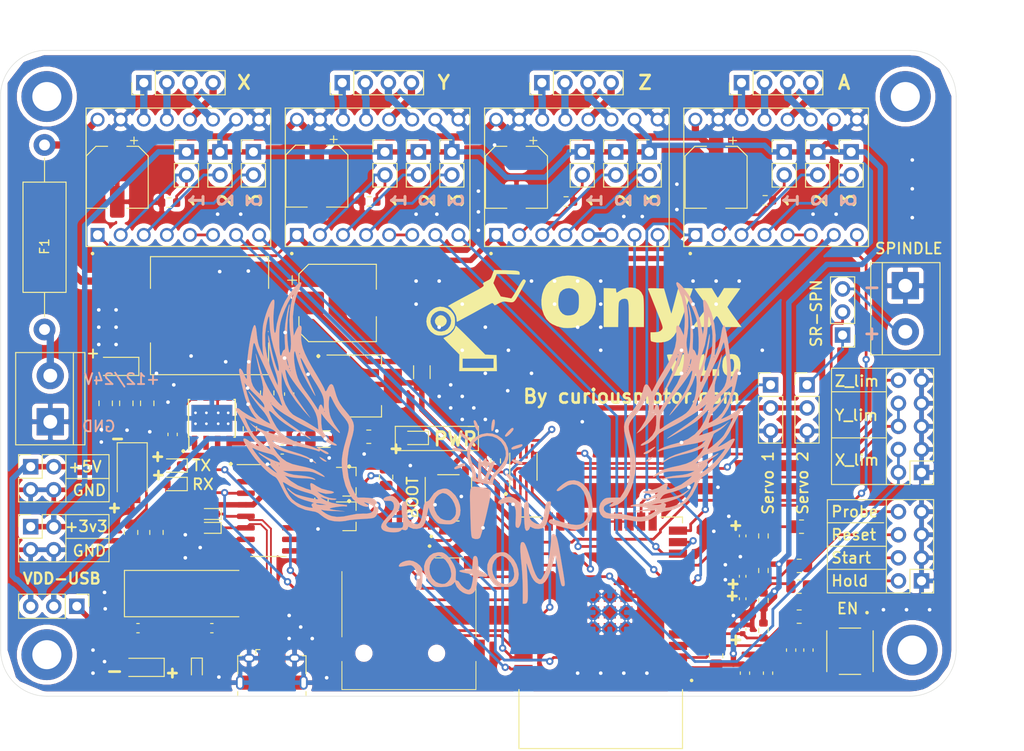
<source format=kicad_pcb>
(kicad_pcb (version 20171130) (host pcbnew "(5.1.10)-1")
  (layers (0 F.Cu signal) (31 B.Cu signal) (34 B.Paste user) (35 F.Paste user) (36 B.SilkS user hide) (37 F.SilkS user) (38 B.Mask user) (39 F.Mask user) (44 Edge.Cuts user))
  (net 0 "")
  (net 1 GND)
  (net 2 VIN)
  (net 3 BOOT)
  (net 4 EN)
  (net 5 +3V3)
  (net 6 "Net-(C14-Pad1)")
  (net 7 PROBE)
  (net 8 X_LIMIT)
  (net 9 GRBL_RESET)
  (net 10 Y_LIMIT)
  (net 11 START)
  (net 12 Z_LIMIT)
  (net 13 HOLD)
  (net 14 +5V)
  (net 15 VBUS)
  (net 16 Ext_5V)
  (net 17 USB_D+)
  (net 18 USB_D-)
  (net 19 "Net-(D7-Pad2)")
  (net 20 "Net-(F1-Pad1)")
  (net 21 "Net-(H1-Pad1)")
  (net 22 "Net-(H2-Pad1)")
  (net 23 "Net-(H3-Pad1)")
  (net 24 "Net-(H4-Pad1)")
  (net 25 "Net-(J1-Pad4)")
  (net 26 "Net-(J1-Pad3)")
  (net 27 "Net-(J1-Pad2)")
  (net 28 "Net-(J1-Pad1)")
  (net 29 "Net-(J2-Pad4)")
  (net 30 "Net-(J2-Pad3)")
  (net 31 "Net-(J2-Pad2)")
  (net 32 "Net-(J2-Pad1)")
  (net 33 "Net-(J3-Pad4)")
  (net 34 "Net-(J3-Pad3)")
  (net 35 "Net-(J3-Pad2)")
  (net 36 "Net-(J3-Pad1)")
  (net 37 "Net-(J4-Pad4)")
  (net 38 "Net-(J5-Pad4)")
  (net 39 "Net-(J5-Pad3)")
  (net 40 "Net-(J5-Pad2)")
  (net 41 "Net-(J5-Pad1)")
  (net 42 "Net-(J7-PadMP4)")
  (net 43 "Net-(J7-PadMP3)")
  (net 44 "Net-(J7-PadMP2)")
  (net 45 "Net-(J7-PadMP1)")
  (net 46 "Net-(J7-Pad9)")
  (net 47 "Net-(J7-Pad8)")
  (net 48 MISO)
  (net 49 SCK)
  (net 50 MOSI)
  (net 51 CS)
  (net 52 "Net-(J7-Pad1)")
  (net 53 SERVO_5V_PWM)
  (net 54 SERVO2_PWM)
  (net 55 SPINDLE_CONNECTOR)
  (net 56 "Net-(JP1-Pad2)")
  (net 57 "Net-(JP2-Pad2)")
  (net 58 "Net-(JP3-Pad2)")
  (net 59 "Net-(JP4-Pad2)")
  (net 60 "Net-(JP5-Pad2)")
  (net 61 "Net-(JP6-Pad2)")
  (net 62 "Net-(JP7-Pad2)")
  (net 63 "Net-(JP8-Pad2)")
  (net 64 "Net-(JP9-Pad2)")
  (net 65 "Net-(JP10-Pad2)")
  (net 66 "Net-(JP11-Pad2)")
  (net 67 "Net-(JP12-Pad2)")
  (net 68 SPINDLE_5V_PWM)
  (net 69 "Net-(Q1-Pad2)")
  (net 70 RTS)
  (net 71 DTR)
  (net 72 "Net-(Q2-Pad2)")
  (net 73 "Net-(R11-Pad2)")
  (net 74 SPINDLE_ENABLE)
  (net 75 X_DIR)
  (net 76 X_STEP)
  (net 77 "Net-(U1-Pad5)")
  (net 78 STEP_ENABLE)
  (net 79 A_STEP)
  (net 80 RXD0)
  (net 81 A_DIR)
  (net 82 "Net-(U2-Pad32)")
  (net 83 SPINDLE_PWM_3V3)
  (net 84 SERVO_3.3V_PWM)
  (net 85 "Net-(U2-Pad17)")
  (net 86 Y_STEP)
  (net 87 Z_STEP)
  (net 88 Y_DIR)
  (net 89 Z_DIR)
  (net 90 "Net-(U3-Pad5)")
  (net 91 "Net-(U4-Pad5)")
  (net 92 "Net-(U5-Pad15)")
  (net 93 "Net-(U5-Pad12)")
  (net 94 "Net-(U5-Pad10)")
  (net 95 "Net-(U6-Pad5)")
  (net 96 "Net-(U7-Pad3)")
  (net 97 "Net-(U7-Pad2)")
  (net 98 "Net-(U7-Pad5)")
  (net 99 "Net-(J8-Pad8)")
  (net 100 "Net-(J8-Pad6)")
  (net 101 "Net-(J8-Pad4)")
  (net 102 "Net-(J8-Pad2)")
  (net 103 "Net-(C8-Pad2)")
  (net 104 "Net-(C16-Pad2)")
  (net 105 "Net-(D8-Pad2)")
  (net 106 "Net-(D9-Pad2)")
  (net 107 TXD0)
  (net 108 "Net-(U5-Pad11)")
  (net 109 "Net-(U5-Pad9)")
  (net 110 "Net-(CBOOT1-Pad2)")
  (net 111 "Net-(CBOOT1-Pad1)")
  (module "TMC:MODULE_ESP32-WROOM-32E_(16MB)" (layer F.Cu) (at 177.8 140.335 180)
    (fp_text reference U2)
    (fp_text value "ESP32-WROOM-32E_(16MB)")
    (pad 39_21 thru_hole circle (at -0.0825 4.075 180) (size 0.3 0.3) (drill 0.2) (layers *.Cu *.Mask) (net 1 GND))
    (pad 39_20 thru_hole circle (at -1.9175 4.075 180) (size 0.3 0.3) (drill 0.2) (layers *.Cu *.Mask) (net 1 GND))
    (pad 39_19 thru_hole circle (at 0.835 3.1575 180) (size 0.3 0.3) (drill 0.2) (layers *.Cu *.Mask) (net 1 GND))
    (pad 39_18 thru_hole circle (at -1 3.1575 180) (size 0.3 0.3) (drill 0.2) (layers *.Cu *.Mask) (net 1 GND))
    (pad 39_17 thru_hole circle (at -2.835 3.1575 180) (size 0.3 0.3) (drill 0.2) (layers *.Cu *.Mask) (net 1 GND))
    (pad 39_16 thru_hole circle (at -0.0825 2.24 180) (size 0.3 0.3) (drill 0.2) (layers *.Cu *.Mask) (net 1 GND))
    (pad 39_15 thru_hole circle (at -1.9175 2.24 180) (size 0.3 0.3) (drill 0.2) (layers *.Cu *.Mask) (net 1 GND))
    (pad 39_14 thru_hole circle (at 0.835 1.3225 180) (size 0.3 0.3) (drill 0.2) (layers *.Cu *.Mask) (net 1 GND))
    (pad 39_13 thru_hole circle (at -1 1.3225 180) (size 0.3 0.3) (drill 0.2) (layers *.Cu *.Mask) (net 1 GND))
    (pad 39_12 thru_hole circle (at -2.835 1.3225 180) (size 0.3 0.3) (drill 0.2) (layers *.Cu *.Mask) (net 1 GND))
    (pad 39_11 thru_hole circle (at -0.0825 0.405 180) (size 0.3 0.3) (drill 0.2) (layers *.Cu *.Mask) (net 1 GND))
    (pad 39_10 thru_hole circle (at -1.9175 0.405 180) (size 0.3 0.3) (drill 0.2) (layers *.Cu *.Mask) (net 1 GND))
    (pad 39_9 smd rect (at 0.835 4.075 180) (size 1.33 1.33) (layers F.Cu F.Paste F.Mask) (net 1 GND))
    (pad 39_8 smd rect (at -1 4.075 180) (size 1.33 1.33) (layers F.Cu F.Paste F.Mask) (net 1 GND))
    (pad 39_7 smd rect (at -2.835 4.075 180) (size 1.33 1.33) (layers F.Cu F.Paste F.Mask) (net 1 GND))
    (pad 39_6 smd rect (at 0.835 2.24 180) (size 1.33 1.33) (layers F.Cu F.Paste F.Mask) (net 1 GND))
    (pad 39_5 smd rect (at -1 2.24 180) (size 1.33 1.33) (layers F.Cu F.Paste F.Mask) (net 1 GND))
    (pad 39_4 smd rect (at -2.835 2.24 180) (size 1.33 1.33) (layers F.Cu F.Paste F.Mask) (net 1 GND))
    (pad 39_3 smd rect (at 0.835 0.405 180) (size 1.33 1.33) (layers F.Cu F.Paste F.Mask) (net 1 GND))
    (pad 39_2 smd rect (at -1 0.405 180) (size 1.33 1.33) (layers F.Cu F.Paste F.Mask) (net 1 GND))
    (pad 39_1 smd rect (at -2.835 0.405 180) (size 1.33 1.33) (layers F.Cu F.Paste F.Mask) (net 1 GND))
    (pad 38 smd rect (at 8.5 -5.26 180) (size 2 0.9) (layers F.Cu F.Paste F.Mask) (net 1 GND))
    (pad 37 smd rect (at 8.5 -3.99 180) (size 2 0.9) (layers F.Cu F.Paste F.Mask) (net 50 MOSI))
    (pad 36 smd rect (at 8.5 -2.72 180) (size 2 0.9) (layers F.Cu F.Paste F.Mask) (net 76 X_STEP))
    (pad 35 smd rect (at 8.5 -1.45 180) (size 2 0.9) (layers F.Cu F.Paste F.Mask) (net 107 TXD0))
    (pad 34 smd rect (at 8.5 -0.18 180) (size 2 0.9) (layers F.Cu F.Paste F.Mask) (net 80 RXD0))
    (pad 33 smd rect (at 8.5 1.09 180) (size 2 0.9) (layers F.Cu F.Paste F.Mask) (net 75 X_DIR))
    (pad 32 smd rect (at 8.5 2.36 180) (size 2 0.9) (layers F.Cu F.Paste F.Mask) (net 82 "Net-(U2-Pad32)"))
    (pad 31 smd rect (at 8.5 3.63 180) (size 2 0.9) (layers F.Cu F.Paste F.Mask) (net 48 MISO))
    (pad 30 smd rect (at 8.5 4.9 180) (size 2 0.9) (layers F.Cu F.Paste F.Mask) (net 49 SCK))
    (pad 29 smd rect (at 8.5 6.17 180) (size 2 0.9) (layers F.Cu F.Paste F.Mask) (net 51 CS))
    (pad 28 smd rect (at 8.5 7.44 180) (size 2 0.9) (layers F.Cu F.Paste F.Mask) (net 8 X_LIMIT))
    (pad 27 smd rect (at 8.5 8.71 180) (size 2 0.9) (layers F.Cu F.Paste F.Mask) (net 83 SPINDLE_PWM_3V3))
    (pad 26 smd rect (at 8.5 9.98 180) (size 2 0.9) (layers F.Cu F.Paste F.Mask) (net 10 Y_LIMIT))
    (pad 25 smd rect (at 8.5 11.25 180) (size 2 0.9) (layers F.Cu F.Paste F.Mask) (net 3 BOOT))
    (pad 24 smd rect (at 5.715 12.25 180) (size 0.9 2) (layers F.Cu F.Paste F.Mask) (net 84 SERVO_3.3V_PWM))
    (pad 23 smd rect (at 4.445 12.25 180) (size 0.9 2) (layers F.Cu F.Paste F.Mask) (net 12 Z_LIMIT))
    (pad 22 smd rect (at 3.175 12.25 180) (size 0.9 2) (layers F.Cu F.Paste F.Mask) (net 85 "Net-(U2-Pad17)"))
    (pad 21 smd rect (at 1.905 12.25 180) (size 0.9 2) (layers F.Cu F.Paste F.Mask) (net 85 "Net-(U2-Pad17)"))
    (pad 20 smd rect (at 0.635 12.25 180) (size 0.9 2) (layers F.Cu F.Paste F.Mask) (net 85 "Net-(U2-Pad17)"))
    (pad 19 smd rect (at -0.635 12.25 180) (size 0.9 2) (layers F.Cu F.Paste F.Mask) (net 85 "Net-(U2-Pad17)"))
    (pad 18 smd rect (at -1.905 12.25 180) (size 0.9 2) (layers F.Cu F.Paste F.Mask) (net 85 "Net-(U2-Pad17)"))
    (pad 17 smd rect (at -3.175 12.25 180) (size 0.9 2) (layers F.Cu F.Paste F.Mask) (net 85 "Net-(U2-Pad17)"))
    (pad 16 smd rect (at -4.445 12.25 180) (size 0.9 2) (layers F.Cu F.Paste F.Mask) (net 78 STEP_ENABLE))
    (pad 15 smd rect (at -5.715 12.25 180) (size 0.9 2) (layers F.Cu F.Paste F.Mask) (net 1 GND))
    (pad 14 smd rect (at -8.5 11.25 180) (size 2 0.9) (layers F.Cu F.Paste F.Mask) (net 79 A_STEP))
    (pad 13 smd rect (at -8.5 9.98 180) (size 2 0.9) (layers F.Cu F.Paste F.Mask) (net 88 Y_DIR))
    (pad 12 smd rect (at -8.5 8.71 180) (size 2 0.9) (layers F.Cu F.Paste F.Mask) (net 87 Z_STEP))
    (pad 11 smd rect (at -8.5 7.44 180) (size 2 0.9) (layers F.Cu F.Paste F.Mask) (net 81 A_DIR))
    (pad 10 smd rect (at -8.5 6.17 180) (size 2 0.9) (layers F.Cu F.Paste F.Mask) (net 86 Y_STEP))
    (pad 9 smd rect (at -8.5 4.9 180) (size 2 0.9) (layers F.Cu F.Paste F.Mask) (net 89 Z_DIR))
    (pad 8 smd rect (at -8.5 3.63 180) (size 2 0.9) (layers F.Cu F.Paste F.Mask) (net 74 SPINDLE_ENABLE))
    (pad 7 smd rect (at -8.5 2.36 180) (size 2 0.9) (layers F.Cu F.Paste F.Mask) (net 7 PROBE))
    (pad 6 smd rect (at -8.5 1.09 180) (size 2 0.9) (layers F.Cu F.Paste F.Mask) (net 9 GRBL_RESET))
    (pad 5 smd rect (at -8.5 -0.18 180) (size 2 0.9) (layers F.Cu F.Paste F.Mask) (net 11 START))
    (pad 4 smd rect (at -8.5 -1.45 180) (size 2 0.9) (layers F.Cu F.Paste F.Mask) (net 13 HOLD))
    (pad 3 smd rect (at -8.5 -2.72 180) (size 2 0.9) (layers F.Cu F.Paste F.Mask) (net 4 EN))
    (pad 2 smd rect (at -8.5 -3.99 180) (size 2 0.9) (layers F.Cu F.Paste F.Mask) (net 5 +3V3))
    (pad 1 smd rect (at -8.5 -5.26 180) (size 2 0.9) (layers F.Cu F.Paste F.Mask) (net 1 GND))
  )
  (module TMC:CuriousMotorLogo62x40 (layer B.Cu) (at 165.735 118.745 180)
    (fp_text reference G*** hide)
    (fp_text value LOGO hide)
  )
  (module TMC:Onyx_logo_36mm (layer F.Cu) (at 176.53 107.315)
    (fp_text reference G*** hide)
    (fp_text value LOGO hide)
  )
  (module Capacitor_SMD:C_0603_1608Metric (layer F.Cu) (at 196.215 144.78 90)
    (fp_text reference C23)
    (fp_text value 22uF)
    (pad 2 smd roundrect (at 0.775 0 90) (size 0.9 0.95) (layers F.Cu F.Paste F.Mask) (net 5 +3V3))
    (pad 1 smd roundrect (at -0.775 0 90) (size 0.9 0.95) (layers F.Cu F.Paste F.Mask) (net 1 GND))
  )
  (module Capacitor_SMD:C_0603_1608Metric (layer F.Cu) (at 193.675 144.78 90)
    (fp_text reference C20)
    (fp_text value 100nF)
    (pad 2 smd roundrect (at 0.775 0 90) (size 0.9 0.95) (layers F.Cu F.Paste F.Mask) (net 5 +3V3))
    (pad 1 smd roundrect (at -0.775 0 90) (size 0.9 0.95) (layers F.Cu F.Paste F.Mask) (net 1 GND))
  )
  (module Connector_PinHeader_2.54mm:PinHeader_1x03_P2.54mm_Vertical (layer F.Cu) (at 200.508 113.03)
    (fp_text reference J11)
    (fp_text value Conn_01x03_Male)
    (pad 3 thru_hole oval (at 0 5.08) (size 1.7 1.7) (drill 1) (layers *.Cu *.Mask) (net 1 GND))
    (pad 2 thru_hole oval (at 0 2.54) (size 1.7 1.7) (drill 1) (layers *.Cu *.Mask) (net 14 +5V))
    (pad 1 thru_hole rect (at 0 0) (size 1.7 1.7) (drill 1) (layers *.Cu *.Mask) (net 54 SERVO2_PWM))
  )
  (module Connector_PinHeader_2.54mm:PinHeader_1x03_P2.54mm_Vertical (layer F.Cu) (at 120.142 137.414 270)
    (fp_text reference JP14)
    (fp_text value P_selector)
    (pad 3 thru_hole oval (at 0 5.08 270) (size 1.7 1.7) (drill 1) (layers *.Cu *.Mask) (net 14 +5V))
    (pad 2 thru_hole oval (at 0 2.54 270) (size 1.7 1.7) (drill 1) (layers *.Cu *.Mask) (net 6 "Net-(C14-Pad1)"))
    (pad 1 thru_hole rect (at 0 0 270) (size 1.7 1.7) (drill 1) (layers *.Cu *.Mask) (net 16 Ext_5V))
  )
  (module Connector_USB:USB_Micro-B_Amphenol_10118194_Horizontal (layer F.Cu) (at 141.605 144.526)
    (fp_text reference J4)
    (fp_text value USB_B_Micro)
    (pad 6 thru_hole oval (at 3.5 1.3) (size 0.89 1.55) (drill oval 0.5 1.15) (layers *.Cu *.Mask) (net 1 GND))
    (pad 6 thru_hole oval (at -3.5 1.3) (size 0.89 1.55) (drill oval 0.5 1.15) (layers *.Cu *.Mask) (net 1 GND))
    (pad 6 smd rect (at 2.9 1.3) (size 1.2 1.55) (layers F.Cu F.Paste F.Mask) (net 1 GND))
    (pad 6 smd rect (at -2.9 1.3) (size 1.2 1.55) (layers F.Cu F.Paste F.Mask) (net 1 GND))
    (pad 6 smd rect (at 1 1.3) (size 1.5 1.55) (layers F.Cu F.Paste F.Mask) (net 1 GND))
    (pad 6 smd rect (at -1 1.3) (size 1.5 1.55) (layers F.Cu F.Paste F.Mask) (net 1 GND))
    (pad 6 thru_hole oval (at 2.5 -1.4) (size 1.25 0.95) (drill oval 0.85 0.55) (layers *.Cu *.Mask) (net 1 GND))
    (pad 6 thru_hole oval (at -2.5 -1.4) (size 1.25 0.95) (drill oval 0.85 0.55) (layers *.Cu *.Mask) (net 1 GND))
    (pad 5 smd rect (at 1.3 -1.4) (size 0.4 1.35) (layers F.Cu F.Paste F.Mask) (net 1 GND))
    (pad 4 smd rect (at 0.65 -1.4) (size 0.4 1.35) (layers F.Cu F.Paste F.Mask) (net 37 "Net-(J4-Pad4)"))
    (pad 3 smd rect (at 0 -1.4) (size 0.4 1.35) (layers F.Cu F.Paste F.Mask) (net 17 USB_D+))
    (pad 2 smd rect (at -0.65 -1.4) (size 0.4 1.35) (layers F.Cu F.Paste F.Mask) (net 18 USB_D-))
    (pad 1 smd rect (at -1.3 -1.4) (size 0.4 1.35) (layers F.Cu F.Paste F.Mask) (net 15 VBUS))
  )
  (module Package_SO:SOIC-16_3.9x9.9mm_P1.27mm (layer F.Cu) (at 141.224 126.873)
    (fp_text reference U5)
    (fp_text value CH340G)
    (pad 16 smd roundrect (at 2.475 -4.445) (size 1.95 0.6) (layers F.Cu F.Paste F.Mask) (net 5 +3V3))
    (pad 15 smd roundrect (at 2.475 -3.175) (size 1.95 0.6) (layers F.Cu F.Paste F.Mask) (net 92 "Net-(U5-Pad15)"))
    (pad 14 smd roundrect (at 2.475 -1.905) (size 1.95 0.6) (layers F.Cu F.Paste F.Mask) (net 70 RTS))
    (pad 13 smd roundrect (at 2.475 -0.635) (size 1.95 0.6) (layers F.Cu F.Paste F.Mask) (net 71 DTR))
    (pad 12 smd roundrect (at 2.475 0.635) (size 1.95 0.6) (layers F.Cu F.Paste F.Mask) (net 93 "Net-(U5-Pad12)"))
    (pad 11 smd roundrect (at 2.475 1.905) (size 1.95 0.6) (layers F.Cu F.Paste F.Mask) (net 108 "Net-(U5-Pad11)"))
    (pad 10 smd roundrect (at 2.475 3.175) (size 1.95 0.6) (layers F.Cu F.Paste F.Mask) (net 94 "Net-(U5-Pad10)"))
    (pad 9 smd roundrect (at 2.475 4.445) (size 1.95 0.6) (layers F.Cu F.Paste F.Mask) (net 109 "Net-(U5-Pad9)"))
    (pad 8 smd roundrect (at -2.475 4.445) (size 1.95 0.6) (layers F.Cu F.Paste F.Mask) (net 104 "Net-(C16-Pad2)"))
    (pad 7 smd roundrect (at -2.475 3.175) (size 1.95 0.6) (layers F.Cu F.Paste F.Mask) (net 103 "Net-(C8-Pad2)"))
    (pad 6 smd roundrect (at -2.475 1.905) (size 1.95 0.6) (layers F.Cu F.Paste F.Mask) (net 18 USB_D-))
    (pad 5 smd roundrect (at -2.475 0.635) (size 1.95 0.6) (layers F.Cu F.Paste F.Mask) (net 17 USB_D+))
    (pad 4 smd roundrect (at -2.475 -0.635) (size 1.95 0.6) (layers F.Cu F.Paste F.Mask) (net 5 +3V3))
    (pad 3 smd roundrect (at -2.475 -1.905) (size 1.95 0.6) (layers F.Cu F.Paste F.Mask) (net 107 TXD0))
    (pad 2 smd roundrect (at -2.475 -3.175) (size 1.95 0.6) (layers F.Cu F.Paste F.Mask) (net 80 RXD0))
    (pad 1 smd roundrect (at -2.475 -4.445) (size 1.95 0.6) (layers F.Cu F.Paste F.Mask) (net 1 GND))
  )
  (module Crystal:Crystal_SMD_HC49-SD (layer F.Cu) (at 132.08 136.017)
    (fp_text reference Y1)
    (fp_text value 12Mhz)
    (pad 2 smd rect (at 4.25 0) (size 4.5 2) (layers F.Cu F.Paste F.Mask) (net 104 "Net-(C16-Pad2)"))
    (pad 1 smd rect (at -4.25 0) (size 4.5 2) (layers F.Cu F.Paste F.Mask) (net 103 "Net-(C8-Pad2)"))
  )
  (module Resistor_SMD:R_0805_2012Metric (layer F.Cu) (at 128.905 129.286 90)
    (fp_text reference R6)
    (fp_text value 2K)
    (pad 2 smd roundrect (at 0.9125 0 90) (size 1.025 1.4) (layers F.Cu F.Paste F.Mask) (roundrect_rratio 0.2439004878048781) (net 106 "Net-(D9-Pad2)"))
    (pad 1 smd roundrect (at -0.9125 0 90) (size 1.025 1.4) (layers F.Cu F.Paste F.Mask) (roundrect_rratio 0.2439004878048781) (net 5 +3V3))
  )
  (module Resistor_SMD:R_0805_2012Metric (layer F.Cu) (at 126.111 129.286 90)
    (fp_text reference R5)
    (fp_text value 2K)
    (pad 2 smd roundrect (at 0.9125 0 90) (size 1.025 1.4) (layers F.Cu F.Paste F.Mask) (roundrect_rratio 0.2439004878048781) (net 105 "Net-(D8-Pad2)"))
    (pad 1 smd roundrect (at -0.9125 0 90) (size 1.025 1.4) (layers F.Cu F.Paste F.Mask) (roundrect_rratio 0.2439004878048781) (net 5 +3V3))
  )
  (module LED_SMD:LED_0603_1608Metric (layer F.Cu) (at 130.81 123.952 180)
    (fp_text reference D9)
    (fp_text value "Green LED")
    (pad 2 smd roundrect (at 0.7875 0 180) (size 0.875 0.95) (layers F.Cu F.Paste F.Mask) (net 106 "Net-(D9-Pad2)"))
    (pad 1 smd roundrect (at -0.7875 0 180) (size 0.875 0.95) (layers F.Cu F.Paste F.Mask) (net 107 TXD0))
  )
  (module LED_SMD:LED_0603_1608Metric (layer F.Cu) (at 130.81 121.92 180)
    (fp_text reference D8)
    (fp_text value " Yellow LED")
    (pad 2 smd roundrect (at 0.7875 0 180) (size 0.875 0.95) (layers F.Cu F.Paste F.Mask) (net 105 "Net-(D8-Pad2)"))
    (pad 1 smd roundrect (at -0.7875 0 180) (size 0.875 0.95) (layers F.Cu F.Paste F.Mask) (net 80 RXD0))
  )
  (module Capacitor_SMD:C_0603_1608Metric (layer F.Cu) (at 142.748 120.142 180)
    (fp_text reference C18)
    (fp_text value 100nF)
    (pad 2 smd roundrect (at 0.775 0 180) (size 0.9 0.95) (layers F.Cu F.Paste F.Mask) (net 1 GND))
    (pad 1 smd roundrect (at -0.775 0 180) (size 0.9 0.95) (layers F.Cu F.Paste F.Mask) (net 5 +3V3))
  )
  (module Capacitor_SMD:C_0603_1608Metric (layer F.Cu) (at 135.001 139.827)
    (fp_text reference C16)
    (fp_text value 22pF)
    (pad 2 smd roundrect (at 0.775 0) (size 0.9 0.95) (layers F.Cu F.Paste F.Mask) (net 104 "Net-(C16-Pad2)"))
    (pad 1 smd roundrect (at -0.775 0) (size 0.9 0.95) (layers F.Cu F.Paste F.Mask) (net 1 GND))
  )
  (module Capacitor_SMD:C_0603_1608Metric (layer F.Cu) (at 126.873 139.827)
    (fp_text reference C8)
    (fp_text value 22pF)
    (pad 2 smd roundrect (at 0.775 0) (size 0.9 0.95) (layers F.Cu F.Paste F.Mask) (net 103 "Net-(C8-Pad2)"))
    (pad 1 smd roundrect (at -0.775 0) (size 0.9 0.95) (layers F.Cu F.Paste F.Mask) (net 1 GND))
  )
  (module Capacitor_SMD:C_0603_1608Metric (layer F.Cu) (at 143.51 114.046 90)
    (fp_text reference C7)
    (fp_text value 100nF)
    (pad 2 smd roundrect (at 0.775 0 90) (size 0.9 0.95) (layers F.Cu F.Paste F.Mask) (net 14 +5V))
    (pad 1 smd roundrect (at -0.775 0 90) (size 0.9 0.95) (layers F.Cu F.Paste F.Mask) (net 1 GND))
  )
  (module Resistor_SMD:R_0603_1608Metric (layer F.Cu) (at 195.707 140.081 90)
    (fp_text reference R26)
    (fp_text value 10K)
    (pad 2 smd roundrect (at 0.825 0 90) (size 0.8 0.95) (layers F.Cu F.Paste F.Mask) (net 5 +3V3))
    (pad 1 smd roundrect (at -0.825 0 90) (size 0.8 0.95) (layers F.Cu F.Paste F.Mask) (net 13 HOLD))
  )
  (module Resistor_SMD:R_0603_1608Metric (layer F.Cu) (at 195.707 129.667 270)
    (fp_text reference R25)
    (fp_text value 10K)
    (pad 2 smd roundrect (at 0.825 0 270) (size 0.8 0.95) (layers F.Cu F.Paste F.Mask) (net 5 +3V3))
    (pad 1 smd roundrect (at -0.825 0 270) (size 0.8 0.95) (layers F.Cu F.Paste F.Mask) (net 7 PROBE))
  )
  (module Resistor_SMD:R_0603_1608Metric (layer F.Cu) (at 195.707 133.477 90)
    (fp_text reference R24)
    (fp_text value 10K)
    (pad 2 smd roundrect (at 0.825 0 90) (size 0.8 0.95) (layers F.Cu F.Paste F.Mask) (net 5 +3V3))
    (pad 1 smd roundrect (at -0.825 0 90) (size 0.8 0.95) (layers F.Cu F.Paste F.Mask) (net 9 GRBL_RESET))
  )
  (module Resistor_SMD:R_0603_1608Metric (layer F.Cu) (at 195.707 136.779 270)
    (fp_text reference R23)
    (fp_text value 10K)
    (pad 2 smd roundrect (at 0.825 0 270) (size 0.8 0.95) (layers F.Cu F.Paste F.Mask) (net 5 +3V3))
    (pad 1 smd roundrect (at -0.825 0 270) (size 0.8 0.95) (layers F.Cu F.Paste F.Mask) (net 11 START))
  )
  (module Resistor_SMD:R_0805_2012Metric (layer F.Cu) (at 199.898 128.651)
    (fp_text reference R19)
    (fp_text value 100)
    (pad 2 smd roundrect (at 0.9125 0) (size 1.025 1.4) (layers F.Cu F.Paste F.Mask) (roundrect_rratio 0.2439004878048781) (net 99 "Net-(J8-Pad8)"))
    (pad 1 smd roundrect (at -0.9125 0) (size 1.025 1.4) (layers F.Cu F.Paste F.Mask) (roundrect_rratio 0.2439004878048781) (net 7 PROBE))
  )
  (module Resistor_SMD:R_0805_2012Metric (layer F.Cu) (at 199.644 135.255)
    (fp_text reference R18)
    (fp_text value 100)
    (pad 2 smd roundrect (at 0.9125 0) (size 1.025 1.4) (layers F.Cu F.Paste F.Mask) (roundrect_rratio 0.2439004878048781) (net 101 "Net-(J8-Pad4)"))
    (pad 1 smd roundrect (at -0.9125 0) (size 1.025 1.4) (layers F.Cu F.Paste F.Mask) (roundrect_rratio 0.2439004878048781) (net 11 START))
  )
  (module Resistor_SMD:R_0805_2012Metric (layer F.Cu) (at 199.644 132.969)
    (fp_text reference R17)
    (fp_text value 100)
    (pad 2 smd roundrect (at 0.9125 0) (size 1.025 1.4) (layers F.Cu F.Paste F.Mask) (roundrect_rratio 0.2439004878048781) (net 100 "Net-(J8-Pad6)"))
    (pad 1 smd roundrect (at -0.9125 0) (size 1.025 1.4) (layers F.Cu F.Paste F.Mask) (roundrect_rratio 0.2439004878048781) (net 9 GRBL_RESET))
  )
  (module Resistor_SMD:R_0805_2012Metric (layer F.Cu) (at 199.644 138.557)
    (fp_text reference R16)
    (fp_text value 100)
    (pad 2 smd roundrect (at 0.9125 0) (size 1.025 1.4) (layers F.Cu F.Paste F.Mask) (roundrect_rratio 0.2439004878048781) (net 102 "Net-(J8-Pad2)"))
    (pad 1 smd roundrect (at -0.9125 0) (size 1.025 1.4) (layers F.Cu F.Paste F.Mask) (roundrect_rratio 0.2439004878048781) (net 13 HOLD))
  )
  (module Resistor_SMD:R_0603_1608Metric (layer F.Cu) (at 166.243 121.412 90)
    (fp_text reference R15)
    (fp_text value 10k)
    (pad 2 smd roundrect (at 0.825 0 90) (size 0.8 0.95) (layers F.Cu F.Paste F.Mask) (net 1 GND))
    (pad 1 smd roundrect (at -0.825 0 90) (size 0.8 0.95) (layers F.Cu F.Paste F.Mask) (net 74 SPINDLE_ENABLE))
  )
  (module Resistor_SMD:R_0805_2012Metric (layer F.Cu) (at 152.273 118.745)
    (fp_text reference R14)
    (fp_text value 2k)
    (pad 2 smd roundrect (at 0.9125 0) (size 1.025 1.4) (layers F.Cu F.Paste F.Mask) (roundrect_rratio 0.2439004878048781) (net 19 "Net-(D7-Pad2)"))
    (pad 1 smd roundrect (at -0.9125 0) (size 1.025 1.4) (layers F.Cu F.Paste F.Mask) (roundrect_rratio 0.2439004878048781) (net 6 "Net-(C14-Pad1)"))
  )
  (module Resistor_SMD:R_0603_1608Metric (layer F.Cu) (at 195.897 92.71 180)
    (fp_text reference R13)
    (fp_text value 100k)
    (pad 2 smd roundrect (at 0.825 0 180) (size 0.8 0.95) (layers F.Cu F.Paste F.Mask) (net 1 GND))
    (pad 1 smd roundrect (at -0.825 0 180) (size 0.8 0.95) (layers F.Cu F.Paste F.Mask) (net 65 "Net-(JP10-Pad2)"))
  )
  (module Resistor_SMD:R_0805_2012Metric (layer F.Cu) (at 139.192 117.856 90)
    (fp_text reference R12)
    (fp_text value 3.24k)
    (pad 2 smd roundrect (at 0.9125 0 90) (size 1.025 1.4) (layers F.Cu F.Paste F.Mask) (roundrect_rratio 0.2439004878048781) (net 1 GND))
    (pad 1 smd roundrect (at -0.9125 0 90) (size 1.025 1.4) (layers F.Cu F.Paste F.Mask) (roundrect_rratio 0.2439004878048781) (net 73 "Net-(R11-Pad2)"))
  )
  (module Resistor_SMD:R_0805_2012Metric (layer F.Cu) (at 141.097 113.919 270)
    (fp_text reference R11)
    (fp_text value 10k)
    (pad 2 smd roundrect (at 0.9125 0 270) (size 1.025 1.4) (layers F.Cu F.Paste F.Mask) (roundrect_rratio 0.2439004878048781) (net 73 "Net-(R11-Pad2)"))
    (pad 1 smd roundrect (at -0.9125 0 270) (size 1.025 1.4) (layers F.Cu F.Paste F.Mask) (roundrect_rratio 0.2439004878048781) (net 14 +5V))
  )
  (module Resistor_SMD:R_0805_2012Metric (layer F.Cu) (at 154.178 123.19 270)
    (fp_text reference R10)
    (fp_text value 10K)
    (pad 2 smd roundrect (at 0.9125 0 270) (size 1.025 1.4) (layers F.Cu F.Paste F.Mask) (roundrect_rratio 0.2439004878048781) (net 72 "Net-(Q2-Pad2)"))
    (pad 1 smd roundrect (at -0.9125 0 270) (size 1.025 1.4) (layers F.Cu F.Paste F.Mask) (roundrect_rratio 0.2439004878048781) (net 70 RTS))
  )
  (module Resistor_SMD:R_0805_2012Metric (layer F.Cu) (at 147.066 125.73 90)
    (fp_text reference R8)
    (fp_text value 10K)
    (pad 2 smd roundrect (at 0.9125 0 90) (size 1.025 1.4) (layers F.Cu F.Paste F.Mask) (roundrect_rratio 0.2439004878048781) (net 69 "Net-(Q1-Pad2)"))
    (pad 1 smd roundrect (at -0.9125 0 90) (size 1.025 1.4) (layers F.Cu F.Paste F.Mask) (roundrect_rratio 0.2439004878048781) (net 71 DTR))
  )
  (module Resistor_SMD:R_0603_1608Metric (layer F.Cu) (at 173.99 92.837 180)
    (fp_text reference R4)
    (fp_text value 100k)
    (pad 2 smd roundrect (at 0.825 0 180) (size 0.8 0.95) (layers F.Cu F.Paste F.Mask) (net 1 GND))
    (pad 1 smd roundrect (at -0.825 0 180) (size 0.8 0.95) (layers F.Cu F.Paste F.Mask) (net 62 "Net-(JP7-Pad2)"))
  )
  (module Resistor_SMD:R_0603_1608Metric (layer F.Cu) (at 152.336 92.837 180)
    (fp_text reference R3)
    (fp_text value 100k)
    (pad 2 smd roundrect (at 0.825 0 180) (size 0.8 0.95) (layers F.Cu F.Paste F.Mask) (net 1 GND))
    (pad 1 smd roundrect (at -0.825 0 180) (size 0.8 0.95) (layers F.Cu F.Paste F.Mask) (net 59 "Net-(JP4-Pad2)"))
  )
  (module Resistor_SMD:R_0805_2012Metric (layer F.Cu) (at 190.5 142.875 90)
    (fp_text reference R2)
    (fp_text value 10k)
    (pad 2 smd roundrect (at 0.9125 0 90) (size 1.025 1.4) (layers F.Cu F.Paste F.Mask) (roundrect_rratio 0.2439004878048781) (net 4 EN))
    (pad 1 smd roundrect (at -0.9125 0 90) (size 1.025 1.4) (layers F.Cu F.Paste F.Mask) (roundrect_rratio 0.2439004878048781) (net 5 +3V3))
  )
  (module Resistor_SMD:R_0603_1608Metric (layer F.Cu) (at 130.302 92.964 180)
    (fp_text reference R1)
    (fp_text value 100k)
    (pad 2 smd roundrect (at 0.825 0 180) (size 0.8 0.95) (layers F.Cu F.Paste F.Mask) (net 1 GND))
    (pad 1 smd roundrect (at -0.825 0 180) (size 0.8 0.95) (layers F.Cu F.Paste F.Mask) (net 56 "Net-(JP1-Pad2)"))
  )
  (module TMC:SWRH1207B (layer F.Cu) (at 134.747 105.41)
    (fp_text reference L1)
    (fp_text value 15uH)
    (pad 2 smd roundrect (at 5 0) (size 3 5.4) (layers F.Cu F.Paste F.Mask) (roundrect_rratio 0.1) (net 14 +5V) (clearance 0.5) (thermal_gap 0.5))
    (pad 1 smd roundrect (at -5 0) (size 3 5.4) (layers F.Cu F.Paste F.Mask) (roundrect_rratio 0.1) (net 110 "Net-(CBOOT1-Pad2)") (clearance 0.5) (thermal_gap 0.5))
  )
  (module Connector_PinHeader_2.54mm:PinHeader_2x04_P2.54mm_Vertical (layer F.Cu) (at 213.106 134.62 180)
    (fp_text reference J8)
    (fp_text value GRBL_Inputs)
    (pad 8 thru_hole oval (at 2.54 7.62 180) (size 1.7 1.7) (drill 1) (layers *.Cu *.Mask) (net 99 "Net-(J8-Pad8)"))
    (pad 7 thru_hole oval (at 0 7.62 180) (size 1.7 1.7) (drill 1) (layers *.Cu *.Mask) (net 1 GND))
    (pad 6 thru_hole oval (at 2.54 5.08 180) (size 1.7 1.7) (drill 1) (layers *.Cu *.Mask) (net 100 "Net-(J8-Pad6)"))
    (pad 5 thru_hole oval (at 0 5.08 180) (size 1.7 1.7) (drill 1) (layers *.Cu *.Mask) (net 1 GND))
    (pad 4 thru_hole oval (at 2.54 2.54 180) (size 1.7 1.7) (drill 1) (layers *.Cu *.Mask) (net 101 "Net-(J8-Pad4)"))
    (pad 3 thru_hole oval (at 0 2.54 180) (size 1.7 1.7) (drill 1) (layers *.Cu *.Mask) (net 1 GND))
    (pad 2 thru_hole oval (at 2.54 0 180) (size 1.7 1.7) (drill 1) (layers *.Cu *.Mask) (net 102 "Net-(J8-Pad2)"))
    (pad 1 thru_hole rect (at 0 0 180) (size 1.7 1.7) (drill 1) (layers *.Cu *.Mask) (net 1 GND))
  )
  (module Connector_PinHeader_2.54mm:PinHeader_2x05_P2.54mm_Vertical (layer F.Cu) (at 213.106 122.682 180)
    (fp_text reference J9)
    (fp_text value Conn_02x05_Odd_Even)
    (pad 10 thru_hole oval (at 2.54 10.16 180) (size 1.7 1.7) (drill 1) (layers *.Cu *.Mask) (net 12 Z_LIMIT))
    (pad 9 thru_hole oval (at 0 10.16 180) (size 1.7 1.7) (drill 1) (layers *.Cu *.Mask) (net 1 GND))
    (pad 8 thru_hole oval (at 2.54 7.62 180) (size 1.7 1.7) (drill 1) (layers *.Cu *.Mask) (net 10 Y_LIMIT))
    (pad 7 thru_hole oval (at 0 7.62 180) (size 1.7 1.7) (drill 1) (layers *.Cu *.Mask) (net 1 GND))
    (pad 6 thru_hole oval (at 2.54 5.08 180) (size 1.7 1.7) (drill 1) (layers *.Cu *.Mask) (net 10 Y_LIMIT))
    (pad 5 thru_hole oval (at 0 5.08 180) (size 1.7 1.7) (drill 1) (layers *.Cu *.Mask) (net 1 GND))
    (pad 4 thru_hole oval (at 2.54 2.54 180) (size 1.7 1.7) (drill 1) (layers *.Cu *.Mask) (net 8 X_LIMIT))
    (pad 3 thru_hole oval (at 0 2.54 180) (size 1.7 1.7) (drill 1) (layers *.Cu *.Mask) (net 1 GND))
    (pad 2 thru_hole oval (at 2.54 0 180) (size 1.7 1.7) (drill 1) (layers *.Cu *.Mask) (net 8 X_LIMIT))
    (pad 1 thru_hole rect (at 0 0 180) (size 1.7 1.7) (drill 1) (layers *.Cu *.Mask) (net 1 GND))
  )
  (module Connector_PinHeader_2.54mm:PinHeader_1x02_P2.54mm_Vertical (layer F.Cu) (at 205.359 87.376)
    (fp_text reference JP12)
    (fp_text value Jumper_NO_Small)
    (pad 2 thru_hole oval (at 0 2.54) (size 1.7 1.7) (drill 1) (layers *.Cu *.Mask) (net 67 "Net-(JP12-Pad2)"))
    (pad 1 thru_hole rect (at 0 0) (size 1.7 1.7) (drill 1) (layers *.Cu *.Mask) (net 5 +3V3))
  )
  (module Connector_PinHeader_2.54mm:PinHeader_1x02_P2.54mm_Vertical (layer F.Cu) (at 201.676 87.376)
    (fp_text reference JP11)
    (fp_text value Jumper_NO_Small)
    (pad 2 thru_hole oval (at 0 2.54) (size 1.7 1.7) (drill 1) (layers *.Cu *.Mask) (net 66 "Net-(JP11-Pad2)"))
    (pad 1 thru_hole rect (at 0 0) (size 1.7 1.7) (drill 1) (layers *.Cu *.Mask) (net 5 +3V3))
  )
  (module Connector_PinHeader_2.54mm:PinHeader_1x02_P2.54mm_Vertical (layer F.Cu) (at 197.993 87.376)
    (fp_text reference JP10)
    (fp_text value Jumper_NO_Small)
    (pad 2 thru_hole oval (at 0 2.54) (size 1.7 1.7) (drill 1) (layers *.Cu *.Mask) (net 65 "Net-(JP10-Pad2)"))
    (pad 1 thru_hole rect (at 0 0) (size 1.7 1.7) (drill 1) (layers *.Cu *.Mask) (net 5 +3V3))
  )
  (module Connector_PinHeader_2.54mm:PinHeader_1x02_P2.54mm_Vertical (layer F.Cu) (at 183.134 87.376)
    (fp_text reference JP9)
    (fp_text value Jumper_NO_Small)
    (pad 2 thru_hole oval (at 0 2.54) (size 1.7 1.7) (drill 1) (layers *.Cu *.Mask) (net 64 "Net-(JP9-Pad2)"))
    (pad 1 thru_hole rect (at 0 0) (size 1.7 1.7) (drill 1) (layers *.Cu *.Mask) (net 5 +3V3))
  )
  (module Connector_PinHeader_2.54mm:PinHeader_1x02_P2.54mm_Vertical (layer F.Cu) (at 179.451 87.376)
    (fp_text reference JP8)
    (fp_text value Jumper_NO_Small)
    (pad 2 thru_hole oval (at 0 2.54) (size 1.7 1.7) (drill 1) (layers *.Cu *.Mask) (net 63 "Net-(JP8-Pad2)"))
    (pad 1 thru_hole rect (at 0 0) (size 1.7 1.7) (drill 1) (layers *.Cu *.Mask) (net 5 +3V3))
  )
  (module Connector_PinHeader_2.54mm:PinHeader_1x02_P2.54mm_Vertical (layer F.Cu) (at 175.768 87.376)
    (fp_text reference JP7)
    (fp_text value Jumper_NO_Small)
    (pad 2 thru_hole oval (at 0 2.54) (size 1.7 1.7) (drill 1) (layers *.Cu *.Mask) (net 62 "Net-(JP7-Pad2)"))
    (pad 1 thru_hole rect (at 0 0) (size 1.7 1.7) (drill 1) (layers *.Cu *.Mask) (net 5 +3V3))
  )
  (module Connector_PinHeader_2.54mm:PinHeader_1x02_P2.54mm_Vertical (layer F.Cu) (at 161.417 87.376)
    (fp_text reference JP6)
    (fp_text value Jumper_NO_Small)
    (pad 2 thru_hole oval (at 0 2.54) (size 1.7 1.7) (drill 1) (layers *.Cu *.Mask) (net 61 "Net-(JP6-Pad2)"))
    (pad 1 thru_hole rect (at 0 0) (size 1.7 1.7) (drill 1) (layers *.Cu *.Mask) (net 5 +3V3))
  )
  (module Connector_PinHeader_2.54mm:PinHeader_1x02_P2.54mm_Vertical (layer F.Cu) (at 157.734 87.376)
    (fp_text reference JP5)
    (fp_text value Jumper_NO_Small)
    (pad 2 thru_hole oval (at 0 2.54) (size 1.7 1.7) (drill 1) (layers *.Cu *.Mask) (net 60 "Net-(JP5-Pad2)"))
    (pad 1 thru_hole rect (at 0 0) (size 1.7 1.7) (drill 1) (layers *.Cu *.Mask) (net 5 +3V3))
  )
  (module Connector_PinHeader_2.54mm:PinHeader_1x02_P2.54mm_Vertical (layer F.Cu) (at 154.051 87.376)
    (fp_text reference JP4)
    (fp_text value Jumper_NO_Small)
    (pad 2 thru_hole oval (at 0 2.54) (size 1.7 1.7) (drill 1) (layers *.Cu *.Mask) (net 59 "Net-(JP4-Pad2)"))
    (pad 1 thru_hole rect (at 0 0) (size 1.7 1.7) (drill 1) (layers *.Cu *.Mask) (net 5 +3V3))
  )
  (module Connector_PinHeader_2.54mm:PinHeader_1x02_P2.54mm_Vertical (layer F.Cu) (at 139.573 87.376)
    (fp_text reference JP3)
    (fp_text value Jumper_NO_Small)
    (pad 2 thru_hole oval (at 0 2.54) (size 1.7 1.7) (drill 1) (layers *.Cu *.Mask) (net 58 "Net-(JP3-Pad2)"))
    (pad 1 thru_hole rect (at 0 0) (size 1.7 1.7) (drill 1) (layers *.Cu *.Mask) (net 5 +3V3))
  )
  (module Connector_PinHeader_2.54mm:PinHeader_1x02_P2.54mm_Vertical (layer F.Cu) (at 135.89 87.376)
    (fp_text reference JP2)
    (fp_text value Jumper_NO_Small)
    (pad 2 thru_hole oval (at 0 2.54) (size 1.7 1.7) (drill 1) (layers *.Cu *.Mask) (net 57 "Net-(JP2-Pad2)"))
    (pad 1 thru_hole rect (at 0 0) (size 1.7 1.7) (drill 1) (layers *.Cu *.Mask) (net 5 +3V3))
  )
  (module Connector_PinHeader_2.54mm:PinHeader_1x02_P2.54mm_Vertical (layer F.Cu) (at 132.207 87.376)
    (fp_text reference JP1)
    (fp_text value Jumper_NO_Small)
    (pad 2 thru_hole oval (at 0 2.54) (size 1.7 1.7) (drill 1) (layers *.Cu *.Mask) (net 56 "Net-(JP1-Pad2)"))
    (pad 1 thru_hole rect (at 0 0) (size 1.7 1.7) (drill 1) (layers *.Cu *.Mask) (net 5 +3V3))
  )
  (module Diode_SMD:D_SMA (layer F.Cu) (at 126.238 122.809 270)
    (fp_text reference D6)
    (fp_text value B340A)
    (pad 2 smd rect (at 2 0 270) (size 2.5 1.8) (layers F.Cu F.Paste F.Mask) (net 1 GND))
    (pad 1 smd rect (at -2 0 270) (size 2.5 1.8) (layers F.Cu F.Paste F.Mask) (net 110 "Net-(CBOOT1-Pad2)"))
  )
  (module Capacitor_SMD:C_0603_1608Metric (layer F.Cu) (at 130.683 118.491 90)
    (fp_text reference CBOOT1)
    (fp_text value 10nF)
    (pad 2 smd roundrect (at 0.775 0 90) (size 0.9 0.95) (layers F.Cu F.Paste F.Mask) (net 110 "Net-(CBOOT1-Pad2)"))
    (pad 1 smd roundrect (at -0.775 0 90) (size 0.9 0.95) (layers F.Cu F.Paste F.Mask) (net 111 "Net-(CBOOT1-Pad1)"))
  )
  (module Package_TO_SOT_SMD:SOT-223-3_TabPin2 (layer F.Cu) (at 151.765 113.157)
    (fp_text reference U9)
    (fp_text value AMS1117-3.3)
    (pad 1 smd rect (at -3.15 -2.3) (size 2 1.5) (layers F.Cu F.Paste F.Mask) (net 1 GND))
    (pad 3 smd rect (at -3.15 2.3) (size 2 1.5) (layers F.Cu F.Paste F.Mask) (net 6 "Net-(C14-Pad1)"))
    (pad 2 smd rect (at -3.15 0) (size 2 1.5) (layers F.Cu F.Paste F.Mask) (net 5 +3V3))
    (pad 2 smd rect (at 3.15 0) (size 2 3.8) (layers F.Cu F.Paste F.Mask) (net 5 +3V3))
  )
  (module Package_SO:SSOP-8_2.95x2.8mm_P0.65mm (layer F.Cu) (at 169.291 122.047 90)
    (fp_text reference U8)
    (fp_text value TXS0102DCT)
    (pad 8 smd rect (at 1.7 -0.975) (size 0.3 1.6) (layers F.Cu F.Paste F.Mask) (net 68 SPINDLE_5V_PWM))
    (pad 7 smd rect (at 1.7 -0.325) (size 0.3 1.6) (layers F.Cu F.Paste F.Mask) (net 14 +5V))
    (pad 6 smd rect (at 1.7 0.325) (size 0.3 1.6) (layers F.Cu F.Paste F.Mask) (net 74 SPINDLE_ENABLE))
    (pad 5 smd rect (at 1.7 0.975) (size 0.3 1.6) (layers F.Cu F.Paste F.Mask) (net 83 SPINDLE_PWM_3V3))
    (pad 4 smd rect (at -1.7 0.975) (size 0.3 1.6) (layers F.Cu F.Paste F.Mask) (net 84 SERVO_3.3V_PWM))
    (pad 3 smd rect (at -1.7 0.325) (size 0.3 1.6) (layers F.Cu F.Paste F.Mask) (net 5 +3V3))
    (pad 2 smd rect (at -1.7 -0.325) (size 0.3 1.6) (layers F.Cu F.Paste F.Mask) (net 1 GND))
    (pad 1 smd rect (at -1.7 -0.975) (size 0.3 1.6) (layers F.Cu F.Paste F.Mask) (net 53 SERVO_5V_PWM))
  )
  (module Package_SO:TI_SO-PowerPAD-8_ThermalVias (layer F.Cu) (at 135.001 116.713 90)
    (fp_text reference U7)
    (fp_text value TPS5430DDA)
    (pad 9 thru_hole circle (at 0.6 1.8 90) (size 0.6 0.6) (drill 0.3) (layers *.Cu) (net 1 GND))
    (pad 9 thru_hole circle (at 0.6 0.7 90) (size 0.6 0.6) (drill 0.3) (layers *.Cu) (net 1 GND))
    (pad 9 thru_hole circle (at -0.6 0.7 90) (size 0.6 0.6) (drill 0.3) (layers *.Cu) (net 1 GND))
    (pad 9 thru_hole circle (at -0.6 1.8 90) (size 0.6 0.6) (drill 0.3) (layers *.Cu) (net 1 GND))
    (pad 9 thru_hole circle (at 0.6 -1.8 90) (size 0.6 0.6) (drill 0.3) (layers *.Cu) (net 1 GND))
    (pad 9 thru_hole circle (at 0.6 -0.6 90) (size 0.6 0.6) (drill 0.3) (layers *.Cu) (net 1 GND))
    (pad 9 thru_hole circle (at -0.6 -0.6 90) (size 0.6 0.6) (drill 0.3) (layers *.Cu) (net 1 GND))
    (pad 9 thru_hole circle (at -0.6 -1.8 90) (size 0.6 0.6) (drill 0.3) (layers *.Cu) (net 1 GND))
    (pad 9 smd rect (at 0 0 90) (size 2.95 4.5) (layers B.Cu) (net 1 GND))
    (pad 8 smd rect (at 2.7 -1.905 90) (size 1.55 0.6) (layers F.Cu F.Paste F.Mask) (net 110 "Net-(CBOOT1-Pad2)"))
    (pad 7 smd rect (at 2.7 -0.635 90) (size 1.55 0.6) (layers F.Cu F.Paste F.Mask) (net 2 VIN))
    (pad 6 smd rect (at 2.7 0.635 90) (size 1.55 0.6) (layers F.Cu F.Paste F.Mask) (net 1 GND))
    (pad 5 smd rect (at 2.7 1.905 90) (size 1.55 0.6) (layers F.Cu F.Paste F.Mask) (net 98 "Net-(U7-Pad5)"))
    (pad 4 smd rect (at -2.7 1.905 90) (size 1.55 0.6) (layers F.Cu F.Paste F.Mask) (net 73 "Net-(R11-Pad2)"))
    (pad 3 smd rect (at -2.7 0.635 90) (size 1.55 0.6) (layers F.Cu F.Paste F.Mask) (net 96 "Net-(U7-Pad3)"))
    (pad 2 smd rect (at -2.7 -0.635 90) (size 1.55 0.6) (layers F.Cu F.Paste F.Mask) (net 97 "Net-(U7-Pad2)"))
    (pad 1 smd rect (at -2.7 -1.905 90) (size 1.55 0.6) (layers F.Cu F.Paste F.Mask) (net 111 "Net-(CBOOT1-Pad1)"))
    (pad 9 smd rect (at 0 0 90) (size 2.95 4.5) (layers F.Cu) (net 1 GND))
    (pad 9 smd rect (at 0 0 90) (size 2.6 3.1) (layers F.Cu F.Paste F.Mask) (net 1 GND))
  )
  (module TMC:MODULE_A4988_STEPPER_MOTOR_DRIVER_CARRIER (layer F.Cu) (at 197.104 90.17 90)
    (fp_text reference U6)
    (fp_text value "A Axis")
    (pad 16 thru_hole circle (at 6.35 -8.89 90) (size 1.53 1.53) (drill 1.02) (layers *.Cu *.Mask) (net 2 VIN))
    (pad 15 thru_hole circle (at 6.35 -6.35 90) (size 1.53 1.53) (drill 1.02) (layers *.Cu *.Mask) (net 1 GND))
    (pad 14 thru_hole circle (at 6.35 -3.81 90) (size 1.53 1.53) (drill 1.02) (layers *.Cu *.Mask) (net 41 "Net-(J5-Pad1)"))
    (pad 13 thru_hole circle (at 6.35 -1.27 90) (size 1.53 1.53) (drill 1.02) (layers *.Cu *.Mask) (net 40 "Net-(J5-Pad2)"))
    (pad 12 thru_hole circle (at 6.35 1.27 90) (size 1.53 1.53) (drill 1.02) (layers *.Cu *.Mask) (net 38 "Net-(J5-Pad4)"))
    (pad 11 thru_hole circle (at 6.35 3.81 90) (size 1.53 1.53) (drill 1.02) (layers *.Cu *.Mask) (net 39 "Net-(J5-Pad3)"))
    (pad 10 thru_hole circle (at 6.35 6.35 90) (size 1.53 1.53) (drill 1.02) (layers *.Cu *.Mask) (net 5 +3V3))
    (pad 9 thru_hole circle (at 6.35 8.89 90) (size 1.53 1.53) (drill 1.02) (layers *.Cu *.Mask) (net 1 GND))
    (pad 8 thru_hole circle (at -6.35 8.89 90) (size 1.53 1.53) (drill 1.02) (layers *.Cu *.Mask) (net 81 A_DIR))
    (pad 7 thru_hole circle (at -6.35 6.35 90) (size 1.53 1.53) (drill 1.02) (layers *.Cu *.Mask) (net 79 A_STEP))
    (pad 6 thru_hole circle (at -6.35 3.81 90) (size 1.53 1.53) (drill 1.02) (layers *.Cu *.Mask) (net 95 "Net-(U6-Pad5)"))
    (pad 5 thru_hole circle (at -6.35 1.27 90) (size 1.53 1.53) (drill 1.02) (layers *.Cu *.Mask) (net 95 "Net-(U6-Pad5)"))
    (pad 4 thru_hole circle (at -6.35 -1.27 90) (size 1.53 1.53) (drill 1.02) (layers *.Cu *.Mask) (net 67 "Net-(JP12-Pad2)"))
    (pad 3 thru_hole circle (at -6.35 -3.81 90) (size 1.53 1.53) (drill 1.02) (layers *.Cu *.Mask) (net 66 "Net-(JP11-Pad2)"))
    (pad 2 thru_hole circle (at -6.35 -6.35 90) (size 1.53 1.53) (drill 1.02) (layers *.Cu *.Mask) (net 65 "Net-(JP10-Pad2)"))
    (pad 1 thru_hole rect (at -6.35 -8.89 90) (size 1.53 1.53) (drill 1.02) (layers *.Cu *.Mask) (net 78 STEP_ENABLE))
  )
  (module TMC:MODULE_A4988_STEPPER_MOTOR_DRIVER_CARRIER (layer F.Cu) (at 175.175 90.17 90)
    (fp_text reference U4)
    (fp_text value "Z Axis")
    (pad 16 thru_hole circle (at 6.35 -8.89 90) (size 1.53 1.53) (drill 1.02) (layers *.Cu *.Mask) (net 2 VIN))
    (pad 15 thru_hole circle (at 6.35 -6.35 90) (size 1.53 1.53) (drill 1.02) (layers *.Cu *.Mask) (net 1 GND))
    (pad 14 thru_hole circle (at 6.35 -3.81 90) (size 1.53 1.53) (drill 1.02) (layers *.Cu *.Mask) (net 36 "Net-(J3-Pad1)"))
    (pad 13 thru_hole circle (at 6.35 -1.27 90) (size 1.53 1.53) (drill 1.02) (layers *.Cu *.Mask) (net 35 "Net-(J3-Pad2)"))
    (pad 12 thru_hole circle (at 6.35 1.27 90) (size 1.53 1.53) (drill 1.02) (layers *.Cu *.Mask) (net 33 "Net-(J3-Pad4)"))
    (pad 11 thru_hole circle (at 6.35 3.81 90) (size 1.53 1.53) (drill 1.02) (layers *.Cu *.Mask) (net 34 "Net-(J3-Pad3)"))
    (pad 10 thru_hole circle (at 6.35 6.35 90) (size 1.53 1.53) (drill 1.02) (layers *.Cu *.Mask) (net 5 +3V3))
    (pad 9 thru_hole circle (at 6.35 8.89 90) (size 1.53 1.53) (drill 1.02) (layers *.Cu *.Mask) (net 1 GND))
    (pad 8 thru_hole circle (at -6.35 8.89 90) (size 1.53 1.53) (drill 1.02) (layers *.Cu *.Mask) (net 89 Z_DIR))
    (pad 7 thru_hole circle (at -6.35 6.35 90) (size 1.53 1.53) (drill 1.02) (layers *.Cu *.Mask) (net 87 Z_STEP))
    (pad 6 thru_hole circle (at -6.35 3.81 90) (size 1.53 1.53) (drill 1.02) (layers *.Cu *.Mask) (net 91 "Net-(U4-Pad5)"))
    (pad 5 thru_hole circle (at -6.35 1.27 90) (size 1.53 1.53) (drill 1.02) (layers *.Cu *.Mask) (net 91 "Net-(U4-Pad5)"))
    (pad 4 thru_hole circle (at -6.35 -1.27 90) (size 1.53 1.53) (drill 1.02) (layers *.Cu *.Mask) (net 64 "Net-(JP9-Pad2)"))
    (pad 3 thru_hole circle (at -6.35 -3.81 90) (size 1.53 1.53) (drill 1.02) (layers *.Cu *.Mask) (net 63 "Net-(JP8-Pad2)"))
    (pad 2 thru_hole circle (at -6.35 -6.35 90) (size 1.53 1.53) (drill 1.02) (layers *.Cu *.Mask) (net 62 "Net-(JP7-Pad2)"))
    (pad 1 thru_hole rect (at -6.35 -8.89 90) (size 1.53 1.53) (drill 1.02) (layers *.Cu *.Mask) (net 78 STEP_ENABLE))
  )
  (module TMC:MODULE_A4988_STEPPER_MOTOR_DRIVER_CARRIER (layer F.Cu) (at 153.247 90.17 90)
    (fp_text reference U3)
    (fp_text value "Y Axis")
    (pad 16 thru_hole circle (at 6.35 -8.89 90) (size 1.53 1.53) (drill 1.02) (layers *.Cu *.Mask) (net 2 VIN))
    (pad 15 thru_hole circle (at 6.35 -6.35 90) (size 1.53 1.53) (drill 1.02) (layers *.Cu *.Mask) (net 1 GND))
    (pad 14 thru_hole circle (at 6.35 -3.81 90) (size 1.53 1.53) (drill 1.02) (layers *.Cu *.Mask) (net 32 "Net-(J2-Pad1)"))
    (pad 13 thru_hole circle (at 6.35 -1.27 90) (size 1.53 1.53) (drill 1.02) (layers *.Cu *.Mask) (net 31 "Net-(J2-Pad2)"))
    (pad 12 thru_hole circle (at 6.35 1.27 90) (size 1.53 1.53) (drill 1.02) (layers *.Cu *.Mask) (net 29 "Net-(J2-Pad4)"))
    (pad 11 thru_hole circle (at 6.35 3.81 90) (size 1.53 1.53) (drill 1.02) (layers *.Cu *.Mask) (net 30 "Net-(J2-Pad3)"))
    (pad 10 thru_hole circle (at 6.35 6.35 90) (size 1.53 1.53) (drill 1.02) (layers *.Cu *.Mask) (net 5 +3V3))
    (pad 9 thru_hole circle (at 6.35 8.89 90) (size 1.53 1.53) (drill 1.02) (layers *.Cu *.Mask) (net 1 GND))
    (pad 8 thru_hole circle (at -6.35 8.89 90) (size 1.53 1.53) (drill 1.02) (layers *.Cu *.Mask) (net 88 Y_DIR))
    (pad 7 thru_hole circle (at -6.35 6.35 90) (size 1.53 1.53) (drill 1.02) (layers *.Cu *.Mask) (net 86 Y_STEP))
    (pad 6 thru_hole circle (at -6.35 3.81 90) (size 1.53 1.53) (drill 1.02) (layers *.Cu *.Mask) (net 90 "Net-(U3-Pad5)"))
    (pad 5 thru_hole circle (at -6.35 1.27 90) (size 1.53 1.53) (drill 1.02) (layers *.Cu *.Mask) (net 90 "Net-(U3-Pad5)"))
    (pad 4 thru_hole circle (at -6.35 -1.27 90) (size 1.53 1.53) (drill 1.02) (layers *.Cu *.Mask) (net 61 "Net-(JP6-Pad2)"))
    (pad 3 thru_hole circle (at -6.35 -3.81 90) (size 1.53 1.53) (drill 1.02) (layers *.Cu *.Mask) (net 60 "Net-(JP5-Pad2)"))
    (pad 2 thru_hole circle (at -6.35 -6.35 90) (size 1.53 1.53) (drill 1.02) (layers *.Cu *.Mask) (net 59 "Net-(JP4-Pad2)"))
    (pad 1 thru_hole rect (at -6.35 -8.89 90) (size 1.53 1.53) (drill 1.02) (layers *.Cu *.Mask) (net 78 STEP_ENABLE))
  )
  (module TMC:MODULE_A4988_STEPPER_MOTOR_DRIVER_CARRIER (layer F.Cu) (at 131.318 90.17 90)
    (fp_text reference U1)
    (fp_text value "X Axis")
    (pad 16 thru_hole circle (at 6.35 -8.89 90) (size 1.53 1.53) (drill 1.02) (layers *.Cu *.Mask) (net 2 VIN))
    (pad 15 thru_hole circle (at 6.35 -6.35 90) (size 1.53 1.53) (drill 1.02) (layers *.Cu *.Mask) (net 1 GND))
    (pad 14 thru_hole circle (at 6.35 -3.81 90) (size 1.53 1.53) (drill 1.02) (layers *.Cu *.Mask) (net 28 "Net-(J1-Pad1)"))
    (pad 13 thru_hole circle (at 6.35 -1.27 90) (size 1.53 1.53) (drill 1.02) (layers *.Cu *.Mask) (net 27 "Net-(J1-Pad2)"))
    (pad 12 thru_hole circle (at 6.35 1.27 90) (size 1.53 1.53) (drill 1.02) (layers *.Cu *.Mask) (net 25 "Net-(J1-Pad4)"))
    (pad 11 thru_hole circle (at 6.35 3.81 90) (size 1.53 1.53) (drill 1.02) (layers *.Cu *.Mask) (net 26 "Net-(J1-Pad3)"))
    (pad 10 thru_hole circle (at 6.35 6.35 90) (size 1.53 1.53) (drill 1.02) (layers *.Cu *.Mask) (net 5 +3V3))
    (pad 9 thru_hole circle (at 6.35 8.89 90) (size 1.53 1.53) (drill 1.02) (layers *.Cu *.Mask) (net 1 GND))
    (pad 8 thru_hole circle (at -6.35 8.89 90) (size 1.53 1.53) (drill 1.02) (layers *.Cu *.Mask) (net 75 X_DIR))
    (pad 7 thru_hole circle (at -6.35 6.35 90) (size 1.53 1.53) (drill 1.02) (layers *.Cu *.Mask) (net 76 X_STEP))
    (pad 6 thru_hole circle (at -6.35 3.81 90) (size 1.53 1.53) (drill 1.02) (layers *.Cu *.Mask) (net 77 "Net-(U1-Pad5)"))
    (pad 5 thru_hole circle (at -6.35 1.27 90) (size 1.53 1.53) (drill 1.02) (layers *.Cu *.Mask) (net 77 "Net-(U1-Pad5)"))
    (pad 4 thru_hole circle (at -6.35 -1.27 90) (size 1.53 1.53) (drill 1.02) (layers *.Cu *.Mask) (net 58 "Net-(JP3-Pad2)"))
    (pad 3 thru_hole circle (at -6.35 -3.81 90) (size 1.53 1.53) (drill 1.02) (layers *.Cu *.Mask) (net 57 "Net-(JP2-Pad2)"))
    (pad 2 thru_hole circle (at -6.35 -6.35 90) (size 1.53 1.53) (drill 1.02) (layers *.Cu *.Mask) (net 56 "Net-(JP1-Pad2)"))
    (pad 1 thru_hole rect (at -6.35 -8.89 90) (size 1.53 1.53) (drill 1.02) (layers *.Cu *.Mask) (net 78 STEP_ENABLE))
  )
  (module TMC:SW_TS-1187A-B-A-B (layer F.Cu) (at 205.232 142.367 270)
    (fp_text reference S2)
    (fp_text value tactileSwitch)
    (pad D smd rect (at 3 1.875 270) (size 1 0.75) (layers F.Cu F.Paste F.Mask) (net 4 EN))
    (pad C smd rect (at -3 1.875 270) (size 1 0.75) (layers F.Cu F.Paste F.Mask) (net 4 EN))
    (pad B smd rect (at 3 -1.875 270) (size 1 0.75) (layers F.Cu F.Paste F.Mask) (net 1 GND))
    (pad A smd rect (at -3 -1.875 270) (size 1 0.75) (layers F.Cu F.Paste F.Mask) (net 1 GND))
  )
  (module TMC:SW_TS-1187A-B-A-B (layer F.Cu) (at 161.036 125.476 90)
    (fp_text reference S1)
    (fp_text value tactileSwitch)
    (pad D smd rect (at 3 1.875 90) (size 1 0.75) (layers F.Cu F.Paste F.Mask) (net 3 BOOT))
    (pad C smd rect (at -3 1.875 90) (size 1 0.75) (layers F.Cu F.Paste F.Mask) (net 3 BOOT))
    (pad B smd rect (at 3 -1.875 90) (size 1 0.75) (layers F.Cu F.Paste F.Mask) (net 1 GND))
    (pad A smd rect (at -3 -1.875 90) (size 1 0.75) (layers F.Cu F.Paste F.Mask) (net 1 GND))
  )
  (module Package_TO_SOT_SMD:SOT-23 (layer F.Cu) (at 150.114 127.508)
    (fp_text reference Q2)
    (fp_text value S8050)
    (pad 3 smd rect (at 1 0) (size 0.9 0.8) (layers F.Cu F.Paste F.Mask) (net 3 BOOT))
    (pad 2 smd rect (at -1 0.95) (size 0.9 0.8) (layers F.Cu F.Paste F.Mask) (net 72 "Net-(Q2-Pad2)"))
    (pad 1 smd rect (at -1 -0.95) (size 0.9 0.8) (layers F.Cu F.Paste F.Mask) (net 71 DTR))
  )
  (module Package_TO_SOT_SMD:SOT-23 (layer F.Cu) (at 150.114 123.698)
    (fp_text reference Q1)
    (fp_text value S8050)
    (pad 3 smd rect (at 1 0) (size 0.9 0.8) (layers F.Cu F.Paste F.Mask) (net 4 EN))
    (pad 2 smd rect (at -1 0.95) (size 0.9 0.8) (layers F.Cu F.Paste F.Mask) (net 69 "Net-(Q1-Pad2)"))
    (pad 1 smd rect (at -1 -0.95) (size 0.9 0.8) (layers F.Cu F.Paste F.Mask) (net 70 RTS))
  )
  (module Connector_PinHeader_2.54mm:PinHeader_1x03_P2.54mm_Vertical (layer F.Cu) (at 204.419 107.544 180)
    (fp_text reference JP13)
    (fp_text value Jumper_3_Open)
    (pad 3 thru_hole oval (at 0 5.08 180) (size 1.7 1.7) (drill 1) (layers *.Cu *.Mask) (net 55 SPINDLE_CONNECTOR))
    (pad 2 thru_hole oval (at 0 2.54 180) (size 1.7 1.7) (drill 1) (layers *.Cu *.Mask) (net 68 SPINDLE_5V_PWM))
    (pad 1 thru_hole rect (at 0 0 180) (size 1.7 1.7) (drill 1) (layers *.Cu *.Mask) (net 54 SERVO2_PWM))
  )
  (module Connector_PinHeader_2.54mm:PinHeader_2x02_P2.54mm_Vertical (layer F.Cu) (at 115.062 128.651)
    (fp_text reference J14)
    (fp_text value 3.3V_Terminal)
    (pad 4 thru_hole oval (at 2.54 2.54) (size 1.7 1.7) (drill 1) (layers *.Cu *.Mask) (net 1 GND))
    (pad 3 thru_hole oval (at 0 2.54) (size 1.7 1.7) (drill 1) (layers *.Cu *.Mask) (net 1 GND))
    (pad 2 thru_hole oval (at 2.54 0) (size 1.7 1.7) (drill 1) (layers *.Cu *.Mask) (net 5 +3V3))
    (pad 1 thru_hole rect (at 0 0) (size 1.7 1.7) (drill 1) (layers *.Cu *.Mask) (net 5 +3V3))
  )
  (module Connector_PinHeader_2.54mm:PinHeader_2x02_P2.54mm_Vertical (layer F.Cu) (at 115.062 122.047)
    (fp_text reference J13)
    (fp_text value 5V_Terminal)
    (pad 4 thru_hole oval (at 2.54 2.54) (size 1.7 1.7) (drill 1) (layers *.Cu *.Mask) (net 1 GND))
    (pad 3 thru_hole oval (at 0 2.54) (size 1.7 1.7) (drill 1) (layers *.Cu *.Mask) (net 1 GND))
    (pad 2 thru_hole oval (at 2.54 0) (size 1.7 1.7) (drill 1) (layers *.Cu *.Mask) (net 14 +5V))
    (pad 1 thru_hole rect (at 0 0) (size 1.7 1.7) (drill 1) (layers *.Cu *.Mask) (net 14 +5V))
  )
  (module TerminalBlock:TerminalBlock_bornier-2_P5.08mm (layer F.Cu) (at 211.328 102.108 270)
    (fp_text reference J12)
    (fp_text value Screw_Terminal_01x02)
    (pad 2 thru_hole circle (at 5.08 0 270) (size 3 3) (drill 1.52) (layers *.Cu *.Mask) (net 55 SPINDLE_CONNECTOR))
    (pad 1 thru_hole rect (at 0 0 270) (size 3 3) (drill 1.52) (layers *.Cu *.Mask) (net 1 GND))
  )
  (module Connector_PinHeader_2.54mm:PinHeader_1x03_P2.54mm_Vertical (layer F.Cu) (at 196.494 113.03)
    (fp_text reference J10)
    (fp_text value "servo pins")
    (pad 3 thru_hole oval (at 0 5.08) (size 1.7 1.7) (drill 1) (layers *.Cu *.Mask) (net 1 GND))
    (pad 2 thru_hole oval (at 0 2.54) (size 1.7 1.7) (drill 1) (layers *.Cu *.Mask) (net 14 +5V))
    (pad 1 thru_hole rect (at 0 0) (size 1.7 1.7) (drill 1) (layers *.Cu *.Mask) (net 53 SERVO_5V_PWM))
  )
  (module TMC:TF15X15 (layer F.Cu) (at 156.464 138.938)
    (fp_text reference J7)
    (fp_text value TF-15X15 hide)
    (pad MP4 smd rect (at 7.975 3.25) (size 1.2 2.2) (layers F.Cu F.Paste F.Mask) (net 42 "Net-(J7-PadMP4)"))
    (pad MP3 smd rect (at -7.525 3.25) (size 1.2 2.2) (layers F.Cu F.Paste F.Mask) (net 43 "Net-(J7-PadMP3)"))
    (pad MP2 smd rect (at 7.075 -6.35 90) (size 1.4 1.6) (layers F.Cu F.Paste F.Mask) (net 44 "Net-(J7-PadMP2)"))
    (pad MP1 smd rect (at -7.775 -6.35 90) (size 1.4 1.6) (layers F.Cu F.Paste F.Mask) (net 45 "Net-(J7-PadMP1)"))
    (pad 15 np_thru_hole circle (at 3.275 3.65) (size 0.9 0) (drill 0.9) (layers *.Cu *.Mask))
    (pad 14 np_thru_hole circle (at -4.725 3.65) (size 0.9 0) (drill 0.9) (layers *.Cu *.Mask))
    (pad 9 smd rect (at -6.325 -6.95) (size 0.7 1.4) (layers F.Cu F.Paste F.Mask) (net 46 "Net-(J7-Pad9)"))
    (pad 8 smd rect (at -5.225 -6.95) (size 0.7 1.4) (layers F.Cu F.Paste F.Mask) (net 47 "Net-(J7-Pad8)"))
    (pad 7 smd rect (at -4.125 -6.95) (size 0.7 1.4) (layers F.Cu F.Paste F.Mask) (net 48 MISO))
    (pad 6 smd rect (at -3.025 -6.95) (size 0.7 1.4) (layers F.Cu F.Paste F.Mask) (net 1 GND))
    (pad 5 smd rect (at -1.925 -6.95) (size 0.7 1.4) (layers F.Cu F.Paste F.Mask) (net 49 SCK))
    (pad 4 smd rect (at -0.825 -6.95) (size 0.7 1.4) (layers F.Cu F.Paste F.Mask) (net 5 +3V3))
    (pad 3 smd rect (at 0.275 -6.95) (size 0.7 1.4) (layers F.Cu F.Paste F.Mask) (net 50 MOSI))
    (pad 2 smd rect (at 1.375 -6.95) (size 0.7 1.4) (layers F.Cu F.Paste F.Mask) (net 51 CS))
    (pad 1 smd rect (at 2.475 -6.95) (size 0.7 1.4) (layers F.Cu F.Paste F.Mask) (net 52 "Net-(J7-Pad1)"))
  )
  (module TerminalBlock:TerminalBlock_bornier-2_P5.08mm (layer F.Cu) (at 117.221 117.094 90)
    (fp_text reference J6)
    (fp_text value Screw_Terminal_01x02)
    (pad 2 thru_hole circle (at 5.08 0 90) (size 3 3) (drill 1.52) (layers *.Cu *.Mask) (net 20 "Net-(F1-Pad1)"))
    (pad 1 thru_hole rect (at 0 0 90) (size 3 3) (drill 1.52) (layers *.Cu *.Mask) (net 1 GND))
  )
  (module Connector_PinHeader_2.54mm:PinHeader_1x04_P2.54mm_Vertical (layer F.Cu) (at 193.294 79.756 90)
    (fp_text reference J5)
    (fp_text value "A Axis")
    (pad 4 thru_hole oval (at 0 7.62 90) (size 1.7 1.7) (drill 1) (layers *.Cu *.Mask) (net 38 "Net-(J5-Pad4)"))
    (pad 3 thru_hole oval (at 0 5.08 90) (size 1.7 1.7) (drill 1) (layers *.Cu *.Mask) (net 39 "Net-(J5-Pad3)"))
    (pad 2 thru_hole oval (at 0 2.54 90) (size 1.7 1.7) (drill 1) (layers *.Cu *.Mask) (net 40 "Net-(J5-Pad2)"))
    (pad 1 thru_hole rect (at 0 0 90) (size 1.7 1.7) (drill 1) (layers *.Cu *.Mask) (net 41 "Net-(J5-Pad1)"))
  )
  (module Connector_PinHeader_2.54mm:PinHeader_1x04_P2.54mm_Vertical (layer F.Cu) (at 171.323 79.756 90)
    (fp_text reference J3)
    (fp_text value "Z Axis")
    (pad 4 thru_hole oval (at 0 7.62 90) (size 1.7 1.7) (drill 1) (layers *.Cu *.Mask) (net 33 "Net-(J3-Pad4)"))
    (pad 3 thru_hole oval (at 0 5.08 90) (size 1.7 1.7) (drill 1) (layers *.Cu *.Mask) (net 34 "Net-(J3-Pad3)"))
    (pad 2 thru_hole oval (at 0 2.54 90) (size 1.7 1.7) (drill 1) (layers *.Cu *.Mask) (net 35 "Net-(J3-Pad2)"))
    (pad 1 thru_hole rect (at 0 0 90) (size 1.7 1.7) (drill 1) (layers *.Cu *.Mask) (net 36 "Net-(J3-Pad1)"))
  )
  (module Connector_PinHeader_2.54mm:PinHeader_1x04_P2.54mm_Vertical (layer F.Cu) (at 149.352 79.756 90)
    (fp_text reference J2)
    (fp_text value "Y Axis")
    (pad 4 thru_hole oval (at 0 7.62 90) (size 1.7 1.7) (drill 1) (layers *.Cu *.Mask) (net 29 "Net-(J2-Pad4)"))
    (pad 3 thru_hole oval (at 0 5.08 90) (size 1.7 1.7) (drill 1) (layers *.Cu *.Mask) (net 30 "Net-(J2-Pad3)"))
    (pad 2 thru_hole oval (at 0 2.54 90) (size 1.7 1.7) (drill 1) (layers *.Cu *.Mask) (net 31 "Net-(J2-Pad2)"))
    (pad 1 thru_hole rect (at 0 0 90) (size 1.7 1.7) (drill 1) (layers *.Cu *.Mask) (net 32 "Net-(J2-Pad1)"))
  )
  (module Connector_PinHeader_2.54mm:PinHeader_1x04_P2.54mm_Vertical (layer F.Cu) (at 127.518 79.756 90)
    (fp_text reference J1)
    (fp_text value "X Axis")
    (pad 4 thru_hole oval (at 0 7.62 90) (size 1.7 1.7) (drill 1) (layers *.Cu *.Mask) (net 25 "Net-(J1-Pad4)"))
    (pad 3 thru_hole oval (at 0 5.08 90) (size 1.7 1.7) (drill 1) (layers *.Cu *.Mask) (net 26 "Net-(J1-Pad3)"))
    (pad 2 thru_hole oval (at 0 2.54 90) (size 1.7 1.7) (drill 1) (layers *.Cu *.Mask) (net 27 "Net-(J1-Pad2)"))
    (pad 1 thru_hole rect (at 0 0 90) (size 1.7 1.7) (drill 1) (layers *.Cu *.Mask) (net 28 "Net-(J1-Pad1)"))
  )
  (module MountingHole:MountingHole_3.2mm_M3_DIN965_Pad (layer F.Cu) (at 116.84 81.28)
    (fp_text reference H4)
    (fp_text value MountingHole_Pad)
    (pad 1 thru_hole circle (at 0 0) (size 5.6 5.6) (drill 3.2) (layers *.Cu *.Mask) (net 24 "Net-(H4-Pad1)"))
  )
  (module MountingHole:MountingHole_3.2mm_M3_DIN965_Pad (layer F.Cu) (at 212.09 142.24)
    (fp_text reference H3)
    (fp_text value MountingHole_Pad)
    (pad 1 thru_hole circle (at 0 0) (size 5.6 5.6) (drill 3.2) (layers *.Cu *.Mask) (net 23 "Net-(H3-Pad1)"))
  )
  (module MountingHole:MountingHole_3.2mm_M3_DIN965_Pad (layer F.Cu) (at 116.84 142.748)
    (fp_text reference H2)
    (fp_text value MountingHole_Pad)
    (pad 1 thru_hole circle (at 0 0) (size 5.6 5.6) (drill 3.2) (layers *.Cu *.Mask) (net 22 "Net-(H2-Pad1)"))
  )
  (module MountingHole:MountingHole_3.2mm_M3_DIN965_Pad (layer F.Cu) (at 211.328 81.28)
    (fp_text reference H1)
    (fp_text value MountingHole_Pad)
    (pad 1 thru_hole circle (at 0 0) (size 5.6 5.6) (drill 3.2) (layers *.Cu *.Mask) (net 21 "Net-(H1-Pad1)"))
  )
  (module Resistor_THT:R_Axial_DIN0414_L11.9mm_D4.5mm_P20.32mm_Horizontal (layer F.Cu) (at 116.586 106.934 90)
    (fp_text reference F1 (at 9.144 0 90) (layer F.SilkS))
    (fp_text value Fuse)
    (pad 2 thru_hole oval (at 20.32 0 90) (size 2.4 2.4) (drill 1.2) (layers *.Cu *.Mask) (net 2 VIN))
    (pad 1 thru_hole circle (at 0 0 90) (size 2.4 2.4) (drill 1.2) (layers *.Cu *.Mask) (net 20 "Net-(F1-Pad1)"))
  )
  (module LED_SMD:LED_0603_1608Metric (layer F.Cu) (at 157.353 118.872 180)
    (fp_text reference D7)
    (fp_text value "RED LED")
    (pad 2 smd roundrect (at 0.7875 0 180) (size 0.875 0.95) (layers F.Cu F.Paste F.Mask) (net 19 "Net-(D7-Pad2)"))
    (pad 1 smd roundrect (at -0.7875 0 180) (size 0.875 0.95) (layers F.Cu F.Paste F.Mask) (net 1 GND))
  )
  (module Diode_SMD:D_SOD-123 (layer F.Cu) (at 124.714 110.998 180)
    (fp_text reference D5)
    (fp_text value B5819)
    (pad 2 smd rect (at 1.65 0 180) (size 0.9 1.2) (layers F.Cu F.Paste F.Mask) (net 1 GND))
    (pad 1 smd rect (at -1.65 0 180) (size 0.9 1.2) (layers F.Cu F.Paste F.Mask) (net 2 VIN))
  )
  (module Diode_SMD:D_SOD-523 (layer F.Cu) (at 134.874 128.778 180)
    (fp_text reference D4)
    (fp_text value " LESD5D5.0CT1G")
    (pad 1 smd rect (at -0.7 0) (size 0.6 0.7) (layers F.Cu F.Paste F.Mask) (net 18 USB_D-))
    (pad 2 smd rect (at 0.7 0) (size 0.6 0.7) (layers F.Cu F.Paste F.Mask) (net 1 GND))
  )
  (module Diode_SMD:D_SOD-523 (layer F.Cu) (at 134.874 127.254 180)
    (fp_text reference D3)
    (fp_text value " LESD5D5.0CT1G")
    (pad 1 smd rect (at -0.7 0) (size 0.6 0.7) (layers F.Cu F.Paste F.Mask) (net 17 USB_D+))
    (pad 2 smd rect (at 0.7 0) (size 0.6 0.7) (layers F.Cu F.Paste F.Mask) (net 1 GND))
  )
  (module Diode_SMD:D_SOD-523 (layer F.Cu) (at 133.35 144.272 270)
    (fp_text reference D2)
    (fp_text value " LESD5D5.0CT1G")
    (pad 1 smd rect (at -0.7 0 90) (size 0.6 0.7) (layers F.Cu F.Paste F.Mask) (net 15 VBUS))
    (pad 2 smd rect (at 0.7 0 90) (size 0.6 0.7) (layers F.Cu F.Paste F.Mask) (net 1 GND))
  )
  (module Diode_SMD:D_SOD-123 (layer F.Cu) (at 127.508 144.145 180)
    (fp_text reference D1)
    (fp_text value B5819)
    (pad 2 smd rect (at 1.65 0 180) (size 0.9 1.2) (layers F.Cu F.Paste F.Mask) (net 16 Ext_5V))
    (pad 1 smd rect (at -1.65 0 180) (size 0.9 1.2) (layers F.Cu F.Paste F.Mask) (net 15 VBUS))
  )
  (module Capacitor_SMD:CP_Elec_8x10 (layer F.Cu) (at 148.844 104.013)
    (fp_text reference C22)
    (fp_text value 220uF)
    (pad 2 smd roundrect (at 3.25 0) (size 3.5 2.5) (layers F.Cu F.Paste F.Mask) (roundrect_rratio 0.1) (net 1 GND))
    (pad 1 smd roundrect (at -3.25 0) (size 3.5 2.5) (layers F.Cu F.Paste F.Mask) (roundrect_rratio 0.1) (net 14 +5V))
  )
  (module Capacitor_SMD:C_0402_1005Metric (layer F.Cu) (at 193.421 129.667 270)
    (fp_text reference C21)
    (fp_text value 100nF)
    (pad 2 smd roundrect (at 0.48 0 270) (size 0.56 0.62) (layers F.Cu F.Paste F.Mask) (net 1 GND))
    (pad 1 smd roundrect (at -0.48 0 270) (size 0.56 0.62) (layers F.Cu F.Paste F.Mask) (net 7 PROBE))
  )
  (module Capacitor_SMD:C_0402_1005Metric (layer F.Cu) (at 193.421 134.112 90)
    (fp_text reference C19)
    (fp_text value 100nF)
    (pad 2 smd roundrect (at 0.48 0 90) (size 0.56 0.62) (layers F.Cu F.Paste F.Mask) (net 1 GND))
    (pad 1 smd roundrect (at -0.48 0 90) (size 0.56 0.62) (layers F.Cu F.Paste F.Mask) (net 9 GRBL_RESET))
  )
  (module Capacitor_SMD:C_0402_1005Metric (layer F.Cu) (at 193.421 136.591 270)
    (fp_text reference C17)
    (fp_text value 100nF)
    (pad 2 smd roundrect (at 0.48 0 270) (size 0.56 0.62) (layers F.Cu F.Paste F.Mask) (net 1 GND))
    (pad 1 smd roundrect (at -0.48 0 270) (size 0.56 0.62) (layers F.Cu F.Paste F.Mask) (net 11 START))
  )
  (module Capacitor_SMD:C_0402_1005Metric (layer F.Cu) (at 193.421 139.954 90)
    (fp_text reference C15)
    (fp_text value 100nF)
    (pad 2 smd roundrect (at 0.48 0 90) (size 0.56 0.62) (layers F.Cu F.Paste F.Mask) (net 1 GND))
    (pad 1 smd roundrect (at -0.48 0 90) (size 0.56 0.62) (layers F.Cu F.Paste F.Mask) (net 13 HOLD))
  )
  (module Capacitor_SMD:C_1206_3216Metric (layer F.Cu) (at 147.32 118.999 180)
    (fp_text reference C14)
    (fp_text value 22uF/10V)
    (pad 2 smd roundrect (at 1.475 0 180) (size 1.15 1.8) (layers F.Cu F.Paste F.Mask) (roundrect_rratio 0.2173904347826087) (net 1 GND))
    (pad 1 smd roundrect (at -1.475 0 180) (size 1.15 1.8) (layers F.Cu F.Paste F.Mask) (roundrect_rratio 0.2173904347826087) (net 6 "Net-(C14-Pad1)"))
  )
  (module Capacitor_SMD:C_1206_3216Metric (layer F.Cu) (at 158.115 111.633 90)
    (fp_text reference C13)
    (fp_text value 22uF/10V)
    (pad 2 smd roundrect (at 1.475 0 90) (size 1.15 1.8) (layers F.Cu F.Paste F.Mask) (roundrect_rratio 0.2173904347826087) (net 1 GND))
    (pad 1 smd roundrect (at -1.475 0 90) (size 1.15 1.8) (layers F.Cu F.Paste F.Mask) (roundrect_rratio 0.2173904347826087) (net 5 +3V3))
  )
  (module Capacitor_SMD:C_0805_2012Metric (layer F.Cu) (at 123.317 115.062 90)
    (fp_text reference C12)
    (fp_text value 10uF)
    (pad 2 smd roundrect (at 0.95 0 90) (size 1 1.45) (layers F.Cu F.Paste F.Mask) (net 2 VIN))
    (pad 1 smd roundrect (at -0.95 0 90) (size 1 1.45) (layers F.Cu F.Paste F.Mask) (net 1 GND))
  )
  (module Capacitor_SMD:C_0805_2012Metric (layer F.Cu) (at 125.587 115.062 90)
    (fp_text reference C11)
    (fp_text value 10uF)
    (pad 2 smd roundrect (at 0.95 0 90) (size 1 1.45) (layers F.Cu F.Paste F.Mask) (net 2 VIN))
    (pad 1 smd roundrect (at -0.95 0 90) (size 1 1.45) (layers F.Cu F.Paste F.Mask) (net 1 GND))
  )
  (module Capacitor_SMD:C_0805_2012Metric (layer F.Cu) (at 127.889 115.062 90)
    (fp_text reference C10)
    (fp_text value 10uF)
    (pad 2 smd roundrect (at 0.95 0 90) (size 1 1.45) (layers F.Cu F.Paste F.Mask) (net 2 VIN))
    (pad 1 smd roundrect (at -0.95 0 90) (size 1 1.45) (layers F.Cu F.Paste F.Mask) (net 1 GND))
  )
  (module Capacitor_SMD:CP_Elec_6.3x7.7 (layer F.Cu) (at 190.5 90.17 270)
    (fp_text reference C9)
    (fp_text value 100uF)
    (pad 2 smd roundrect (at 2.7 0 270) (size 3.5 1.6) (layers F.Cu F.Paste F.Mask) (roundrect_rratio 0.15625) (net 1 GND))
    (pad 1 smd roundrect (at -2.7 0 270) (size 3.5 1.6) (layers F.Cu F.Paste F.Mask) (roundrect_rratio 0.15625) (net 2 VIN))
  )
  (module Capacitor_SMD:CP_Elec_6.3x7.7 (layer F.Cu) (at 168.529 90.17 270)
    (fp_text reference C6)
    (fp_text value 100uF)
    (pad 2 smd roundrect (at 2.7 0 270) (size 3.5 1.6) (layers F.Cu F.Paste F.Mask) (roundrect_rratio 0.15625) (net 1 GND))
    (pad 1 smd roundrect (at -2.7 0 270) (size 3.5 1.6) (layers F.Cu F.Paste F.Mask) (roundrect_rratio 0.15625) (net 2 VIN))
  )
  (module Capacitor_SMD:CP_Elec_6.3x7.7 (layer F.Cu) (at 146.558 90.043 270)
    (fp_text reference C5)
    (fp_text value 100uF)
    (pad 2 smd roundrect (at 2.7 0 270) (size 3.5 1.6) (layers F.Cu F.Paste F.Mask) (roundrect_rratio 0.15625) (net 1 GND))
    (pad 1 smd roundrect (at -2.7 0 270) (size 3.5 1.6) (layers F.Cu F.Paste F.Mask) (roundrect_rratio 0.15625) (net 2 VIN))
  )
  (module Capacitor_SMD:C_0603_1608Metric (layer F.Cu) (at 200.66 142.24 90)
    (fp_text reference C4)
    (fp_text value 0.1uF/50v)
    (pad 2 smd roundrect (at 0.775 0 90) (size 0.9 0.95) (layers F.Cu F.Paste F.Mask) (net 4 EN))
    (pad 1 smd roundrect (at -0.775 0 90) (size 0.9 0.95) (layers F.Cu F.Paste F.Mask) (net 1 GND))
  )
  (module Capacitor_SMD:C_0603_1608Metric (layer F.Cu) (at 198.755 142.24 270)
    (fp_text reference C3)
    (fp_text value 0.1uF)
    (pad 2 smd roundrect (at 0.775 0 270) (size 0.9 0.95) (layers F.Cu F.Paste F.Mask) (net 1 GND))
    (pad 1 smd roundrect (at -0.775 0 270) (size 0.9 0.95) (layers F.Cu F.Paste F.Mask) (net 4 EN))
  )
  (module Capacitor_SMD:C_0603_1608Metric (layer F.Cu) (at 164.973 125.603 270)
    (fp_text reference C2)
    (fp_text value 0.1uF/50v)
    (pad 2 smd roundrect (at 0.775 0 270) (size 0.9 0.95) (layers F.Cu F.Paste F.Mask) (net 3 BOOT))
    (pad 1 smd roundrect (at -0.775 0 270) (size 0.9 0.95) (layers F.Cu F.Paste F.Mask) (net 1 GND))
  )
  (module Capacitor_SMD:CP_Elec_6.3x7.7 (layer F.Cu) (at 124.587 90.17 270)
    (fp_text reference C1)
    (fp_text value 100uF)
    (pad 2 smd roundrect (at 2.7 0 270) (size 3.5 1.6) (layers F.Cu F.Paste F.Mask) (roundrect_rratio 0.15625) (net 1 GND))
    (pad 1 smd roundrect (at -2.7 0 270) (size 3.5 1.6) (layers F.Cu F.Paste F.Mask) (roundrect_rratio 0.15625) (net 2 VIN))
  )
  (gr_text + (at 192.6717 141.0462) (layer F.SilkS) (effects (font (size 1.2 1.2) (thickness 0.3))))
  (gr_text + (at 192.278 136.2075) (layer F.SilkS) (effects (font (size 1.2 1.2) (thickness 0.3))))
  (gr_text + (at 192.3669 134.8867) (layer F.SilkS) (effects (font (size 1.2 1.2) (thickness 0.3))))
  (gr_text + (at 192.659 128.4478) (layer F.SilkS) (effects (font (size 1.2 1.2) (thickness 0.3))))
  (gr_text . (at 131.8641 119.7229) (layer F.SilkS) (effects (font (size 1.5 1.5) (thickness 0.3))))
  (gr_text . (at 167.3606 124.4346) (layer F.SilkS) (effects (font (size 1.5 1.5) (thickness 0.3))))
  (gr_text + (at 130.6576 144.6911) (layer F.SilkS) (effects (font (size 1.2 1.2) (thickness 0.3))))
  (gr_text - (at 124.2949 144.5006) (layer F.SilkS) (effects (font (size 1.5 1.5) (thickness 0.3))))
  (gr_text . (at 146.7231 109.2581) (layer F.SilkS) (effects (font (size 1.5 1.5) (thickness 0.3))))
  (gr_text + (at 155.2702 119.9896) (layer F.SilkS) (effects (font (size 1.2 1.2) (thickness 0.3))))
  (gr_text - (at 124.6251 118.9101) (layer F.SilkS) (effects (font (size 1.2 1.2) (thickness 0.3))))
  (gr_text + (at 124.2822 126.5174) (layer F.SilkS) (effects (font (size 1.2 1.2) (thickness 0.3))))
  (gr_text + (at 129.1209 122.8979) (layer F.SilkS) (effects (font (size 1.2 1.2) (thickness 0.3))))
  (gr_text + (at 129.0447 120.8659) (layer F.SilkS) (effects (font (size 1.2 1.2) (thickness 0.3))))
  (gr_text . (at 150.114 125.222) (layer F.SilkS) (effects (font (size 1.5 1.5) (thickness 0.3))))
  (gr_text . (at 150.114 121.412) (layer F.SilkS) (effects (font (size 1.5 1.5) (thickness 0.3))))
  (gr_text . (at 137.0838 121.1326) (layer F.SilkS) (effects (font (size 1.5 1.5) (thickness 0.3))))
  (gr_text + (at 121.92 109.4994) (layer F.SilkS) (effects (font (size 1.2 1.2) (thickness 0.2))))
  (gr_text "By curiousmotor.com" (at 181.219967 114.3) (layer F.SilkS) (effects (font (size 1.5 1.5) (thickness 0.3))))
  (gr_text 2 (at 201.93 92.71 90) (layer B.SilkS) (effects (font (size 1.5 1.5) (thickness 0.3)) (justify mirror)))
  (gr_text 1 (at 198.755 92.71 90) (layer B.SilkS) (effects (font (size 1.5 1.5) (thickness 0.3)) (justify mirror)))
  (gr_text 3 (at 205.105 92.71 90) (layer B.SilkS) (effects (font (size 1.5 1.5) (thickness 0.3)) (justify mirror)))
  (gr_text 2 (at 180.34 92.71 90) (layer B.SilkS) (effects (font (size 1.5 1.5) (thickness 0.3)) (justify mirror)))
  (gr_text 1 (at 177.165 92.71 90) (layer B.SilkS) (effects (font (size 1.5 1.5) (thickness 0.3)) (justify mirror)))
  (gr_text 3 (at 183.515 92.71 90) (layer B.SilkS) (effects (font (size 1.5 1.5) (thickness 0.3)) (justify mirror)))
  (gr_text 2 (at 158.75 92.71 90) (layer B.SilkS) (effects (font (size 1.5 1.5) (thickness 0.3)) (justify mirror)))
  (gr_text 1 (at 155.575 92.71 90) (layer B.SilkS) (effects (font (size 1.5 1.5) (thickness 0.3)) (justify mirror)))
  (gr_text 3 (at 161.925 92.71 90) (layer B.SilkS) (effects (font (size 1.5 1.5) (thickness 0.3)) (justify mirror)))
  (gr_text 3 (at 139.7 92.71 90) (layer F.SilkS) (effects (font (size 1.5 1.5) (thickness 0.3))))
  (gr_text 2 (at 136.525 92.71 90) (layer B.SilkS) (effects (font (size 1.5 1.5) (thickness 0.3)) (justify mirror)))
  (gr_text 1 (at 133.35 92.71 90) (layer B.SilkS) (effects (font (size 1.5 1.5) (thickness 0.3)) (justify mirror)))
  (gr_text + (at 207.645 107.315) (layer B.SilkS) (effects (font (size 1.5 1.5) (thickness 0.3)) (justify mirror)))
  (gr_text - (at 207.645 102.235) (layer B.SilkS) (effects (font (size 1.5 1.5) (thickness 0.3)) (justify mirror)))
  (gr_text SPINDLE (at 211.708987 98.018599) (layer F.SilkS) (effects (font (size 1.2 1.2) (thickness 0.2))))
  (gr_text GND (at 122.555 117.602) (layer B.SilkS) (effects (font (size 1.2 1.2) (thickness 0.2)) (justify mirror)))
  (gr_text +12/24V (at 125.095 112.395) (layer B.SilkS) (effects (font (size 1.2 1.2) (thickness 0.2)) (justify mirror)))
  (gr_text 3 (at 139.7 92.71 90) (layer B.SilkS) (effects (font (size 1.5 1.5) (thickness 0.3)) (justify mirror)))
  (gr_text 2 (at 136.525 92.71 90) (layer F.SilkS) (effects (font (size 1.5 1.5) (thickness 0.3))))
  (gr_text 1 (at 133.35 92.71 90) (layer F.SilkS) (effects (font (size 1.5 1.5) (thickness 0.3))))
  (gr_text 3 (at 161.925 92.71 90) (layer F.SilkS) (effects (font (size 1.5 1.5) (thickness 0.3))))
  (gr_text 2 (at 158.75 92.71 90) (layer F.SilkS) (effects (font (size 1.5 1.5) (thickness 0.3))))
  (gr_text 1 (at 155.575 92.71 90) (layer F.SilkS) (effects (font (size 1.5 1.5) (thickness 0.3))))
  (gr_text 3 (at 183.515 92.71 90) (layer F.SilkS) (effects (font (size 1.5 1.5) (thickness 0.3))))
  (gr_text 2 (at 180.34 92.71 90) (layer F.SilkS) (effects (font (size 1.5 1.5) (thickness 0.3))))
  (gr_text 1 (at 177.165 92.71 90) (layer F.SilkS) (effects (font (size 1.5 1.5) (thickness 0.3))))
  (gr_text 3 (at 205.105 92.71 90) (layer F.SilkS) (effects (font (size 1.5 1.5) (thickness 0.3))))
  (gr_text 2 (at 201.93 92.71 90) (layer F.SilkS) (effects (font (size 1.5 1.5) (thickness 0.3))))
  (gr_text 1 (at 198.755 92.71 90) (layer F.SilkS) (effects (font (size 1.5 1.5) (thickness 0.3))))
  (gr_text "Servo 2" (at 200.025 123.825 90) (layer F.SilkS) (effects (font (size 1.2 1.2) (thickness 0.2))))
  (gr_text "Servo 1" (at 196.215 123.825 90) (layer F.SilkS) (effects (font (size 1.2 1.2) (thickness 0.2))))
  (gr_text SR-SPN (at 201.523601 105.156002 90) (layer F.SilkS) (effects (font (size 1.2 1.2) (thickness 0.2))))
  (gr_text A (at 204.58684 79.73568) (layer F.SilkS) (effects (font (size 1.5 1.5) (thickness 0.3))))
  (gr_text Z (at 182.68188 79.73568) (layer F.SilkS) (effects (font (size 1.5 1.5) (thickness 0.3))))
  (gr_text Y (at 160.528 79.73568) (layer F.SilkS) (effects (font (size 1.5 1.5) (thickness 0.3))))
  (gr_text X (at 138.53668 79.73568) (layer F.SilkS) (effects (font (size 1.5 1.5) (thickness 0.3))))
  (gr_text RX (at 134.016097 123.98756) (layer F.SilkS) (effects (font (size 1.2 1.2) (thickness 0.2))))
  (gr_text TX (at 133.87324 121.90984) (layer F.SilkS) (effects (font (size 1.2 1.2) (thickness 0.2))))
  (gr_text BOOT (at 157.08884 125.446223 90) (layer F.SilkS) (effects (font (size 1.2 1.2) (thickness 0.2))))
  (gr_text EN (at 204.978 137.668) (layer F.SilkS) (effects (font (size 1.2 1.2) (thickness 0.2))))
  (gr_line (start 118.92692 132.51592) (end 123.66752 132.50672) (layer F.SilkS) (width 0.12))
  (gr_line (start 118.91772 127.32512) (end 123.67768 127.32004) (layer F.SilkS) (width 0.12))
  (gr_line (start 123.67768 127.32004) (end 123.68784 132.51688) (layer F.SilkS) (width 0.12))
  (gr_line (start 118.91772 129.94132) (end 123.69292 129.94132) (layer F.SilkS) (width 0.12))
  (gr_text GND (at 121.51868 131.31292) (layer F.SilkS) (effects (font (size 1.2 1.2) (thickness 0.2))))
  (gr_text +3v3 (at 121.17832 128.61544) (layer F.SilkS) (effects (font (size 1.2 1.2) (thickness 0.2))))
  (gr_line (start 118.9228 123.3424) (end 123.698 123.3424) (layer F.SilkS) (width 0.12))
  (gr_line (start 118.932 125.917) (end 123.6726 125.9078) (layer F.SilkS) (width 0.12))
  (gr_line (start 123.68276 120.72112) (end 123.69292 125.91796) (layer F.SilkS) (width 0.12))
  (gr_line (start 118.9228 120.7262) (end 123.68276 120.72112) (layer F.SilkS) (width 0.12))
  (gr_line (start 209.2452 118.872) (end 203.2 118.872) (layer F.SilkS) (width 0.12))
  (gr_line (start 209.2452 113.792) (end 203.2 113.792) (layer F.SilkS) (width 0.12))
  (gr_line (start 203.454 124.0028) (end 203.2 124.0028) (layer F.SilkS) (width 0.12))
  (gr_line (start 209.2452 124.0028) (end 203.454 124.0028) (layer F.SilkS) (width 0.12))
  (gr_line (start 203.2 111.2012) (end 203.2 123.952) (layer F.SilkS) (width 0.12))
  (gr_line (start 209.2452 111.2012) (end 203.2 111.2012) (layer F.SilkS) (width 0.12))
  (gr_line (start 202.9968 135.9408) (end 202.7428 135.9408) (layer F.SilkS) (width 0.12))
  (gr_line (start 202.7428 128.2192) (end 208.9404 128.2192) (layer F.SilkS) (width 0.12))
  (gr_line (start 202.7428 130.81) (end 209.1944 130.81) (layer F.SilkS) (width 0.12))
  (gr_line (start 202.7936 133.35) (end 209.1944 133.35) (layer F.SilkS) (width 0.12))
  (gr_line (start 209.236 135.95) (end 202.9968 135.9408) (layer F.SilkS) (width 0.12))
  (gr_line (start 202.7428 125.6792) (end 202.7428 135.89) (layer F.SilkS) (width 0.12))
  (gr_line (start 209.2452 125.6792) (end 202.7428 125.6792) (layer F.SilkS) (width 0.12))
  (gr_line (start 209.236 125.67) (end 209.2452 125.6792) (layer F.SilkS) (width 0.12))
  (gr_text Z_lim (at 205.994 112.6236) (layer F.SilkS) (effects (font (size 1.2 1.2) (thickness 0.2))))
  (gr_text Y_lim (at 205.936857 116.3828) (layer F.SilkS) (effects (font (size 1.2 1.2) (thickness 0.2))))
  (gr_text X_lim (at 205.994 121.3104) (layer F.SilkS) (effects (font (size 1.2 1.2) (thickness 0.2))))
  (gr_text Probe (at 205.758914 127) (layer F.SilkS) (effects (font (size 1.2 1.2) (thickness 0.2))))
  (gr_text Reset (at 205.644629 129.54) (layer F.SilkS) (effects (font (size 1.2 1.2) (thickness 0.2))))
  (gr_text Start (at 205.358914 132.08) (layer F.SilkS) (effects (font (size 1.2 1.2) (thickness 0.2))))
  (gr_text Hold (at 205.216057 134.62) (layer F.SilkS) (effects (font (size 1.2 1.2) (thickness 0.2))))
  (gr_text GND (at 121.51868 124.64796) (layer F.SilkS) (effects (font (size 1.2 1.2) (thickness 0.2))))
  (gr_text +5V (at 121.031 122.047) (layer F.SilkS) (effects (font (size 1.2 1.2) (thickness 0.2))))
  (gr_text VDD-USB (at 118.491 134.366) (layer F.SilkS) (effects (font (size 1.2 1.2) (thickness 0.25))))
  (gr_line (start 164.338 117.602) (end 163.195 117.602) (layer F.SilkS) (width 0.12))
  (gr_line (start 164.338 120.269) (end 164.338 117.602) (layer F.SilkS) (width 0.12))
  (gr_line (start 155.194 120.269) (end 164.338 120.269) (layer F.SilkS) (width 0.12))
  (gr_line (start 155.194 119.761) (end 155.194 120.269) (layer F.SilkS) (width 0.12))
  (gr_line (start 155.194 117.602) (end 155.194 119.761) (layer F.SilkS) (width 0.12))
  (gr_line (start 163.83 117.602) (end 155.194 117.602) (layer F.SilkS) (width 0.12))
  (gr_text "PWR\n" (at 161.798 118.999) (layer F.SilkS) (effects (font (size 1.5 1.5) (thickness 0.3))))
  (gr_arc (start 116.84 81.28) (end 116.332001 76.200001) (angle -80.20379008) (layer Edge.Cuts) (width 0.05))
  (gr_arc (start 211.836 81.28) (end 216.916 81.28) (angle -90) (layer Edge.Cuts) (width 0.05))
  (gr_arc (start 116.84 142.24) (end 111.76 142.24) (angle -90) (layer Edge.Cuts) (width 0.05))
  (gr_arc (start 211.836 142.24) (end 211.836 147.32) (angle -90) (layer Edge.Cuts) (width 0.05))
  (gr_line (start 111.76 142.24) (end 111.747639 80.916259) (layer Edge.Cuts) (width 0.05))
  (gr_line (start 211.836 147.32) (end 116.84 147.32) (layer Edge.Cuts) (width 0.05))
  (gr_line (start 216.916 81.28) (end 216.916 142.24) (layer Edge.Cuts) (width 0.05))
  (gr_line (start 116.332001 76.200001) (end 211.836 76.2) (layer Edge.Cuts) (width 0.05))
  (segment (start 178.8 137.1775) (end 178.8 138.095) (width 0.3) (layer F.Cu) (net 1))
  (segment (start 178.8 136.26) (end 178.8 137.1775) (width 0.3) (layer F.Cu) (net 1))
  (segment (start 179.7175 138.095) (end 180.635 138.095) (width 0.3) (layer F.Cu) (net 1))
  (segment (start 178.8 138.095) (end 179.7175 138.095) (width 0.3) (layer F.Cu) (net 1))
  (segment (start 177.8825 138.095) (end 176.965 138.095) (width 0.3) (layer F.Cu) (net 1))
  (segment (start 178.8 138.095) (end 177.8825 138.095) (width 0.3) (layer F.Cu) (net 1))
  (segment (start 178.8 139.0125) (end 178.8 139.93) (width 0.3) (layer F.Cu) (net 1))
  (segment (start 178.8 138.095) (end 178.8 139.0125) (width 0.3) (layer F.Cu) (net 1))
  (segment (start 139.105 143.126) (end 139.105 143.296) (width 0.3) (layer F.Cu) (net 1))
  (segment (start 144.105 143.126) (end 142.905 143.126) (width 0.3) (layer F.Cu) (net 1))
  (segment (start 126.098 139.827) (end 126.098 140.703) (width 0.25) (layer F.Cu) (net 1))
  (segment (start 126.098 140.703) (end 126.619 141.224) (width 0.25) (layer F.Cu) (net 1))
  (segment (start 126.619 141.224) (end 132.829 141.224) (width 0.25) (layer F.Cu) (net 1))
  (segment (start 132.829 141.224) (end 134.226 139.827) (width 0.25) (layer F.Cu) (net 1))
  (via (at 192.405 138.43) (size 0.8) (drill 0.4) (layers F.Cu B.Cu) (net 1))
  (via (at 191.516 134.493) (size 0.8) (drill 0.4) (layers F.Cu B.Cu) (net 1))
  (via (at 191.516 132.842) (size 0.8) (drill 0.4) (layers F.Cu B.Cu) (net 1))
  (via (at 193.167 131.953) (size 0.8) (drill 0.4) (layers F.Cu B.Cu) (net 1))
  (via (at 190.246 129.159) (size 0.8) (drill 0.4) (layers F.Cu B.Cu) (net 1))
  (via (at 191.897 127.508) (size 0.8) (drill 0.4) (layers F.Cu B.Cu) (net 1))
  (segment (start 135.636 116.078) (end 135.001 116.713) (width 0.3) (layer F.Cu) (net 1))
  (segment (start 135.636 114.013) (end 135.636 116.078) (width 0.3) (layer F.Cu) (net 1))
  (via (at 164.846 128.778) (size 0.8) (drill 0.4) (layers F.Cu B.Cu) (net 1))
  (via (at 143.002 110.0836) (size 0.8) (drill 0.4) (layers F.Cu B.Cu) (net 1))
  (via (at 143.0655 107.2642) (size 0.8) (drill 0.4) (layers F.Cu B.Cu) (net 1))
  (via (at 145.5928 111.8616) (size 0.8) (drill 0.4) (layers F.Cu B.Cu) (net 1))
  (via (at 145.9484 121.3612) (size 0.8) (drill 0.4) (layers F.Cu B.Cu) (net 1))
  (via (at 141.1224 121.7676) (size 0.8) (drill 0.4) (layers F.Cu B.Cu) (net 1))
  (via (at 138.938 113.3856) (size 0.9) (drill 0.4) (layers F.Cu B.Cu) (net 1))
  (via (at 138.9888 115.1636) (size 0.9) (drill 0.4) (layers F.Cu B.Cu) (net 1))
  (via (at 190.7032 124.3076) (size 0.8) (drill 0.4) (layers F.Cu B.Cu) (net 1))
  (segment (start 190.7032 124.3076) (end 187.5028 124.3076) (width 0.3) (layer F.Cu) (net 1))
  (segment (start 187.5028 124.3076) (end 187.5028 124.3076) (width 0.3) (layer F.Cu) (net 1))
  (via (at 187.5028 124.3076) (size 0.8) (drill 0.4) (layers F.Cu B.Cu) (net 1))
  (segment (start 145.5928 111.8616) (end 145.5928 113.1824) (width 0.3) (layer F.Cu) (net 1))
  (segment (start 143.9542 114.821) (end 143.51 114.821) (width 0.3) (layer F.Cu) (net 1))
  (segment (start 145.5928 113.1824) (end 143.9542 114.821) (width 0.3) (layer F.Cu) (net 1))
  (via (at 162.4584 125.3236) (size 0.8) (drill 0.4) (layers F.Cu B.Cu) (net 1))
  (via (at 159.5628 126.238) (size 0.8) (drill 0.4) (layers F.Cu B.Cu) (net 1))
  (via (at 168.148 126.1872) (size 0.8) (drill 0.4) (layers F.Cu B.Cu) (net 1))
  (segment (start 168.966 125.3692) (end 168.148 126.1872) (width 0.25) (layer F.Cu) (net 1))
  (segment (start 168.966 123.747) (end 168.966 125.3692) (width 0.25) (layer F.Cu) (net 1))
  (via (at 166.37 118.11) (size 0.8) (drill 0.4) (layers F.Cu B.Cu) (net 1))
  (via (at 165.1 116.84) (size 0.8) (drill 0.4) (layers F.Cu B.Cu) (net 1))
  (via (at 163.83 115.57) (size 0.8) (drill 0.4) (layers F.Cu B.Cu) (net 1))
  (via (at 162.56 114.3) (size 0.8) (drill 0.4) (layers F.Cu B.Cu) (net 1))
  (via (at 161.29 113.03) (size 0.8) (drill 0.4) (layers F.Cu B.Cu) (net 1))
  (via (at 160.02 114.3) (size 0.8) (drill 0.4) (layers F.Cu B.Cu) (net 1))
  (via (at 161.29 115.57) (size 0.8) (drill 0.4) (layers F.Cu B.Cu) (net 1))
  (via (at 162.56 116.84) (size 0.8) (drill 0.4) (layers F.Cu B.Cu) (net 1))
  (via (at 166.116 86.614) (size 0.8) (drill 0.4) (layers F.Cu B.Cu) (net 1))
  (via (at 164.338 91.694) (size 0.8) (drill 0.4) (layers F.Cu B.Cu) (net 1))
  (via (at 164.338 93.98) (size 0.8) (drill 0.4) (layers F.Cu B.Cu) (net 1))
  (via (at 164.338 96.012) (size 0.8) (drill 0.4) (layers F.Cu B.Cu) (net 1))
  (via (at 186.182 90.932) (size 0.8) (drill 0.4) (layers F.Cu B.Cu) (net 1))
  (via (at 186.182 93.726) (size 0.8) (drill 0.4) (layers F.Cu B.Cu) (net 1))
  (via (at 175.768 117.094) (size 0.8) (drill 0.4) (layers F.Cu B.Cu) (net 1))
  (segment (start 166.37 118.11) (end 168.148 118.11) (width 0.3) (layer B.Cu) (net 1))
  (segment (start 168.148 118.11) (end 169.418 116.84) (width 0.3) (layer B.Cu) (net 1))
  (segment (start 175.514 116.84) (end 175.768 117.094) (width 0.3) (layer B.Cu) (net 1))
  (segment (start 169.418 116.84) (end 175.514 116.84) (width 0.3) (layer B.Cu) (net 1))
  (via (at 157.48 101.6) (size 0.8) (drill 0.4) (layers F.Cu B.Cu) (net 1))
  (via (at 157.48 104.14) (size 0.8) (drill 0.4) (layers F.Cu B.Cu) (net 1))
  (via (at 160.02 101.6) (size 0.8) (drill 0.4) (layers F.Cu B.Cu) (net 1))
  (via (at 162.56 104.14) (size 0.8) (drill 0.4) (layers F.Cu B.Cu) (net 1))
  (via (at 160.02 106.68) (size 0.8) (drill 0.4) (layers F.Cu B.Cu) (net 1))
  (via (at 165.1 106.68) (size 0.8) (drill 0.4) (layers F.Cu B.Cu) (net 1))
  (via (at 162.56 109.22) (size 0.8) (drill 0.4) (layers F.Cu B.Cu) (net 1))
  (via (at 167.64 109.22) (size 0.8) (drill 0.4) (layers F.Cu B.Cu) (net 1))
  (via (at 165.1 111.76) (size 0.8) (drill 0.4) (layers F.Cu B.Cu) (net 1))
  (via (at 170.18 111.76) (size 0.8) (drill 0.4) (layers F.Cu B.Cu) (net 1))
  (via (at 170.18 101.6) (size 0.8) (drill 0.4) (layers F.Cu B.Cu) (net 1))
  (via (at 172.72 104.14) (size 0.8) (drill 0.4) (layers F.Cu B.Cu) (net 1))
  (via (at 175.26 106.68) (size 0.8) (drill 0.4) (layers F.Cu B.Cu) (net 1))
  (via (at 177.8 109.22) (size 0.8) (drill 0.4) (layers F.Cu B.Cu) (net 1))
  (via (at 177.8 106.68) (size 0.8) (drill 0.4) (layers F.Cu B.Cu) (net 1))
  (via (at 177.8 104.14) (size 0.8) (drill 0.4) (layers F.Cu B.Cu) (net 1))
  (via (at 175.26 101.6) (size 0.8) (drill 0.4) (layers F.Cu B.Cu) (net 1))
  (via (at 177.8 101.6) (size 0.8) (drill 0.4) (layers F.Cu B.Cu) (net 1))
  (via (at 172.72 101.6) (size 0.8) (drill 0.4) (layers F.Cu B.Cu) (net 1))
  (via (at 187.96 101.6) (size 0.8) (drill 0.4) (layers F.Cu B.Cu) (net 1))
  (via (at 187.96 106.68) (size 0.8) (drill 0.4) (layers F.Cu B.Cu) (net 1))
  (via (at 193.04 101.6) (size 0.8) (drill 0.4) (layers F.Cu B.Cu) (net 1))
  (via (at 190.5 104.14) (size 0.8) (drill 0.4) (layers F.Cu B.Cu) (net 1))
  (via (at 187.96 104.14) (size 0.8) (drill 0.4) (layers F.Cu B.Cu) (net 1))
  (via (at 190.5 101.6) (size 0.8) (drill 0.4) (layers F.Cu B.Cu) (net 1))
  (via (at 195.58 109.22) (size 0.8) (drill 0.4) (layers F.Cu B.Cu) (net 1))
  (via (at 193.04 111.76) (size 0.8) (drill 0.4) (layers F.Cu B.Cu) (net 1))
  (via (at 175.26 144.78) (size 0.8) (drill 0.4) (layers F.Cu B.Cu) (net 1))
  (via (at 177.8 144.78) (size 0.8) (drill 0.4) (layers F.Cu B.Cu) (net 1))
  (via (at 180.34 144.78) (size 0.8) (drill 0.4) (layers F.Cu B.Cu) (net 1))
  (via (at 182.88 144.78) (size 0.8) (drill 0.4) (layers F.Cu B.Cu) (net 1))
  (via (at 122.555 104.775) (size 0.8) (drill 0.4) (layers F.Cu B.Cu) (net 1))
  (via (at 122.555 106.68) (size 0.8) (drill 0.4) (layers F.Cu B.Cu) (net 1))
  (via (at 122.8344 117.9576) (size 0.8) (drill 0.4) (layers F.Cu B.Cu) (net 1))
  (via (at 125.6665 118.0211) (size 0.8) (drill 0.4) (layers F.Cu B.Cu) (net 1))
  (via (at 186.69 109.22) (size 0.8) (drill 0.4) (layers F.Cu B.Cu) (net 1))
  (via (at 186.69 111.76) (size 0.8) (drill 0.4) (layers F.Cu B.Cu) (net 1))
  (via (at 186.69 119.38) (size 0.8) (drill 0.4) (layers F.Cu B.Cu) (net 1))
  (via (at 143.51 138.43) (size 0.8) (drill 0.4) (layers F.Cu B.Cu) (net 1))
  (via (at 143.51 140.97) (size 0.8) (drill 0.4) (layers F.Cu B.Cu) (net 1))
  (via (at 146.05 140.97) (size 0.8) (drill 0.4) (layers F.Cu B.Cu) (net 1))
  (via (at 144.78 139.7) (size 0.8) (drill 0.4) (layers F.Cu B.Cu) (net 1))
  (via (at 132.08 129.54) (size 0.8) (drill 0.4) (layers F.Cu B.Cu) (net 1))
  (via (at 132.08 132.08) (size 0.8) (drill 0.4) (layers F.Cu B.Cu) (net 1))
  (via (at 123.19 135.89) (size 0.8) (drill 0.4) (layers F.Cu B.Cu) (net 1))
  (via (at 121.92 142.24) (size 0.8) (drill 0.4) (layers F.Cu B.Cu) (net 1))
  (via (at 121.92 144.78) (size 0.8) (drill 0.4) (layers F.Cu B.Cu) (net 1))
  (via (at 123.19 143.51) (size 0.8) (drill 0.4) (layers F.Cu B.Cu) (net 1))
  (via (at 130.81 113.03) (size 0.8) (drill 0.4) (layers F.Cu B.Cu) (net 1))
  (via (at 130.175 114.935) (size 0.8) (drill 0.4) (layers F.Cu B.Cu) (net 1))
  (via (at 128.905 111.76) (size 0.8) (drill 0.4) (layers F.Cu B.Cu) (net 1))
  (via (at 132.715 109.855) (size 0.8) (drill 0.4) (layers F.Cu B.Cu) (net 1))
  (via (at 136.525 110.49) (size 0.8) (drill 0.4) (layers F.Cu B.Cu) (net 1))
  (via (at 139.065 110.49) (size 0.8) (drill 0.4) (layers F.Cu B.Cu) (net 1))
  (via (at 146.685 128.905) (size 0.8) (drill 0.4) (layers F.Cu B.Cu) (net 1))
  (via (at 128.1684 118.1989) (size 0.8) (drill 0.4) (layers F.Cu B.Cu) (net 1))
  (via (at 122.8344 119.3292) (size 0.8) (drill 0.4) (layers F.Cu B.Cu) (net 1))
  (via (at 122.555 108.585) (size 0.8) (drill 0.4) (layers F.Cu B.Cu) (net 1))
  (via (at 124.46 106.68) (size 0.8) (drill 0.4) (layers F.Cu B.Cu) (net 1))
  (via (at 124.46 104.775) (size 0.8) (drill 0.4) (layers F.Cu B.Cu) (net 1))
  (via (at 124.46 108.585) (size 0.8) (drill 0.4) (layers F.Cu B.Cu) (net 1))
  (via (at 151.765 120.65) (size 0.8) (drill 0.4) (layers F.Cu B.Cu) (net 1))
  (via (at 156.845 121.92) (size 0.8) (drill 0.4) (layers F.Cu B.Cu) (net 1))
  (via (at 208.915 137.795) (size 0.8) (drill 0.4) (layers F.Cu B.Cu) (net 1))
  (via (at 211.455 137.795) (size 0.8) (drill 0.4) (layers F.Cu B.Cu) (net 1))
  (via (at 213.995 137.795) (size 0.8) (drill 0.4) (layers F.Cu B.Cu) (net 1))
  (via (at 212.09 88.265) (size 0.8) (drill 0.4) (layers F.Cu B.Cu) (net 1))
  (via (at 212.09 91.44) (size 0.8) (drill 0.4) (layers F.Cu B.Cu) (net 1))
  (via (at 212.09 94.615) (size 0.8) (drill 0.4) (layers F.Cu B.Cu) (net 1))
  (via (at 180.34 94.488) (size 0.8) (drill 0.4) (layers F.Cu B.Cu) (net 1))
  (via (at 182.372 94.488) (size 0.8) (drill 0.4) (layers F.Cu B.Cu) (net 1))
  (via (at 201.168 94.234) (size 0.8) (drill 0.4) (layers F.Cu B.Cu) (net 1))
  (via (at 203.708 94.234) (size 0.8) (drill 0.4) (layers F.Cu B.Cu) (net 1))
  (via (at 157.48 94.234) (size 0.8) (drill 0.4) (layers F.Cu B.Cu) (net 1))
  (via (at 159.766 94.234) (size 0.8) (drill 0.4) (layers F.Cu B.Cu) (net 1))
  (via (at 135.636 94.234) (size 0.8) (drill 0.4) (layers F.Cu B.Cu) (net 1))
  (via (at 138.176 94.234) (size 0.8) (drill 0.4) (layers F.Cu B.Cu) (net 1))
  (via (at 147.9169 121.0818) (size 0.8) (drill 0.4) (layers F.Cu B.Cu) (net 1))
  (via (at 133.7183 130.9497) (size 0.8) (drill 0.4) (layers F.Cu B.Cu) (net 1))
  (via (at 135.8646 100.5586) (size 0.8) (drill 0.4) (layers F.Cu B.Cu) (net 1))
  (via (at 139.0142 100.4951) (size 0.8) (drill 0.4) (layers F.Cu B.Cu) (net 1))
  (via (at 135.7757 145.2118) (size 0.8) (drill 0.4) (layers F.Cu B.Cu) (net 1))
  (via (at 147.6375 145.288) (size 0.8) (drill 0.4) (layers F.Cu B.Cu) (net 1))
  (via (at 167.5638 113.6777) (size 0.8) (drill 0.4) (layers F.Cu B.Cu) (net 1))
  (via (at 123.2662 137.6934) (size 0.8) (drill 0.4) (layers F.Cu B.Cu) (net 1))
  (segment (start 119.634 86.614) (end 122.428 83.82) (width 0.8) (layer F.Cu) (net 2))
  (segment (start 117.5862 86.614) (end 119.634 86.614) (width 0.8) (layer F.Cu) (net 2))
  (segment (start 119.634 86.7613) (end 119.634 86.614) (width 0.8) (layer F.Cu) (net 2))
  (segment (start 116.586 86.614) (end 117.5862 86.614) (width 0.8) (layer F.Cu) (net 2))
  (segment (start 124.587 87.47) (end 124.0865 87.9705) (width 0.8) (layer F.Cu) (net 2))
  (segment (start 124.0865 87.9705) (end 120.8432 87.9705) (width 0.8) (layer F.Cu) (net 2))
  (segment (start 168.529 86.0257) (end 168.4907 86.0257) (width 0.8) (layer F.Cu) (net 2))
  (segment (start 168.4907 86.0257) (end 166.285 83.82) (width 0.8) (layer F.Cu) (net 2))
  (segment (start 188.214 85.7256) (end 168.8291 85.7256) (width 0.8) (layer F.Cu) (net 2))
  (segment (start 168.8291 85.7256) (end 168.529 86.0257) (width 0.8) (layer F.Cu) (net 2))
  (segment (start 168.529 86.0257) (end 168.529 87.47) (width 0.8) (layer F.Cu) (net 2))
  (segment (start 146.558 86.021) (end 144.357 83.82) (width 0.8) (layer F.Cu) (net 2))
  (segment (start 126.364 114.112) (end 125.587 114.112) (width 0.8) (layer F.Cu) (net 2))
  (segment (start 127.889 114.112) (end 126.364 114.112) (width 0.8) (layer F.Cu) (net 2))
  (segment (start 126.364 114.112) (end 126.364 110.998) (width 0.8) (layer F.Cu) (net 2))
  (segment (start 124.587 87.47) (end 126.3314 85.7256) (width 0.8) (layer F.Cu) (net 2))
  (segment (start 126.3314 85.7256) (end 142.4514 85.7256) (width 0.8) (layer F.Cu) (net 2))
  (segment (start 142.4514 85.7256) (end 144.357 83.82) (width 0.8) (layer F.Cu) (net 2))
  (segment (start 190.5 87.47) (end 188.7556 85.7256) (width 0.8) (layer F.Cu) (net 2))
  (segment (start 188.7556 85.7256) (end 188.214 85.7256) (width 0.8) (layer F.Cu) (net 2))
  (segment (start 188.214 85.7256) (end 188.214 83.82) (width 0.8) (layer F.Cu) (net 2))
  (segment (start 125.587 114.112) (end 123.317 114.112) (width 0.8) (layer F.Cu) (net 2))
  (segment (start 164.379001 85.725999) (end 148.175001 85.725999) (width 0.8) (layer F.Cu) (net 2))
  (segment (start 166.285 83.82) (end 164.379001 85.725999) (width 0.8) (layer F.Cu) (net 2))
  (segment (start 148.175001 85.725999) (end 147.7607 86.1403) (width 0.8) (layer F.Cu) (net 2))
  (segment (start 120.8432 87.9705) (end 119.94135 87.06865) (width 0.8) (layer F.Cu) (net 2))
  (segment (start 119.94135 87.06865) (end 119.634 86.7613) (width 0.8) (layer F.Cu) (net 2))
  (segment (start 126.364 109.5977) (end 126.364 110.998) (width 0.8) (layer F.Cu) (net 2))
  (segment (start 126.364 104.774) (end 126.364 109.5977) (width 0.8) (layer F.Cu) (net 2))
  (segment (start 120.65 101.6) (end 123.19 101.6) (width 0.8) (layer F.Cu) (net 2))
  (segment (start 116.84 97.79) (end 120.65 101.6) (width 0.8) (layer F.Cu) (net 2))
  (segment (start 116.84 90.17) (end 116.84 97.79) (width 0.8) (layer F.Cu) (net 2))
  (segment (start 119.94135 87.06865) (end 116.84 90.17) (width 0.8) (layer F.Cu) (net 2))
  (segment (start 123.19 101.6) (end 124.46 102.87) (width 0.8) (layer F.Cu) (net 2))
  (segment (start 124.46 102.87) (end 126.364 104.774) (width 0.8) (layer F.Cu) (net 2))
  (segment (start 134.366 104.8548) (end 134.366 114.013) (width 0.8) (layer F.Cu) (net 2))
  (segment (start 134.366 102.616) (end 134.366 104.8548) (width 0.8) (layer F.Cu) (net 2))
  (segment (start 132.08 100.33) (end 134.366 102.616) (width 0.8) (layer F.Cu) (net 2))
  (segment (start 127 100.33) (end 132.08 100.33) (width 0.8) (layer F.Cu) (net 2))
  (segment (start 124.46 102.87) (end 127 100.33) (width 0.8) (layer F.Cu) (net 2))
  (segment (start 147.7607 86.1403) (end 146.558 87.343) (width 0.8) (layer F.Cu) (net 2))
  (segment (start 146.558 87.343) (end 146.558 86.021) (width 0.8) (layer F.Cu) (net 2))
  (segment (start 164.6214 126.378) (end 164.973 126.378) (width 0.3) (layer F.Cu) (net 3))
  (segment (start 162.5234 128.476) (end 164.6214 126.378) (width 0.3) (layer F.Cu) (net 3))
  (segment (start 162.911 128.476) (end 162.5234 128.476) (width 0.3) (layer F.Cu) (net 3))
  (segment (start 151.114 127.508) (end 151.9643 127.508) (width 0.3) (layer F.Cu) (net 3))
  (segment (start 153.1681 126.2967) (end 154.3759 127.5045) (width 0.3) (layer B.Cu) (net 3))
  (segment (start 154.3759 127.5045) (end 156.8066 127.5045) (width 0.3) (layer B.Cu) (net 3))
  (segment (start 151.9643 127.508) (end 151.9643 127.5005) (width 0.3) (layer F.Cu) (net 3))
  (segment (start 151.9643 127.5005) (end 153.1681 126.2967) (width 0.3) (layer F.Cu) (net 3))
  (segment (start 169.3 129.085) (end 167.8997 129.085) (width 0.3) (layer F.Cu) (net 3))
  (segment (start 167.8997 129.085) (end 165.1927 126.378) (width 0.3) (layer F.Cu) (net 3))
  (segment (start 165.1927 126.378) (end 164.973 126.378) (width 0.3) (layer F.Cu) (net 3))
  (via (at 156.8066 127.5045) (size 0.8) (layers F.Cu B.Cu) (net 3))
  (via (at 153.1681 126.2967) (size 0.8) (layers F.Cu B.Cu) (net 3))
  (segment (start 156.8066 127.5045) (end 156.8066 128.6126) (width 0.3) (layer F.Cu) (net 3))
  (segment (start 156.8066 128.6126) (end 158.369 130.175) (width 0.3) (layer F.Cu) (net 3))
  (segment (start 161.212 130.175) (end 162.911 128.476) (width 0.3) (layer F.Cu) (net 3))
  (segment (start 158.369 130.175) (end 161.212 130.175) (width 0.3) (layer F.Cu) (net 3))
  (segment (start 162.911 122.476) (end 162.8676 122.476) (width 0.25) (layer F.Cu) (net 3))
  (segment (start 162.8676 122.476) (end 160.9344 124.4092) (width 0.25) (layer F.Cu) (net 3))
  (segment (start 160.9344 126.4994) (end 162.911 128.476) (width 0.25) (layer F.Cu) (net 3))
  (segment (start 160.9344 124.4092) (end 160.9344 126.4994) (width 0.25) (layer F.Cu) (net 3))
  (segment (start 172.1948 143.4813) (end 172.0532 143.3397) (width 0.3) (layer B.Cu) (net 4))
  (segment (start 172.0532 143.3397) (end 167.1878 143.3397) (width 0.3) (layer B.Cu) (net 4))
  (segment (start 167.1878 143.3397) (end 166.202 142.3539) (width 0.3) (layer B.Cu) (net 4))
  (segment (start 166.202 142.3539) (end 166.202 135.7681) (width 0.3) (layer B.Cu) (net 4))
  (segment (start 166.202 135.7681) (end 153.4707 123.0368) (width 0.3) (layer B.Cu) (net 4))
  (segment (start 153.4707 123.0368) (end 152.5205 123.0368) (width 0.3) (layer B.Cu) (net 4))
  (segment (start 198.755 141.465) (end 198.4707 141.7493) (width 0.3) (layer F.Cu) (net 4))
  (segment (start 198.4707 141.7493) (end 190.7132 141.7493) (width 0.3) (layer F.Cu) (net 4))
  (segment (start 190.7132 141.7493) (end 190.5 141.9625) (width 0.3) (layer F.Cu) (net 4))
  (segment (start 187.7003 143.055) (end 189.4075 143.055) (width 0.3) (layer F.Cu) (net 4))
  (segment (start 189.4075 143.055) (end 190.5 141.9625) (width 0.3) (layer F.Cu) (net 4))
  (segment (start 186.3 143.055) (end 187.7003 143.055) (width 0.3) (layer F.Cu) (net 4))
  (segment (start 172.1948 143.4813) (end 172.6211 143.055) (width 0.3) (layer F.Cu) (net 4))
  (segment (start 172.6211 143.055) (end 186.3 143.055) (width 0.3) (layer F.Cu) (net 4))
  (segment (start 151.114 123.698) (end 151.9643 123.698) (width 0.3) (layer F.Cu) (net 4))
  (segment (start 151.9643 123.698) (end 151.9643 123.593) (width 0.3) (layer F.Cu) (net 4))
  (segment (start 151.9643 123.593) (end 152.5205 123.0368) (width 0.3) (layer F.Cu) (net 4))
  (segment (start 200.66 141.465) (end 198.755 141.465) (width 0.3) (layer F.Cu) (net 4))
  (segment (start 203.357 145.367) (end 203.357 144.162) (width 0.3) (layer F.Cu) (net 4))
  (segment (start 203.357 144.162) (end 200.66 141.465) (width 0.3) (layer F.Cu) (net 4))
  (segment (start 203.357 139.367) (end 202.5817 139.367) (width 0.3) (layer F.Cu) (net 4))
  (segment (start 202.5817 139.367) (end 202.5817 139.5433) (width 0.3) (layer F.Cu) (net 4))
  (segment (start 202.5817 139.5433) (end 200.66 141.465) (width 0.3) (layer F.Cu) (net 4))
  (via (at 172.1948 143.4813) (size 0.8) (layers F.Cu B.Cu) (net 4))
  (via (at 152.5205 123.0368) (size 0.8) (layers F.Cu B.Cu) (net 4))
  (segment (start 203.0197 86.487) (end 203.9087 87.376) (width 0.6) (layer F.Cu) (net 5))
  (segment (start 201.676 87.376) (end 202.565 86.487) (width 0.6) (layer F.Cu) (net 5))
  (segment (start 202.565 86.487) (end 203.0197 86.487) (width 0.6) (layer F.Cu) (net 5))
  (segment (start 203.0197 86.487) (end 203.0197 84.2543) (width 0.6) (layer F.Cu) (net 5))
  (segment (start 203.0197 84.2543) (end 203.454 83.82) (width 0.6) (layer F.Cu) (net 5))
  (segment (start 205.359 87.376) (end 203.9087 87.376) (width 0.6) (layer F.Cu) (net 5))
  (segment (start 197.4208 132.777) (end 197.4208 135.2764) (width 0.6) (layer B.Cu) (net 5))
  (segment (start 197.4208 135.2764) (end 196.9226 135.7746) (width 0.6) (layer B.Cu) (net 5))
  (segment (start 197.4208 132.777) (end 195.832 132.777) (width 0.6) (layer F.Cu) (net 5))
  (segment (start 195.832 132.777) (end 195.707 132.652) (width 0.6) (layer F.Cu) (net 5))
  (segment (start 197.993 87.376) (end 196.5427 87.376) (width 0.6) (layer B.Cu) (net 5))
  (segment (start 183.134 86.6508) (end 195.8175 86.6508) (width 0.6) (layer B.Cu) (net 5))
  (segment (start 195.8175 86.6508) (end 196.5427 87.376) (width 0.6) (layer B.Cu) (net 5))
  (segment (start 183.134 86.6508) (end 183.134 85.9257) (width 0.6) (layer B.Cu) (net 5))
  (segment (start 183.134 87.376) (end 183.134 86.6508) (width 0.6) (layer B.Cu) (net 5))
  (segment (start 192.4018 143.7875) (end 193.4575 143.7875) (width 0.6) (layer F.Cu) (net 5))
  (segment (start 193.4575 143.7875) (end 193.675 144.005) (width 0.6) (layer F.Cu) (net 5))
  (segment (start 190.5 143.7875) (end 192.4018 143.7875) (width 0.6) (layer F.Cu) (net 5))
  (segment (start 192.4018 142.624) (end 192.4018 143.7875) (width 0.6) (layer F.Cu) (net 5))
  (segment (start 196.9226 135.7746) (end 192.4018 140.2954) (width 0.6) (layer B.Cu) (net 5))
  (segment (start 192.4018 140.2954) (end 192.4018 142.624) (width 0.6) (layer B.Cu) (net 5))
  (segment (start 161.417 86.6508) (end 161.417 85.9257) (width 0.6) (layer B.Cu) (net 5))
  (segment (start 161.417 87.376) (end 161.417 86.6508) (width 0.6) (layer B.Cu) (net 5))
  (segment (start 161.417 85.9257) (end 159.597 84.1057) (width 0.6) (layer B.Cu) (net 5))
  (segment (start 159.597 84.1057) (end 159.597 83.82) (width 0.6) (layer B.Cu) (net 5))
  (segment (start 162.8895 120.5159) (end 158.115 115.7414) (width 0.6) (layer F.Cu) (net 5))
  (segment (start 158.115 115.7414) (end 158.115 113.108) (width 0.6) (layer F.Cu) (net 5))
  (segment (start 162.8895 120.5159) (end 156.9012 126.5042) (width 0.6) (layer F.Cu) (net 5))
  (segment (start 156.9012 126.5042) (end 156.3923 126.5042) (width 0.6) (layer F.Cu) (net 5))
  (segment (start 156.3923 126.5042) (end 155.639 127.2575) (width 0.6) (layer F.Cu) (net 5))
  (segment (start 155.639 127.2575) (end 155.639 131.988) (width 0.6) (layer F.Cu) (net 5))
  (segment (start 139.573 87.376) (end 154.051 87.376) (width 0.6) (layer B.Cu) (net 5))
  (segment (start 148.615 113.157) (end 150.2153 113.157) (width 0.6) (layer F.Cu) (net 5))
  (segment (start 154.915 112.982) (end 150.3903 112.982) (width 0.6) (layer F.Cu) (net 5))
  (segment (start 150.3903 112.982) (end 150.2153 113.157) (width 0.6) (layer F.Cu) (net 5))
  (segment (start 154.915 112.982) (end 154.915 112.807) (width 0.6) (layer F.Cu) (net 5))
  (segment (start 154.915 113.157) (end 154.915 112.982) (width 0.6) (layer F.Cu) (net 5))
  (segment (start 143.523 122.252) (end 143.699 122.428) (width 0.6) (layer F.Cu) (net 5))
  (segment (start 143.523 120.142) (end 143.523 122.252) (width 0.6) (layer F.Cu) (net 5))
  (segment (start 138.749 126.238) (end 139.5393 126.238) (width 0.6) (layer F.Cu) (net 5))
  (segment (start 139.5393 126.238) (end 140.9056 124.8717) (width 0.6) (layer F.Cu) (net 5))
  (segment (start 140.9056 124.8717) (end 140.9056 124.4531) (width 0.6) (layer F.Cu) (net 5))
  (segment (start 140.9056 124.4531) (end 143.1067 122.252) (width 0.6) (layer F.Cu) (net 5))
  (segment (start 143.1067 122.252) (end 143.523 122.252) (width 0.6) (layer F.Cu) (net 5))
  (segment (start 128.905 130.1985) (end 128.995 130.1985) (width 0.6) (layer F.Cu) (net 5))
  (segment (start 128.995 130.1985) (end 132.9555 126.238) (width 0.6) (layer F.Cu) (net 5))
  (segment (start 132.9555 126.238) (end 138.749 126.238) (width 0.6) (layer F.Cu) (net 5))
  (segment (start 135.89 87.376) (end 135.89 85.598) (width 0.6) (layer B.Cu) (net 5))
  (segment (start 135.89 85.598) (end 137.668 83.82) (width 0.6) (layer B.Cu) (net 5))
  (segment (start 179.451 87.376) (end 183.134 87.376) (width 0.6) (layer F.Cu) (net 5))
  (segment (start 196.215 144.005) (end 193.675 144.005) (width 0.6) (layer F.Cu) (net 5))
  (segment (start 190.5 143.7875) (end 189.9625 144.325) (width 0.6) (layer F.Cu) (net 5))
  (segment (start 189.9625 144.325) (end 187.9003 144.325) (width 0.6) (layer F.Cu) (net 5))
  (segment (start 186.3 144.325) (end 187.9003 144.325) (width 0.6) (layer F.Cu) (net 5))
  (segment (start 183.134 85.9257) (end 181.525 84.3167) (width 0.6) (layer B.Cu) (net 5))
  (segment (start 181.525 84.3167) (end 181.525 83.82) (width 0.6) (layer B.Cu) (net 5))
  (segment (start 157.734 87.376) (end 161.417 87.376) (width 0.6) (layer F.Cu) (net 5))
  (segment (start 154.915 112.807) (end 157.814 112.807) (width 0.6) (layer F.Cu) (net 5))
  (segment (start 157.814 112.807) (end 158.115 113.108) (width 0.6) (layer F.Cu) (net 5))
  (segment (start 135.89 87.376) (end 139.573 87.376) (width 0.6) (layer F.Cu) (net 5))
  (segment (start 117.602 128.651) (end 117.602 127.2007) (width 0.6) (layer B.Cu) (net 5))
  (segment (start 117.602 127.2007) (end 121.008 123.7947) (width 0.6) (layer B.Cu) (net 5))
  (segment (start 121.008 123.7947) (end 121.008 95.4947) (width 0.6) (layer B.Cu) (net 5))
  (segment (start 121.008 95.4947) (end 129.1267 87.376) (width 0.6) (layer B.Cu) (net 5))
  (segment (start 129.1267 87.376) (end 132.207 87.376) (width 0.6) (layer B.Cu) (net 5))
  (segment (start 195.707 137.604) (end 196.9226 136.3884) (width 0.6) (layer F.Cu) (net 5))
  (segment (start 196.9226 136.3884) (end 196.9226 135.7746) (width 0.6) (layer F.Cu) (net 5))
  (segment (start 195.707 137.604) (end 195.707 139.256) (width 0.6) (layer F.Cu) (net 5))
  (segment (start 126.111 130.1985) (end 128.905 130.1985) (width 0.6) (layer F.Cu) (net 5))
  (segment (start 119.0523 128.651) (end 120.5998 130.1985) (width 0.6) (layer F.Cu) (net 5))
  (segment (start 120.5998 130.1985) (end 126.111 130.1985) (width 0.6) (layer F.Cu) (net 5))
  (segment (start 195.707 132.652) (end 195.707 130.492) (width 0.6) (layer F.Cu) (net 5))
  (segment (start 175.768 87.376) (end 179.451 87.376) (width 0.6) (layer F.Cu) (net 5))
  (segment (start 154.051 87.376) (end 157.734 87.376) (width 0.6) (layer F.Cu) (net 5))
  (segment (start 132.207 87.376) (end 135.89 87.376) (width 0.6) (layer F.Cu) (net 5))
  (segment (start 117.602 128.651) (end 119.0523 128.651) (width 0.6) (layer F.Cu) (net 5))
  (segment (start 115.062 128.651) (end 117.602 128.651) (width 0.6) (layer F.Cu) (net 5))
  (via (at 197.4208 132.777) (size 0.8) (layers F.Cu B.Cu) (net 5))
  (via (at 192.4018 142.624) (size 0.8) (layers F.Cu B.Cu) (net 5))
  (via (at 196.9226 135.7746) (size 0.8) (layers F.Cu B.Cu) (net 5))
  (segment (start 206.8576 87.376) (end 205.359 87.376) (width 0.6) (layer B.Cu) (net 5))
  (segment (start 208.5848 89.1032) (end 206.8576 87.376) (width 0.6) (layer B.Cu) (net 5))
  (segment (start 208.5848 97.7392) (end 208.5848 89.1032) (width 0.6) (layer B.Cu) (net 5))
  (segment (start 206.5528 99.7712) (end 208.5848 97.7392) (width 0.6) (layer B.Cu) (net 5))
  (segment (start 202.692 99.7712) (end 206.5528 99.7712) (width 0.6) (layer B.Cu) (net 5))
  (segment (start 198.501 103.9622) (end 202.692 99.7712) (width 0.6) (layer B.Cu) (net 5))
  (segment (start 198.501 131.6968) (end 198.501 103.9622) (width 0.6) (layer B.Cu) (net 5))
  (segment (start 197.4208 132.777) (end 198.501 131.6968) (width 0.6) (layer B.Cu) (net 5))
  (segment (start 205.359 87.376) (end 201.676 87.376) (width 0.6) (layer B.Cu) (net 5))
  (segment (start 197.993 87.376) (end 201.676 87.376) (width 0.6) (layer F.Cu) (net 5))
  (segment (start 143.523 120.142) (end 143.523 118.1986) (width 0.6) (layer F.Cu) (net 5))
  (segment (start 143.6116 117.630398) (end 143.6116 118.11) (width 0.6) (layer F.Cu) (net 5))
  (segment (start 148.615 113.157) (end 148.084998 113.157) (width 0.6) (layer F.Cu) (net 5))
  (segment (start 148.084998 113.157) (end 143.6116 117.630398) (width 0.6) (layer F.Cu) (net 5))
  (segment (start 143.6116 118.11) (end 146.304 115.4176) (width 0.6) (layer F.Cu) (net 5))
  (segment (start 143.523 118.1986) (end 143.6116 118.11) (width 0.6) (layer F.Cu) (net 5))
  (segment (start 169.616 127.31) (end 169.2656 127.6604) (width 0.25) (layer F.Cu) (net 5))
  (segment (start 169.616 123.747) (end 169.616 127.31) (width 0.25) (layer F.Cu) (net 5))
  (segment (start 168.8084 127.6604) (end 169.2656 127.6604) (width 0.6) (layer F.Cu) (net 5))
  (segment (start 167.7924 127.6604) (end 168.8084 127.6604) (width 0.6) (layer F.Cu) (net 5))
  (segment (start 166.4208 126.2888) (end 167.7924 127.6604) (width 0.6) (layer F.Cu) (net 5))
  (segment (start 166.4208 124.0472) (end 166.4208 126.2888) (width 0.6) (layer F.Cu) (net 5))
  (segment (start 162.8895 120.5159) (end 166.4208 124.0472) (width 0.6) (layer F.Cu) (net 5))
  (segment (start 161.417 87.376) (end 163.576 87.376) (width 0.6) (layer B.Cu) (net 5))
  (segment (start 163.576 87.376) (end 164.592 87.376) (width 0.6) (layer B.Cu) (net 5))
  (segment (start 163.576 87.376) (end 164.084 87.376) (width 0.6) (layer B.Cu) (net 5))
  (segment (start 164.592 87.376) (end 167.386 90.17) (width 0.6) (layer B.Cu) (net 5))
  (segment (start 171.704 90.17) (end 174.498 87.376) (width 0.6) (layer B.Cu) (net 5))
  (segment (start 167.386 90.17) (end 171.704 90.17) (width 0.6) (layer B.Cu) (net 5))
  (segment (start 174.498 87.376) (end 175.768 87.376) (width 0.6) (layer B.Cu) (net 5))
  (segment (start 174.3177 87.376) (end 174.498 87.376) (width 0.6) (layer B.Cu) (net 5))
  (segment (start 148.615 118.9652) (end 147.4952 118.9652) (width 0.6) (layer F.Cu) (net 6))
  (segment (start 148.795 118.999) (end 148.7612 118.9652) (width 0.6) (layer F.Cu) (net 6))
  (segment (start 148.7612 118.9652) (end 148.615 118.9652) (width 0.6) (layer F.Cu) (net 6))
  (segment (start 148.615 118.9652) (end 148.615 116.8073) (width 0.6) (layer F.Cu) (net 6))
  (segment (start 117.602 137.414) (end 117.602 135.9637) (width 0.6) (layer B.Cu) (net 6))
  (segment (start 147.4952 118.9652) (end 134.6005 118.9652) (width 0.6) (layer B.Cu) (net 6))
  (segment (start 134.6005 118.9652) (end 117.602 135.9637) (width 0.6) (layer B.Cu) (net 6))
  (segment (start 148.615 115.457) (end 148.615 116.8073) (width 0.6) (layer F.Cu) (net 6))
  (segment (start 148.795 118.999) (end 151.1065 118.999) (width 0.6) (layer F.Cu) (net 6))
  (segment (start 151.1065 118.999) (end 151.3605 118.745) (width 0.6) (layer F.Cu) (net 6))
  (via (at 147.4952 118.9652) (size 0.8) (layers F.Cu B.Cu) (net 6))
  (segment (start 193.421 129.187) (end 193.2517 129.187) (width 0.3) (layer F.Cu) (net 7))
  (segment (start 193.2517 129.187) (end 189.8641 132.5746) (width 0.3) (layer F.Cu) (net 7))
  (segment (start 189.8641 132.5746) (end 189.8641 135.8112) (width 0.3) (layer F.Cu) (net 7))
  (segment (start 189.8641 135.8112) (end 187.7003 137.975) (width 0.3) (layer F.Cu) (net 7))
  (segment (start 195.707 128.842) (end 193.766 128.842) (width 0.3) (layer F.Cu) (net 7))
  (segment (start 193.766 128.842) (end 193.421 129.187) (width 0.3) (layer F.Cu) (net 7))
  (segment (start 186.3 137.975) (end 187.7003 137.975) (width 0.3) (layer F.Cu) (net 7))
  (segment (start 195.707 128.842) (end 195.898 128.651) (width 0.3) (layer F.Cu) (net 7))
  (segment (start 195.898 128.651) (end 198.9855 128.651) (width 0.3) (layer F.Cu) (net 7))
  (segment (start 210.566 123.9323) (end 196.7411 137.7572) (width 0.3) (layer B.Cu) (net 8))
  (segment (start 196.7411 137.7572) (end 196.7411 139.5515) (width 0.3) (layer B.Cu) (net 8))
  (segment (start 196.7411 139.5515) (end 192.7938 143.4988) (width 0.3) (layer B.Cu) (net 8))
  (segment (start 192.7938 143.4988) (end 188.172 143.4988) (width 0.3) (layer B.Cu) (net 8))
  (segment (start 188.172 143.4988) (end 178.7679 134.0947) (width 0.3) (layer B.Cu) (net 8))
  (segment (start 210.566 122.682) (end 210.566 123.9323) (width 0.3) (layer B.Cu) (net 8))
  (segment (start 210.566 122.682) (end 210.566 120.142) (width 0.3) (layer B.Cu) (net 8))
  (segment (start 178.7679 134.0947) (end 178.7084 134.1542) (width 0.3) (layer F.Cu) (net 8))
  (segment (start 178.7084 134.1542) (end 174.132 134.1542) (width 0.3) (layer F.Cu) (net 8))
  (segment (start 174.132 134.1542) (end 172.8728 132.895) (width 0.3) (layer F.Cu) (net 8))
  (segment (start 172.8728 132.895) (end 169.3 132.895) (width 0.3) (layer F.Cu) (net 8))
  (via (at 178.7679 134.0947) (size 0.8) (layers F.Cu B.Cu) (net 8))
  (segment (start 193.421 134.592) (end 188.768 139.245) (width 0.3) (layer F.Cu) (net 9))
  (segment (start 188.768 139.245) (end 186.3 139.245) (width 0.3) (layer F.Cu) (net 9))
  (segment (start 195.707 134.302) (end 195.417 134.592) (width 0.3) (layer F.Cu) (net 9))
  (segment (start 195.417 134.592) (end 193.421 134.592) (width 0.3) (layer F.Cu) (net 9))
  (segment (start 195.707 134.302) (end 197.3985 134.302) (width 0.3) (layer F.Cu) (net 9))
  (segment (start 197.3985 134.302) (end 198.7315 132.969) (width 0.3) (layer F.Cu) (net 9))
  (segment (start 209.3157 117.602) (end 201.1681 125.7496) (width 0.3) (layer F.Cu) (net 10))
  (segment (start 201.1681 125.7496) (end 187.6125 125.7496) (width 0.3) (layer F.Cu) (net 10))
  (segment (start 187.6125 125.7496) (end 184.3654 128.9967) (width 0.3) (layer F.Cu) (net 10))
  (segment (start 184.3654 128.9967) (end 184.3654 129.2507) (width 0.3) (layer F.Cu) (net 10))
  (segment (start 184.3654 129.2507) (end 183.5804 130.0357) (width 0.3) (layer F.Cu) (net 10))
  (segment (start 183.5804 130.0357) (end 175.6413 130.0357) (width 0.3) (layer F.Cu) (net 10))
  (segment (start 175.6413 130.0357) (end 175.6356 130.03) (width 0.3) (layer F.Cu) (net 10))
  (segment (start 175.6356 130.03) (end 174.9727 130.03) (width 0.3) (layer F.Cu) (net 10))
  (segment (start 174.9727 130.03) (end 174.6477 130.355) (width 0.3) (layer F.Cu) (net 10))
  (segment (start 174.6477 130.355) (end 170.7003 130.355) (width 0.3) (layer F.Cu) (net 10))
  (segment (start 210.566 117.602) (end 210.566 115.062) (width 0.3) (layer B.Cu) (net 10))
  (segment (start 169.3 130.355) (end 170.7003 130.355) (width 0.3) (layer F.Cu) (net 10))
  (segment (start 210.566 117.602) (end 209.3157 117.602) (width 0.3) (layer F.Cu) (net 10))
  (segment (start 198.7315 135.255) (end 198.4008 134.9243) (width 0.3) (layer F.Cu) (net 11))
  (segment (start 198.4008 134.9243) (end 196.5705 134.9243) (width 0.3) (layer F.Cu) (net 11))
  (segment (start 196.5705 134.9243) (end 195.707 135.7878) (width 0.3) (layer F.Cu) (net 11))
  (segment (start 195.707 135.7878) (end 195.707 135.954) (width 0.3) (layer F.Cu) (net 11))
  (segment (start 193.421 136.111) (end 193.0825 136.111) (width 0.3) (layer F.Cu) (net 11))
  (segment (start 193.0825 136.111) (end 188.6785 140.515) (width 0.3) (layer F.Cu) (net 11))
  (segment (start 188.6785 140.515) (end 186.3 140.515) (width 0.3) (layer F.Cu) (net 11))
  (segment (start 195.707 135.954) (end 193.578 135.954) (width 0.3) (layer F.Cu) (net 11))
  (segment (start 193.578 135.954) (end 193.421 136.111) (width 0.3) (layer F.Cu) (net 11))
  (segment (start 208.28 116.205) (end 208.28 113.5577) (width 0.3) (layer F.Cu) (net 12))
  (segment (start 201.295 123.19) (end 208.28 116.205) (width 0.3) (layer F.Cu) (net 12))
  (segment (start 175.26 123.19) (end 201.295 123.19) (width 0.3) (layer F.Cu) (net 12))
  (segment (start 208.28 113.5577) (end 209.3157 112.522) (width 0.3) (layer F.Cu) (net 12))
  (segment (start 173.355 125.095) (end 175.26 123.19) (width 0.3) (layer F.Cu) (net 12))
  (segment (start 209.3157 112.522) (end 210.566 112.522) (width 0.3) (layer F.Cu) (net 12))
  (segment (start 173.355 128.085) (end 173.355 125.095) (width 0.3) (layer F.Cu) (net 12))
  (segment (start 186.3 141.785) (end 188.3408 141.785) (width 0.3) (layer F.Cu) (net 13))
  (segment (start 188.3408 141.785) (end 189.6918 140.434) (width 0.3) (layer F.Cu) (net 13))
  (segment (start 189.6918 140.434) (end 193.421 140.434) (width 0.3) (layer F.Cu) (net 13))
  (segment (start 193.421 140.434) (end 193.893 140.906) (width 0.3) (layer F.Cu) (net 13))
  (segment (start 193.893 140.906) (end 195.707 140.906) (width 0.3) (layer F.Cu) (net 13))
  (segment (start 195.707 140.906) (end 196.3825 140.906) (width 0.3) (layer F.Cu) (net 13))
  (segment (start 196.3825 140.906) (end 198.7315 138.557) (width 0.3) (layer F.Cu) (net 13))
  (segment (start 168.966 118.181) (end 169.037 118.11) (width 0.25) (layer F.Cu) (net 14))
  (segment (start 168.966 120.347) (end 168.966 118.181) (width 0.25) (layer F.Cu) (net 14))
  (segment (start 145.594 104.013) (end 152.0481 110.4671) (width 0.6) (layer F.Cu) (net 14))
  (segment (start 152.0481 110.4671) (end 156.2466 110.4671) (width 0.6) (layer F.Cu) (net 14))
  (segment (start 156.2466 110.4671) (end 157.121 111.3415) (width 0.6) (layer F.Cu) (net 14))
  (segment (start 157.121 111.3415) (end 162.1265 111.3415) (width 0.6) (layer F.Cu) (net 14))
  (segment (start 162.1265 111.3415) (end 168.966 118.181) (width 0.6) (layer F.Cu) (net 14))
  (segment (start 140.8578 105.41) (end 142.2548 104.013) (width 0.6) (layer F.Cu) (net 14))
  (segment (start 142.2548 104.013) (end 145.594 104.013) (width 0.6) (layer F.Cu) (net 14))
  (segment (start 142.416 114.2078) (end 143.3528 113.271) (width 0.6) (layer F.Cu) (net 14))
  (segment (start 143.3528 113.271) (end 143.51 113.271) (width 0.6) (layer F.Cu) (net 14))
  (segment (start 119.0523 122.047) (end 119.6647 122.6594) (width 0.6) (layer F.Cu) (net 14))
  (segment (start 119.6647 122.6594) (end 127.4053 122.6594) (width 0.6) (layer F.Cu) (net 14))
  (segment (start 127.4053 122.6594) (end 129.2601 120.8046) (width 0.6) (layer F.Cu) (net 14))
  (segment (start 129.2601 120.8046) (end 139.0807 120.8046) (width 0.6) (layer F.Cu) (net 14))
  (segment (start 139.0807 120.8046) (end 142.416 117.4693) (width 0.6) (layer F.Cu) (net 14))
  (segment (start 142.416 117.4693) (end 142.416 114.2078) (width 0.6) (layer F.Cu) (net 14))
  (segment (start 141.097 113.0065) (end 141.2147 113.0065) (width 0.6) (layer F.Cu) (net 14))
  (segment (start 141.2147 113.0065) (end 142.416 114.2078) (width 0.6) (layer F.Cu) (net 14))
  (segment (start 140.8578 105.41) (end 140.8578 112.7673) (width 0.6) (layer F.Cu) (net 14))
  (segment (start 140.8578 112.7673) (end 141.097 113.0065) (width 0.6) (layer F.Cu) (net 14))
  (segment (start 140.8578 105.41) (end 139.747 105.41) (width 0.6) (layer F.Cu) (net 14))
  (segment (start 196.494 115.57) (end 171.577 115.57) (width 0.6) (layer F.Cu) (net 14))
  (segment (start 171.577 115.57) (end 169.037 118.11) (width 0.6) (layer F.Cu) (net 14))
  (segment (start 117.602 122.047) (end 119.0523 122.047) (width 0.6) (layer F.Cu) (net 14))
  (segment (start 115.062 122.047) (end 117.602 122.047) (width 0.6) (layer F.Cu) (net 14))
  (segment (start 196.494 115.57) (end 200.508 115.57) (width 0.6) (layer F.Cu) (net 14))
  (segment (start 115.062 137.414) (end 115.062 135.9637) (width 0.6) (layer B.Cu) (net 14))
  (segment (start 113.5686 134.4703) (end 115.062 135.9637) (width 0.6) (layer B.Cu) (net 14))
  (segment (start 115.062 122.047) (end 114.3762 122.047) (width 0.6) (layer B.Cu) (net 14))
  (segment (start 114.3762 122.047) (end 113.03 123.3932) (width 0.6) (layer B.Cu) (net 14))
  (segment (start 113.03 123.3932) (end 113.03 134.0612) (width 0.6) (layer B.Cu) (net 14))
  (segment (start 113.4391 134.4703) (end 113.5686 134.4703) (width 0.6) (layer B.Cu) (net 14))
  (segment (start 113.03 134.0612) (end 113.4391 134.4703) (width 0.6) (layer B.Cu) (net 14))
  (segment (start 129.158 144.145) (end 130.429 144.145) (width 0.4) (layer F.Cu) (net 15))
  (segment (start 130.429 144.145) (end 131.002 143.572) (width 0.4) (layer F.Cu) (net 15))
  (segment (start 131.002 143.572) (end 133.35 143.572) (width 0.4) (layer F.Cu) (net 15))
  (segment (start 133.35 143.572) (end 134.558 143.572) (width 0.4) (layer F.Cu) (net 15))
  (segment (start 134.558 143.572) (end 137.033 141.097) (width 0.4) (layer F.Cu) (net 15))
  (segment (start 137.033 141.097) (end 139.351 141.097) (width 0.4) (layer F.Cu) (net 15))
  (segment (start 139.351 141.097) (end 140.305 142.051) (width 0.4) (layer F.Cu) (net 15))
  (segment (start 140.305 142.051) (end 140.305 143.126) (width 0.4) (layer F.Cu) (net 15))
  (segment (start 125.858 144.145) (end 125.858 143.13) (width 0.6) (layer F.Cu) (net 16))
  (segment (start 125.858 143.13) (end 120.142 137.414) (width 0.6) (layer F.Cu) (net 16))
  (segment (start 135.574 127.254) (end 136.2743 127.254) (width 0.3) (layer F.Cu) (net 17))
  (segment (start 138.749 127.508) (end 136.5283 127.508) (width 0.3) (layer F.Cu) (net 17))
  (segment (start 136.5283 127.508) (end 136.2743 127.254) (width 0.3) (layer F.Cu) (net 17))
  (segment (start 138.749 127.508) (end 139.159 127.918) (width 0.2) (layer F.Cu) (net 17))
  (segment (start 139.159 127.918) (end 140.555 127.918) (width 0.2) (layer F.Cu) (net 17))
  (segment (start 140.555 127.918) (end 141.505 128.868) (width 0.2) (layer F.Cu) (net 17))
  (segment (start 141.505 128.868) (end 141.505 142.013) (width 0.2) (layer F.Cu) (net 17))
  (segment (start 141.505 142.013) (end 141.605 142.113) (width 0.2) (layer F.Cu) (net 17))
  (segment (start 141.605 142.113) (end 141.605 143.126) (width 0.2) (layer F.Cu) (net 17))
  (segment (start 138.749 128.778) (end 135.574 128.778) (width 0.3) (layer F.Cu) (net 18))
  (segment (start 138.749 128.778) (end 139.159 128.368) (width 0.2) (layer F.Cu) (net 18))
  (segment (start 139.159 128.368) (end 140.369 128.368) (width 0.2) (layer F.Cu) (net 18))
  (segment (start 140.369 128.368) (end 141.055 129.054) (width 0.2) (layer F.Cu) (net 18))
  (segment (start 141.055 129.054) (end 141.055 142.013) (width 0.2) (layer F.Cu) (net 18))
  (segment (start 141.055 142.013) (end 140.955 142.113) (width 0.2) (layer F.Cu) (net 18))
  (segment (start 140.955 142.113) (end 140.955 143.126) (width 0.2) (layer F.Cu) (net 18))
  (segment (start 156.5655 118.872) (end 153.3125 118.872) (width 0.3) (layer F.Cu) (net 19))
  (segment (start 153.3125 118.872) (end 153.1855 118.745) (width 0.3) (layer F.Cu) (net 19))
  (segment (start 116.586 106.934) (end 117.221 107.569) (width 0.8) (layer B.Cu) (net 20))
  (segment (start 117.221 107.569) (end 117.221 112.014) (width 0.8) (layer B.Cu) (net 20))
  (segment (start 135.138 79.756) (end 135.138 81.4063) (width 0.8) (layer F.Cu) (net 25))
  (segment (start 135.138 81.4063) (end 135.0017 81.4063) (width 0.8) (layer F.Cu) (net 25))
  (segment (start 135.0017 81.4063) (end 132.588 83.82) (width 0.8) (layer F.Cu) (net 25))
  (segment (start 132.598 79.756) (end 132.598 81.4063) (width 0.8) (layer B.Cu) (net 26))
  (segment (start 132.598 81.4063) (end 132.7143 81.4063) (width 0.8) (layer B.Cu) (net 26))
  (segment (start 132.7143 81.4063) (end 135.128 83.82) (width 0.8) (layer B.Cu) (net 26))
  (segment (start 130.058 79.756) (end 130.058 83.81) (width 0.8) (layer B.Cu) (net 27))
  (segment (start 130.058 83.81) (end 130.048 83.82) (width 0.8) (layer B.Cu) (net 27))
  (segment (start 127.518 79.756) (end 127.518 81.4063) (width 0.8) (layer B.Cu) (net 28))
  (segment (start 127.518 81.4063) (end 127.508 81.4163) (width 0.8) (layer B.Cu) (net 28))
  (segment (start 127.508 81.4163) (end 127.508 83.82) (width 0.8) (layer B.Cu) (net 28))
  (segment (start 156.972 79.756) (end 156.972 81.4063) (width 0.8) (layer F.Cu) (net 29))
  (segment (start 156.972 81.4063) (end 156.9307 81.4063) (width 0.8) (layer F.Cu) (net 29))
  (segment (start 156.9307 81.4063) (end 154.517 83.82) (width 0.8) (layer F.Cu) (net 29))
  (segment (start 154.432 79.756) (end 154.432 81.4063) (width 0.8) (layer B.Cu) (net 30))
  (segment (start 154.432 81.4063) (end 154.6433 81.4063) (width 0.8) (layer B.Cu) (net 30))
  (segment (start 154.6433 81.4063) (end 157.057 83.82) (width 0.8) (layer B.Cu) (net 30))
  (segment (start 151.892 79.756) (end 151.892 81.4063) (width 0.8) (layer B.Cu) (net 31))
  (segment (start 151.892 81.4063) (end 151.977 81.4913) (width 0.8) (layer B.Cu) (net 31))
  (segment (start 151.977 81.4913) (end 151.977 83.82) (width 0.8) (layer B.Cu) (net 31))
  (segment (start 149.352 79.756) (end 149.352 81.4063) (width 0.8) (layer B.Cu) (net 32))
  (segment (start 149.352 81.4063) (end 149.437 81.4913) (width 0.8) (layer B.Cu) (net 32))
  (segment (start 149.437 81.4913) (end 149.437 83.82) (width 0.8) (layer B.Cu) (net 32))
  (segment (start 178.943 79.756) (end 178.943 81.4063) (width 0.8) (layer F.Cu) (net 33))
  (segment (start 178.943 81.4063) (end 178.8587 81.4063) (width 0.8) (layer F.Cu) (net 33))
  (segment (start 178.8587 81.4063) (end 176.445 83.82) (width 0.8) (layer F.Cu) (net 33))
  (segment (start 176.403 79.756) (end 176.403 81.4063) (width 0.8) (layer B.Cu) (net 34))
  (segment (start 176.403 81.4063) (end 176.5713 81.4063) (width 0.8) (layer B.Cu) (net 34))
  (segment (start 176.5713 81.4063) (end 178.985 83.82) (width 0.8) (layer B.Cu) (net 34))
  (segment (start 173.863 79.756) (end 173.863 83.778) (width 0.8) (layer B.Cu) (net 35))
  (segment (start 173.863 83.778) (end 173.905 83.82) (width 0.8) (layer B.Cu) (net 35))
  (segment (start 171.323 79.756) (end 171.323 81.4063) (width 0.8) (layer B.Cu) (net 36))
  (segment (start 171.323 81.4063) (end 171.365 81.4483) (width 0.8) (layer B.Cu) (net 36))
  (segment (start 171.365 81.4483) (end 171.365 83.82) (width 0.8) (layer B.Cu) (net 36))
  (segment (start 200.914 79.756) (end 200.914 81.4063) (width 0.8) (layer F.Cu) (net 38))
  (segment (start 200.914 81.4063) (end 200.7877 81.4063) (width 0.8) (layer F.Cu) (net 38))
  (segment (start 200.7877 81.4063) (end 198.374 83.82) (width 0.8) (layer F.Cu) (net 38))
  (segment (start 198.374 79.756) (end 198.374 81.4063) (width 0.8) (layer B.Cu) (net 39))
  (segment (start 198.374 81.4063) (end 198.5003 81.4063) (width 0.8) (layer B.Cu) (net 39))
  (segment (start 198.5003 81.4063) (end 200.914 83.82) (width 0.8) (layer B.Cu) (net 39))
  (segment (start 195.834 79.756) (end 195.834 83.82) (width 0.8) (layer B.Cu) (net 40))
  (segment (start 193.294 79.756) (end 193.294 83.82) (width 0.8) (layer B.Cu) (net 41))
  (segment (start 152.339 131.988) (end 152.339 133.0883) (width 0.3) (layer F.Cu) (net 48))
  (segment (start 152.339 133.0883) (end 155.9557 136.705) (width 0.3) (layer F.Cu) (net 48))
  (segment (start 155.9557 136.705) (end 169.3 136.705) (width 0.3) (layer F.Cu) (net 48))
  (segment (start 154.539 131.988) (end 154.539 133.0883) (width 0.3) (layer F.Cu) (net 49))
  (segment (start 154.539 133.0883) (end 156.8857 135.435) (width 0.3) (layer F.Cu) (net 49))
  (segment (start 156.8857 135.435) (end 169.3 135.435) (width 0.3) (layer F.Cu) (net 49))
  (segment (start 169.3 144.325) (end 167.8997 144.325) (width 0.3) (layer F.Cu) (net 50))
  (segment (start 167.2922 144.14) (end 167.7147 144.14) (width 0.3) (layer F.Cu) (net 50))
  (segment (start 167.7147 144.14) (end 167.8997 144.325) (width 0.3) (layer F.Cu) (net 50))
  (segment (start 157.722 134.2287) (end 157.722 134.6754) (width 0.3) (layer B.Cu) (net 50))
  (segment (start 157.722 134.6754) (end 167.1866 144.14) (width 0.3) (layer B.Cu) (net 50))
  (segment (start 167.1866 144.14) (end 167.2922 144.14) (width 0.3) (layer B.Cu) (net 50))
  (segment (start 156.739 131.988) (end 156.739 133.2457) (width 0.3) (layer F.Cu) (net 50))
  (segment (start 156.739 133.2457) (end 157.722 134.2287) (width 0.3) (layer F.Cu) (net 50))
  (via (at 167.2922 144.14) (size 0.8) (layers F.Cu B.Cu) (net 50))
  (via (at 157.722 134.2287) (size 0.8) (layers F.Cu B.Cu) (net 50))
  (segment (start 157.839 131.988) (end 157.839 133.0883) (width 0.3) (layer F.Cu) (net 51))
  (segment (start 157.839 133.0883) (end 158.9157 134.165) (width 0.3) (layer F.Cu) (net 51))
  (segment (start 158.9157 134.165) (end 169.3 134.165) (width 0.3) (layer F.Cu) (net 51))
  (segment (start 196.494 113.03) (end 195.1355 113.03) (width 0.3) (layer B.Cu) (net 53))
  (segment (start 195.1355 113.03) (end 192.786 115.3795) (width 0.3) (layer B.Cu) (net 53))
  (segment (start 192.786 115.3795) (end 192.786 118.491) (width 0.3) (layer B.Cu) (net 53))
  (segment (start 192.786 118.491) (end 192.786 118.491) (width 0.3) (layer B.Cu) (net 53))
  (segment (start 192.786 118.491) (end 192.786 121.031) (width 0.3) (layer B.Cu) (net 53))
  (segment (start 192.786 121.031) (end 191.73825 122.07875) (width 0.3) (layer B.Cu) (net 53))
  (segment (start 191.73825 122.07875) (end 191.643 122.174) (width 0.3) (layer B.Cu) (net 53))
  (via (at 191.73825 122.07875) (size 0.8) (drill 0.4) (layers F.Cu B.Cu) (net 53))
  (segment (start 191.5795 122.2375) (end 191.73825 122.07875) (width 0.3) (layer F.Cu) (net 53))
  (segment (start 168.6252 122.2375) (end 191.5795 122.2375) (width 0.3) (layer F.Cu) (net 53))
  (segment (start 168.316 122.5467) (end 168.6252 122.2375) (width 0.3) (layer F.Cu) (net 53))
  (segment (start 168.316 123.747) (end 168.316 122.5467) (width 0.3) (layer F.Cu) (net 53))
  (segment (start 201.64085 111.89715) (end 200.508 113.03) (width 0.3) (layer B.Cu) (net 54))
  (segment (start 204.419 109.119) (end 201.64085 111.89715) (width 0.3) (layer B.Cu) (net 54))
  (segment (start 204.419 107.544) (end 204.419 109.119) (width 0.3) (layer B.Cu) (net 54))
  (segment (start 204.419 102.464) (end 205.6693 102.464) (width 0.3) (layer B.Cu) (net 55))
  (segment (start 211.328 107.188) (end 210.3933 107.188) (width 0.3) (layer B.Cu) (net 55))
  (segment (start 210.3933 107.188) (end 205.6693 102.464) (width 0.3) (layer B.Cu) (net 55))
  (segment (start 132.207 89.916) (end 132.207 91.1663) (width 0.3) (layer F.Cu) (net 56))
  (segment (start 132.207 91.1663) (end 131.127 92.2463) (width 0.3) (layer F.Cu) (net 56))
  (segment (start 131.127 92.2463) (end 131.127 92.964) (width 0.3) (layer F.Cu) (net 56))
  (segment (start 132.207 89.916) (end 130.9567 89.916) (width 0.3) (layer B.Cu) (net 56))
  (segment (start 124.968 96.52) (end 130.9567 90.5313) (width 0.3) (layer B.Cu) (net 56))
  (segment (start 130.9567 90.5313) (end 130.9567 89.916) (width 0.3) (layer B.Cu) (net 56))
  (segment (start 127.508 96.52) (end 134.112 89.916) (width 0.3) (layer B.Cu) (net 57))
  (segment (start 134.112 89.916) (end 135.89 89.916) (width 0.3) (layer B.Cu) (net 57))
  (segment (start 139.573 89.916) (end 138.3227 89.916) (width 0.3) (layer B.Cu) (net 58))
  (segment (start 130.048 96.52) (end 133.5388 93.0292) (width 0.3) (layer B.Cu) (net 58))
  (segment (start 133.5388 93.0292) (end 135.2095 93.0292) (width 0.3) (layer B.Cu) (net 58))
  (segment (start 135.2095 93.0292) (end 138.3227 89.916) (width 0.3) (layer B.Cu) (net 58))
  (segment (start 154.051 89.916) (end 154.051 91.1663) (width 0.3) (layer F.Cu) (net 59))
  (segment (start 154.051 91.1663) (end 153.161 92.0563) (width 0.3) (layer F.Cu) (net 59))
  (segment (start 153.161 92.0563) (end 153.161 92.837) (width 0.3) (layer F.Cu) (net 59))
  (segment (start 154.051 89.916) (end 152.8007 89.916) (width 0.3) (layer B.Cu) (net 59))
  (segment (start 146.897 96.52) (end 152.8007 90.6163) (width 0.3) (layer B.Cu) (net 59))
  (segment (start 152.8007 90.6163) (end 152.8007 89.916) (width 0.3) (layer B.Cu) (net 59))
  (segment (start 149.437 96.52) (end 156.041 89.916) (width 0.3) (layer B.Cu) (net 60))
  (segment (start 156.041 89.916) (end 157.734 89.916) (width 0.3) (layer B.Cu) (net 60))
  (segment (start 161.417 89.916) (end 160.1667 89.916) (width 0.3) (layer B.Cu) (net 61))
  (segment (start 151.977 96.52) (end 155.4571 93.0399) (width 0.3) (layer B.Cu) (net 61))
  (segment (start 155.4571 93.0399) (end 157.0428 93.0399) (width 0.3) (layer B.Cu) (net 61))
  (segment (start 157.0428 93.0399) (end 160.1667 89.916) (width 0.3) (layer B.Cu) (net 61))
  (segment (start 168.825 96.52) (end 171.0146 94.3304) (width 0.3) (layer F.Cu) (net 62))
  (segment (start 171.0146 94.3304) (end 173.3216 94.3304) (width 0.3) (layer F.Cu) (net 62))
  (segment (start 173.3216 94.3304) (end 174.815 92.837) (width 0.3) (layer F.Cu) (net 62))
  (segment (start 175.768 89.916) (end 175.768 91.1663) (width 0.3) (layer F.Cu) (net 62))
  (segment (start 175.768 91.1663) (end 174.815 92.1193) (width 0.3) (layer F.Cu) (net 62))
  (segment (start 174.815 92.1193) (end 174.815 92.837) (width 0.3) (layer F.Cu) (net 62))
  (segment (start 171.365 96.52) (end 177.969 89.916) (width 0.3) (layer B.Cu) (net 63))
  (segment (start 177.969 89.916) (end 179.451 89.916) (width 0.3) (layer B.Cu) (net 63))
  (segment (start 183.134 89.916) (end 181.8837 89.916) (width 0.3) (layer B.Cu) (net 64))
  (segment (start 173.905 96.52) (end 176.9139 93.5111) (width 0.3) (layer B.Cu) (net 64))
  (segment (start 176.9139 93.5111) (end 178.2886 93.5111) (width 0.3) (layer B.Cu) (net 64))
  (segment (start 178.2886 93.5111) (end 181.8837 89.916) (width 0.3) (layer B.Cu) (net 64))
  (segment (start 197.993 89.916) (end 197.993 91.1663) (width 0.3) (layer F.Cu) (net 65))
  (segment (start 197.993 91.1663) (end 196.722 92.4373) (width 0.3) (layer F.Cu) (net 65))
  (segment (start 196.722 92.4373) (end 196.722 92.71) (width 0.3) (layer F.Cu) (net 65))
  (segment (start 190.754 96.52) (end 192.9754 94.2986) (width 0.3) (layer F.Cu) (net 65))
  (segment (start 192.9754 94.2986) (end 195.1334 94.2986) (width 0.3) (layer F.Cu) (net 65))
  (segment (start 195.1334 94.2986) (end 196.722 92.71) (width 0.3) (layer F.Cu) (net 65))
  (segment (start 193.294 96.52) (end 199.898 89.916) (width 0.3) (layer B.Cu) (net 66))
  (segment (start 199.898 89.916) (end 201.676 89.916) (width 0.3) (layer B.Cu) (net 66))
  (segment (start 205.359 89.916) (end 204.1087 89.916) (width 0.3) (layer B.Cu) (net 67))
  (segment (start 195.834 96.52) (end 199.3248 93.0292) (width 0.3) (layer B.Cu) (net 67))
  (segment (start 199.3248 93.0292) (end 200.9955 93.0292) (width 0.3) (layer B.Cu) (net 67))
  (segment (start 200.9955 93.0292) (end 204.1087 89.916) (width 0.3) (layer B.Cu) (net 67))
  (segment (start 167.7035 121.539) (end 167.8305 121.666) (width 0.3) (layer F.Cu) (net 68))
  (segment (start 167.64 121.539) (end 167.7035 121.539) (width 0.3) (layer F.Cu) (net 68))
  (segment (start 168.316 120.5455) (end 167.8305 121.031) (width 0.3) (layer F.Cu) (net 68))
  (segment (start 168.316 120.347) (end 168.316 120.5455) (width 0.3) (layer F.Cu) (net 68))
  (segment (start 167.7035 121.539) (end 168.021 121.2215) (width 0.3) (layer F.Cu) (net 68))
  (segment (start 168.021 121.2215) (end 168.148 121.0945) (width 0.3) (layer F.Cu) (net 68))
  (segment (start 168.316 120.9265) (end 168.021 121.2215) (width 0.3) (layer F.Cu) (net 68))
  (segment (start 168.316 120.347) (end 168.316 120.9265) (width 0.3) (layer F.Cu) (net 68))
  (segment (start 167.8305 121.158) (end 167.64 121.3485) (width 0.3) (layer F.Cu) (net 68))
  (segment (start 167.8305 121.031) (end 167.8305 121.158) (width 0.3) (layer F.Cu) (net 68))
  (segment (start 167.64 121.3485) (end 167.64 121.539) (width 0.3) (layer F.Cu) (net 68))
  (segment (start 203.1687 106.4887) (end 203.4031 106.2543) (width 0.3) (layer F.Cu) (net 68))
  (segment (start 204.419 106.2543) (end 204.419 105.004) (width 0.3) (layer F.Cu) (net 68))
  (segment (start 203.1687 118.7763) (end 203.1687 106.4887) (width 0.3) (layer F.Cu) (net 68))
  (segment (start 203.4031 106.2543) (end 204.419 106.2543) (width 0.3) (layer F.Cu) (net 68))
  (segment (start 190.5 120.65) (end 201.295 120.65) (width 0.3) (layer F.Cu) (net 68))
  (segment (start 168.67749 121.68749) (end 189.46251 121.68749) (width 0.3) (layer F.Cu) (net 68))
  (segment (start 168.587001 121.597001) (end 168.67749 121.68749) (width 0.3) (layer F.Cu) (net 68))
  (segment (start 189.46251 121.68749) (end 190.5 120.65) (width 0.3) (layer F.Cu) (net 68))
  (segment (start 168.396501 121.597001) (end 168.587001 121.597001) (width 0.3) (layer F.Cu) (net 68))
  (segment (start 201.295 120.65) (end 203.1687 118.7763) (width 0.3) (layer F.Cu) (net 68))
  (segment (start 167.894 121.666) (end 168.17975 121.38025) (width 0.3) (layer F.Cu) (net 68))
  (segment (start 167.8305 121.666) (end 167.894 121.666) (width 0.3) (layer F.Cu) (net 68))
  (segment (start 168.17975 121.38025) (end 168.396501 121.597001) (width 0.3) (layer F.Cu) (net 68))
  (segment (start 168.021 121.2215) (end 168.17975 121.38025) (width 0.3) (layer F.Cu) (net 68))
  (segment (start 167.64 121.3485) (end 167.64 121.285) (width 0.3) (layer F.Cu) (net 68))
  (segment (start 167.64 121.285) (end 168.275 120.65) (width 0.3) (layer F.Cu) (net 68))
  (segment (start 168.275 120.65) (end 168.275 121.285) (width 0.3) (layer F.Cu) (net 68))
  (segment (start 149.114 124.648) (end 147.2355 124.648) (width 0.3) (layer F.Cu) (net 69))
  (segment (start 147.2355 124.648) (end 147.066 124.8175) (width 0.3) (layer F.Cu) (net 69))
  (segment (start 154.178 122.2775) (end 154.137 122.2365) (width 0.3) (layer F.Cu) (net 70))
  (segment (start 154.137 122.2365) (end 150.4758 122.2365) (width 0.3) (layer F.Cu) (net 70))
  (segment (start 150.4758 122.2365) (end 149.9643 122.748) (width 0.3) (layer F.Cu) (net 70))
  (segment (start 149.114 122.748) (end 149.9643 122.748) (width 0.3) (layer F.Cu) (net 70))
  (segment (start 149.114 122.748) (end 147.1243 122.748) (width 0.3) (layer F.Cu) (net 70))
  (segment (start 147.1243 122.748) (end 144.9043 124.968) (width 0.3) (layer F.Cu) (net 70))
  (segment (start 144.9043 124.968) (end 143.699 124.968) (width 0.3) (layer F.Cu) (net 70))
  (segment (start 147.066 126.6002) (end 144.0612 126.6002) (width 0.3) (layer F.Cu) (net 71))
  (segment (start 144.0612 126.6002) (end 143.699 126.238) (width 0.3) (layer F.Cu) (net 71))
  (segment (start 149.114 126.558) (end 147.1082 126.558) (width 0.3) (layer F.Cu) (net 71))
  (segment (start 147.1082 126.558) (end 147.066 126.6002) (width 0.3) (layer F.Cu) (net 71))
  (segment (start 147.066 126.6002) (end 147.066 126.6425) (width 0.3) (layer F.Cu) (net 71))
  (segment (start 149.114 128.458) (end 149.114 127.6577) (width 0.3) (layer F.Cu) (net 72))
  (segment (start 149.114 127.6577) (end 149.439 127.6577) (width 0.3) (layer F.Cu) (net 72))
  (segment (start 149.439 127.6577) (end 152.9942 124.1025) (width 0.3) (layer F.Cu) (net 72))
  (segment (start 152.9942 124.1025) (end 154.178 124.1025) (width 0.3) (layer F.Cu) (net 72))
  (segment (start 141.097 114.8315) (end 141.097 117.0102) (width 0.6) (layer F.Cu) (net 73))
  (segment (start 141.097 117.0102) (end 139.3387 118.7685) (width 0.6) (layer F.Cu) (net 73))
  (segment (start 139.3387 118.7685) (end 139.192 118.7685) (width 0.6) (layer F.Cu) (net 73))
  (segment (start 136.906 119.413) (end 138.5475 119.413) (width 0.6) (layer F.Cu) (net 73))
  (segment (start 138.5475 119.413) (end 139.192 118.7685) (width 0.6) (layer F.Cu) (net 73))
  (segment (start 167.7233 122.6278) (end 167.4424 122.6278) (width 0.3) (layer B.Cu) (net 74))
  (segment (start 172.4135 117.9376) (end 167.7233 122.6278) (width 0.3) (layer B.Cu) (net 74))
  (segment (start 167.7233 122.6278) (end 175.3041 130.2086) (width 0.3) (layer B.Cu) (net 74))
  (segment (start 175.3041 130.2086) (end 175.3041 130.8303) (width 0.3) (layer B.Cu) (net 74))
  (segment (start 175.3041 130.8303) (end 178.3425 130.8303) (width 0.3) (layer F.Cu) (net 74))
  (segment (start 178.3425 130.8303) (end 184.2172 136.705) (width 0.3) (layer F.Cu) (net 74))
  (segment (start 184.2172 136.705) (end 186.3 136.705) (width 0.3) (layer F.Cu) (net 74))
  (segment (start 169.616 120.347) (end 169.616 119.1467) (width 0.3) (layer F.Cu) (net 74))
  (segment (start 169.616 119.1467) (end 171.2044 119.1467) (width 0.3) (layer F.Cu) (net 74))
  (segment (start 171.2044 119.1467) (end 172.4135 117.9376) (width 0.3) (layer F.Cu) (net 74))
  (segment (start 167.4424 122.6278) (end 166.6338 122.6278) (width 0.3) (layer F.Cu) (net 74))
  (segment (start 166.6338 122.6278) (end 166.243 122.237) (width 0.3) (layer F.Cu) (net 74))
  (via (at 175.3041 130.8303) (size 0.8) (layers F.Cu B.Cu) (net 74))
  (via (at 172.4135 117.9376) (size 0.8) (layers F.Cu B.Cu) (net 74))
  (via (at 167.4424 122.6278) (size 0.8) (layers F.Cu B.Cu) (net 74))
  (segment (start 169.3 139.245) (end 170.7003 139.245) (width 0.3) (layer F.Cu) (net 75))
  (segment (start 172.1948 137.5142) (end 170.7003 139.0087) (width 0.3) (layer F.Cu) (net 75))
  (segment (start 170.7003 139.0087) (end 170.7003 139.245) (width 0.3) (layer F.Cu) (net 75))
  (segment (start 140.208 96.52) (end 140.208 96.5923) (width 0.3) (layer B.Cu) (net 75))
  (segment (start 140.208 96.5923) (end 172.1948 128.5791) (width 0.3) (layer B.Cu) (net 75))
  (segment (start 172.1948 128.5791) (end 172.1948 137.5142) (width 0.3) (layer B.Cu) (net 75))
  (via (at 172.1948 137.5142) (size 0.8) (layers F.Cu B.Cu) (net 75))
  (segment (start 169.3 143.055) (end 167.8997 143.055) (width 0.3) (layer F.Cu) (net 76))
  (segment (start 167.0023 142.0225) (end 167.8997 142.9199) (width 0.3) (layer F.Cu) (net 76))
  (segment (start 167.8997 142.9199) (end 167.8997 143.055) (width 0.3) (layer F.Cu) (net 76))
  (segment (start 137.668 96.52) (end 167.0023 125.8543) (width 0.3) (layer B.Cu) (net 76))
  (segment (start 167.0023 125.8543) (end 167.0023 142.0225) (width 0.3) (layer B.Cu) (net 76))
  (via (at 167.0023 142.0225) (size 0.8) (layers F.Cu B.Cu) (net 76))
  (segment (start 132.588 96.52) (end 135.128 96.52) (width 0.3) (layer F.Cu) (net 77))
  (segment (start 182.8728 96.0162) (end 182.8728 125.2877) (width 0.3) (layer B.Cu) (net 78))
  (segment (start 182.8728 125.2877) (end 182.9507 125.3656) (width 0.3) (layer B.Cu) (net 78))
  (segment (start 187.0487 96.52) (end 185.8358 95.3071) (width 0.3) (layer B.Cu) (net 78))
  (segment (start 185.8358 95.3071) (end 183.5819 95.3071) (width 0.3) (layer B.Cu) (net 78))
  (segment (start 183.5819 95.3071) (end 182.8728 96.0162) (width 0.3) (layer B.Cu) (net 78))
  (segment (start 188.214 96.52) (end 187.0487 96.52) (width 0.3) (layer B.Cu) (net 78))
  (segment (start 182.9507 125.3656) (end 182.245 126.0713) (width 0.3) (layer F.Cu) (net 78))
  (segment (start 182.245 126.0713) (end 182.245 128.085) (width 0.3) (layer F.Cu) (net 78))
  (via (at 182.9507 125.3656) (size 0.8) (layers F.Cu B.Cu) (net 78))
  (segment (start 142.071 98.806) (end 144.357 96.52) (width 0.3) (layer F.Cu) (net 78))
  (segment (start 124.714 98.806) (end 142.071 98.806) (width 0.3) (layer F.Cu) (net 78))
  (segment (start 122.428 96.52) (end 124.714 98.806) (width 0.3) (layer F.Cu) (net 78))
  (segment (start 144.357 96.52) (end 144.357 96.859) (width 0.3) (layer F.Cu) (net 78))
  (segment (start 166.285 96.52) (end 163.491 99.314) (width 0.6) (layer F.Cu) (net 78))
  (segment (start 147.151 99.314) (end 144.357 96.52) (width 0.6) (layer F.Cu) (net 78))
  (segment (start 163.491 99.314) (end 147.151 99.314) (width 0.6) (layer F.Cu) (net 78))
  (segment (start 166.285 96.8414) (end 168.5544 99.1108) (width 0.6) (layer F.Cu) (net 78))
  (segment (start 166.285 96.52) (end 166.285 96.8414) (width 0.6) (layer F.Cu) (net 78))
  (segment (start 168.5544 99.1108) (end 185.6232 99.1108) (width 0.6) (layer F.Cu) (net 78))
  (segment (start 188.214 96.52) (end 185.6232 99.1108) (width 0.6) (layer F.Cu) (net 78))
  (segment (start 186.3 129.085) (end 187.7003 129.085) (width 0.3) (layer F.Cu) (net 79))
  (segment (start 189.3126 126.754) (end 187.7003 128.3663) (width 0.3) (layer F.Cu) (net 79))
  (segment (start 187.7003 128.3663) (end 187.7003 129.085) (width 0.3) (layer F.Cu) (net 79))
  (via (at 189.3126 126.754) (size 0.8) (layers F.Cu B.Cu) (net 79))
  (segment (start 189.3126 110.6614) (end 189.3126 126.754) (width 0.6) (layer B.Cu) (net 79))
  (segment (start 203.454 96.52) (end 189.3126 110.6614) (width 0.6) (layer B.Cu) (net 79))
  (segment (start 136.4185 122.3754) (end 132.0529 122.3754) (width 0.3) (layer F.Cu) (net 80))
  (segment (start 132.0529 122.3754) (end 131.5975 121.92) (width 0.3) (layer F.Cu) (net 80))
  (segment (start 138.749 123.698) (end 137.7411 123.698) (width 0.3) (layer F.Cu) (net 80))
  (segment (start 137.7411 123.698) (end 136.4185 122.3754) (width 0.3) (layer F.Cu) (net 80))
  (segment (start 169.3 140.515) (end 167.8997 140.515) (width 0.3) (layer F.Cu) (net 80))
  (segment (start 143.6445 133.4619) (end 150.278 140.0954) (width 0.3) (layer F.Cu) (net 80))
  (segment (start 150.278 140.0954) (end 167.4801 140.0954) (width 0.3) (layer F.Cu) (net 80))
  (segment (start 167.4801 140.0954) (end 167.8997 140.515) (width 0.3) (layer F.Cu) (net 80))
  (segment (start 136.4185 122.3754) (end 143.6445 129.6014) (width 0.3) (layer B.Cu) (net 80))
  (segment (start 143.6445 129.6014) (end 143.6445 133.4619) (width 0.3) (layer B.Cu) (net 80))
  (via (at 143.6445 133.4619) (size 0.8) (layers F.Cu B.Cu) (net 80))
  (via (at 136.4185 122.3754) (size 0.8) (layers F.Cu B.Cu) (net 80))
  (segment (start 202.1649 126.3) (end 195.1909 126.3) (width 0.3) (layer F.Cu) (net 81))
  (segment (start 195.1909 126.3) (end 188.5959 132.895) (width 0.3) (layer F.Cu) (net 81))
  (segment (start 188.5959 132.895) (end 186.3 132.895) (width 0.3) (layer F.Cu) (net 81))
  (segment (start 202.1649 126.3) (end 204.916 126.3) (width 0.3) (layer F.Cu) (net 81))
  (segment (start 205.994 96.52) (end 205.994 98.552) (width 0.3) (layer F.Cu) (net 81))
  (segment (start 205.994 98.552) (end 207.01 99.568) (width 0.3) (layer F.Cu) (net 81))
  (segment (start 207.01 99.568) (end 207.01 110.236) (width 0.3) (layer F.Cu) (net 81))
  (segment (start 207.01 110.236) (end 207.01 110.49) (width 0.3) (layer F.Cu) (net 81))
  (via (at 207.01 110.236) (size 0.8) (drill 0.4) (layers F.Cu B.Cu) (net 81))
  (segment (start 204.916 126.3) (end 205.17 126.3) (width 0.3) (layer F.Cu) (net 81))
  (segment (start 205.17 126.3) (end 206.502 124.968) (width 0.3) (layer F.Cu) (net 81))
  (segment (start 206.502 124.968) (end 206.502 124.968) (width 0.3) (layer F.Cu) (net 81))
  (via (at 206.502 124.968) (size 0.8) (drill 0.4) (layers F.Cu B.Cu) (net 81))
  (segment (start 207.01 124.46) (end 206.502 124.968) (width 0.3) (layer B.Cu) (net 81))
  (segment (start 207.01 110.236) (end 207.01 124.46) (width 0.3) (layer B.Cu) (net 81))
  (segment (start 169.3 131.625) (end 170.7003 131.625) (width 0.3) (layer F.Cu) (net 83))
  (segment (start 170.7003 131.625) (end 170.7059 131.6306) (width 0.3) (layer F.Cu) (net 83))
  (segment (start 170.7059 131.6306) (end 174.9914 131.6306) (width 0.3) (layer F.Cu) (net 83))
  (segment (start 174.9914 131.6306) (end 176.6685 133.3077) (width 0.3) (layer F.Cu) (net 83))
  (segment (start 176.0409 120.5656) (end 170.4846 120.5656) (width 0.3) (layer F.Cu) (net 83))
  (segment (start 170.4846 120.5656) (end 170.266 120.347) (width 0.3) (layer F.Cu) (net 83))
  (segment (start 176.6685 133.3077) (end 176.6685 121.1932) (width 0.3) (layer B.Cu) (net 83))
  (segment (start 176.6685 121.1932) (end 176.0409 120.5656) (width 0.3) (layer B.Cu) (net 83))
  (via (at 176.0409 120.5656) (size 0.8) (layers F.Cu B.Cu) (net 83))
  (via (at 176.6685 133.3077) (size 0.8) (layers F.Cu B.Cu) (net 83))
  (segment (start 172.085 128.085) (end 172.085 126.6847) (width 0.3) (layer F.Cu) (net 84))
  (segment (start 170.266 123.747) (end 170.266 124.9473) (width 0.3) (layer F.Cu) (net 84))
  (segment (start 170.266 124.9473) (end 172.0034 126.6847) (width 0.3) (layer F.Cu) (net 84))
  (segment (start 172.0034 126.6847) (end 172.085 126.6847) (width 0.3) (layer F.Cu) (net 84))
  (segment (start 174.625 128.085) (end 175.895 128.085) (width 0.25) (layer F.Cu) (net 85))
  (segment (start 175.895 128.085) (end 180.975 128.085) (width 0.25) (layer F.Cu) (net 85))
  (segment (start 183.6398 133.3767) (end 184.4281 134.165) (width 0.3) (layer F.Cu) (net 86))
  (segment (start 184.4281 134.165) (end 186.3 134.165) (width 0.3) (layer F.Cu) (net 86))
  (segment (start 159.597 96.52) (end 179.5683 116.4913) (width 0.3) (layer B.Cu) (net 86))
  (segment (start 179.5683 116.4913) (end 179.5683 129.3052) (width 0.3) (layer B.Cu) (net 86))
  (segment (start 179.5683 129.3052) (end 183.6398 133.3767) (width 0.3) (layer B.Cu) (net 86))
  (via (at 183.6398 133.3767) (size 0.8) (layers F.Cu B.Cu) (net 86))
  (segment (start 183.8669 130.8364) (end 184.6555 131.625) (width 0.3) (layer F.Cu) (net 87))
  (segment (start 184.6555 131.625) (end 186.3 131.625) (width 0.3) (layer F.Cu) (net 87))
  (segment (start 181.525 96.52) (end 181.525 128.4945) (width 0.3) (layer B.Cu) (net 87))
  (segment (start 181.525 128.4945) (end 183.8669 130.8364) (width 0.3) (layer B.Cu) (net 87))
  (via (at 183.8669 130.8364) (size 0.8) (layers F.Cu B.Cu) (net 87))
  (segment (start 186.3 130.355) (end 187.7003 130.355) (width 0.3) (layer F.Cu) (net 88))
  (segment (start 187.965 130.205) (end 187.8503 130.205) (width 0.3) (layer F.Cu) (net 88))
  (segment (start 187.8503 130.205) (end 187.7003 130.355) (width 0.3) (layer F.Cu) (net 88))
  (segment (start 162.137 96.52) (end 180.5396 114.9226) (width 0.3) (layer B.Cu) (net 88))
  (segment (start 180.5396 114.9226) (end 180.5396 128.7206) (width 0.3) (layer B.Cu) (net 88))
  (segment (start 180.5396 128.7206) (end 183.4891 131.6701) (width 0.3) (layer B.Cu) (net 88))
  (segment (start 183.4891 131.6701) (end 186.4999 131.6701) (width 0.3) (layer B.Cu) (net 88))
  (segment (start 186.4999 131.6701) (end 187.965 130.205) (width 0.3) (layer B.Cu) (net 88))
  (via (at 187.965 130.205) (size 0.8) (layers F.Cu B.Cu) (net 88))
  (segment (start 186.3 135.435) (end 187.7003 135.435) (width 0.3) (layer F.Cu) (net 89))
  (segment (start 188.5 134.289) (end 187.7003 135.0887) (width 0.3) (layer F.Cu) (net 89))
  (segment (start 187.7003 135.0887) (end 187.7003 135.435) (width 0.3) (layer F.Cu) (net 89))
  (segment (start 184.065 96.52) (end 184.065 123.2994) (width 0.3) (layer B.Cu) (net 89))
  (segment (start 184.065 123.2994) (end 188.8017 128.0361) (width 0.3) (layer B.Cu) (net 89))
  (segment (start 188.8017 128.0361) (end 188.8017 133.9873) (width 0.3) (layer B.Cu) (net 89))
  (segment (start 188.8017 133.9873) (end 188.5 134.289) (width 0.3) (layer B.Cu) (net 89))
  (via (at 188.5 134.289) (size 0.8) (layers F.Cu B.Cu) (net 89))
  (segment (start 154.517 96.52) (end 157.057 96.52) (width 0.3) (layer F.Cu) (net 90))
  (segment (start 178.985 96.52) (end 176.445 96.52) (width 0.6) (layer B.Cu) (net 91))
  (segment (start 198.374 96.52) (end 200.914 96.52) (width 0.3) (layer F.Cu) (net 95))
  (segment (start 210.566 127) (end 202.4615 127) (width 0.3) (layer F.Cu) (net 99))
  (segment (start 202.4615 127) (end 200.8105 128.651) (width 0.3) (layer F.Cu) (net 99))
  (segment (start 210.566 129.54) (end 203.9855 129.54) (width 0.3) (layer F.Cu) (net 100))
  (segment (start 203.9855 129.54) (end 200.5565 132.969) (width 0.3) (layer F.Cu) (net 100))
  (segment (start 210.566 132.08) (end 203.7315 132.08) (width 0.3) (layer F.Cu) (net 101))
  (segment (start 203.7315 132.08) (end 200.5565 135.255) (width 0.3) (layer F.Cu) (net 101))
  (segment (start 210.566 134.62) (end 204.4935 134.62) (width 0.3) (layer F.Cu) (net 102))
  (segment (start 204.4935 134.62) (end 200.5565 138.557) (width 0.3) (layer F.Cu) (net 102))
  (segment (start 127.648 139.827) (end 127.648 136.199) (width 0.3) (layer F.Cu) (net 103))
  (segment (start 127.648 136.199) (end 127.83 136.017) (width 0.3) (layer F.Cu) (net 103))
  (segment (start 138.749 130.048) (end 137.033 130.048) (width 0.3) (layer F.Cu) (net 103))
  (segment (start 137.033 130.048) (end 131.064 136.017) (width 0.3) (layer F.Cu) (net 103))
  (segment (start 131.064 136.017) (end 127.83 136.017) (width 0.3) (layer F.Cu) (net 103))
  (segment (start 135.776 139.827) (end 135.776 136.571) (width 0.3) (layer F.Cu) (net 104))
  (segment (start 135.776 136.571) (end 136.33 136.017) (width 0.3) (layer F.Cu) (net 104))
  (segment (start 136.33 136.017) (end 134.874 136.017) (width 0.3) (layer F.Cu) (net 104))
  (segment (start 134.874 136.017) (end 133.858 135.001) (width 0.3) (layer F.Cu) (net 104))
  (segment (start 133.858 135.001) (end 133.858 134.366) (width 0.3) (layer F.Cu) (net 104))
  (segment (start 133.858 134.366) (end 136.906 131.318) (width 0.3) (layer F.Cu) (net 104))
  (segment (start 136.906 131.318) (end 138.749 131.318) (width 0.3) (layer F.Cu) (net 104))
  (segment (start 130.0225 121.92) (end 127.8036 124.1389) (width 0.3) (layer F.Cu) (net 105))
  (segment (start 127.8036 124.1389) (end 127.8036 126.6809) (width 0.3) (layer F.Cu) (net 105))
  (segment (start 127.8036 126.6809) (end 126.111 128.3735) (width 0.3) (layer F.Cu) (net 105))
  (segment (start 130.0225 123.952) (end 130.0225 127.256) (width 0.3) (layer F.Cu) (net 106))
  (segment (start 130.0225 127.256) (end 128.905 128.3735) (width 0.3) (layer F.Cu) (net 106))
  (segment (start 131.5975 123.952) (end 132.5503 124.9048) (width 0.3) (layer F.Cu) (net 107))
  (segment (start 132.5503 124.9048) (end 136.4067 124.9048) (width 0.3) (layer F.Cu) (net 107))
  (segment (start 136.4067 124.9048) (end 136.4699 124.968) (width 0.3) (layer F.Cu) (net 107))
  (segment (start 136.4699 124.968) (end 138.749 124.968) (width 0.3) (layer F.Cu) (net 107))
  (segment (start 169.3 141.785) (end 167.8997 141.785) (width 0.3) (layer F.Cu) (net 107))
  (segment (start 143.3317 134.714) (end 149.2635 140.6458) (width 0.3) (layer F.Cu) (net 107))
  (segment (start 149.2635 140.6458) (end 166.7605 140.6458) (width 0.3) (layer F.Cu) (net 107))
  (segment (start 166.7605 140.6458) (end 167.8997 141.785) (width 0.3) (layer F.Cu) (net 107))
  (segment (start 136.4067 124.9048) (end 136.4067 127.789) (width 0.3) (layer B.Cu) (net 107))
  (segment (start 136.4067 127.789) (end 143.3317 134.714) (width 0.3) (layer B.Cu) (net 107))
  (via (at 143.3317 134.714) (size 0.8) (layers F.Cu B.Cu) (net 107))
  (via (at 136.4067 124.9048) (size 0.8) (layers F.Cu B.Cu) (net 107))
  (segment (start 133.096 114.013) (end 133.096 112.6377) (width 0.6) (layer F.Cu) (net 110))
  (segment (start 133.096 112.6377) (end 129.747 109.2887) (width 0.6) (layer F.Cu) (net 110))
  (segment (start 129.747 109.2887) (end 129.747 105.41) (width 0.6) (layer F.Cu) (net 110))
  (segment (start 130.683 117.716) (end 130.5217 117.716) (width 0.6) (layer F.Cu) (net 110))
  (segment (start 130.5217 117.716) (end 127.7383 120.4994) (width 0.6) (layer F.Cu) (net 110))
  (segment (start 127.7383 120.4994) (end 127.7383 120.809) (width 0.6) (layer F.Cu) (net 110))
  (segment (start 133.096 114.013) (end 130.683 116.426) (width 0.6) (layer F.Cu) (net 110))
  (segment (start 130.683 116.426) (end 130.683 117.716) (width 0.6) (layer F.Cu) (net 110))
  (segment (start 126.238 120.809) (end 127.7383 120.809) (width 0.6) (layer F.Cu) (net 110))
  (segment (start 133.096 119.413) (end 130.83 119.413) (width 0.6) (layer F.Cu) (net 111))
  (segment (start 130.83 119.413) (end 130.683 119.266) (width 0.6) (layer F.Cu) (net 111))
  (zone (net 0) (net_name "") (layer F.Cu) (connect_pads (clearance 0.508)) (min_thickness 0.254)
    (keepout (tracks allowed) (vias allowed) (copperpour not_allowed))
    (fill (arc_segments 32) (thermal_gap 0.508) (thermal_bridge_width 0.508))
    (polygon (pts (xy 139.319 140.716) (xy 124.714 140.716) (xy 124.714 140.208) (xy 124.841 132.842) (xy 139.192 132.842)))
  )
  (zone (net 1) (net_name GND) (layer F.Cu) (connect_pads (clearance 0.508)) (min_thickness 0.254) (fill yes (arc_segments 32) (thermal_gap 0.508) (thermal_bridge_width 0.508))
    (polygon (pts (xy 215.138 78.232) (xy 216.408 81.28) (xy 216.408 143.51) (xy 214.884 145.542) (xy 213.106 146.812) (xy 116.586 146.812) (xy 113.538 145.542) (xy 112.522 142.24) (xy 112.522 79.756) (xy 114.3 77.47) (xy 116.586 76.708) (xy 212.598 76.708)))
  )
  (zone (net 1) (net_name GND) (layer B.Cu) (connect_pads (clearance 0.508)) (min_thickness 0.254) (fill yes (arc_segments 32) (thermal_gap 0.508) (thermal_bridge_width 0.508))
    (polygon (pts (xy 215.138 78.232) (xy 216.408 81.28) (xy 216.408 143.51) (xy 214.884 145.542) (xy 213.106 146.812) (xy 116.586 146.812) (xy 113.538 145.542) (xy 112.522 142.24) (xy 112.522 79.756) (xy 114.3 77.47) (xy 116.586 76.708) (xy 212.598 76.708)))
  )
)
</source>
